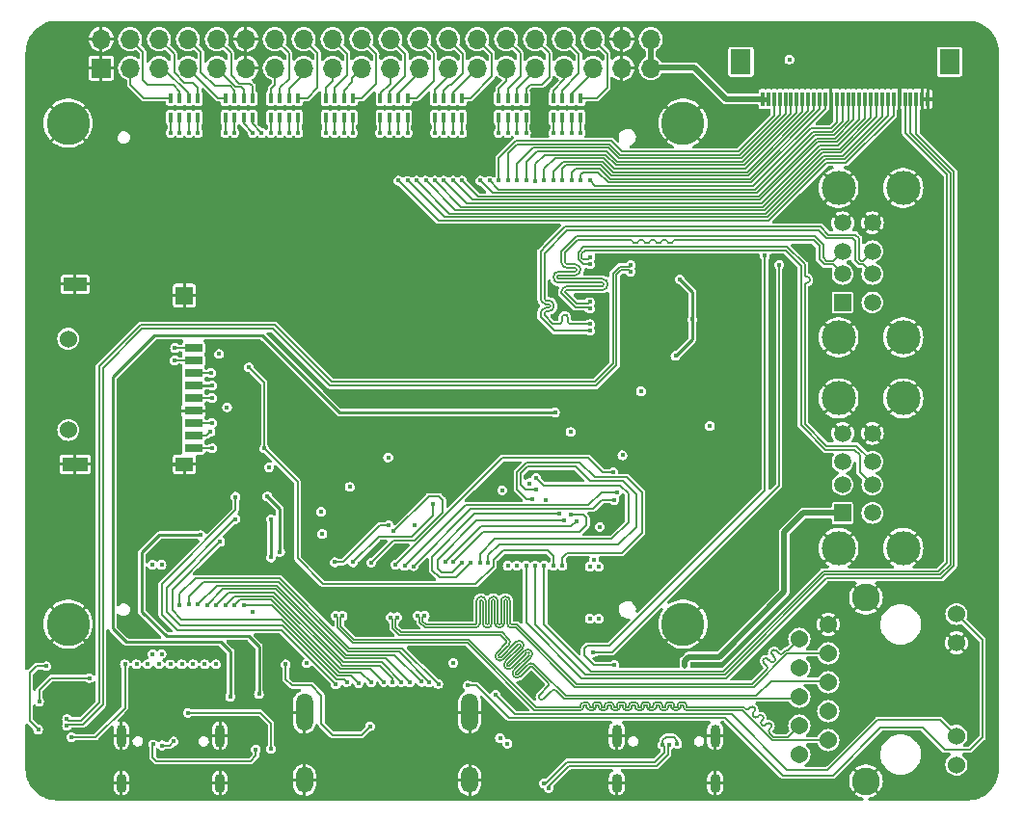
<source format=gbr>
G04 #@! TF.GenerationSoftware,KiCad,Pcbnew,7.0.6*
G04 #@! TF.CreationDate,2023-07-29T11:45:36+08:00*
G04 #@! TF.ProjectId,ZYNQ7000_MINIMB,5a594e51-3730-4303-905f-4d494e494d42,rev?*
G04 #@! TF.SameCoordinates,Original*
G04 #@! TF.FileFunction,Copper,L4,Bot*
G04 #@! TF.FilePolarity,Positive*
%FSLAX46Y46*%
G04 Gerber Fmt 4.6, Leading zero omitted, Abs format (unit mm)*
G04 Created by KiCad (PCBNEW 7.0.6) date 2023-07-29 11:45:36*
%MOMM*%
%LPD*%
G01*
G04 APERTURE LIST*
G04 #@! TA.AperFunction,ComponentPad*
%ADD10C,3.800000*%
G04 #@! TD*
G04 #@! TA.AperFunction,ComponentPad*
%ADD11O,0.900000X2.000000*%
G04 #@! TD*
G04 #@! TA.AperFunction,ComponentPad*
%ADD12O,0.900000X1.700000*%
G04 #@! TD*
G04 #@! TA.AperFunction,ComponentPad*
%ADD13R,1.700000X1.700000*%
G04 #@! TD*
G04 #@! TA.AperFunction,ComponentPad*
%ADD14O,1.700000X1.700000*%
G04 #@! TD*
G04 #@! TA.AperFunction,ComponentPad*
%ADD15C,1.540000*%
G04 #@! TD*
G04 #@! TA.AperFunction,ComponentPad*
%ADD16C,1.530000*%
G04 #@! TD*
G04 #@! TA.AperFunction,ComponentPad*
%ADD17C,2.445000*%
G04 #@! TD*
G04 #@! TA.AperFunction,ComponentPad*
%ADD18O,1.500000X3.300000*%
G04 #@! TD*
G04 #@! TA.AperFunction,ComponentPad*
%ADD19O,1.500000X2.300000*%
G04 #@! TD*
G04 #@! TA.AperFunction,ComponentPad*
%ADD20R,1.500000X1.500000*%
G04 #@! TD*
G04 #@! TA.AperFunction,ComponentPad*
%ADD21C,1.500000*%
G04 #@! TD*
G04 #@! TA.AperFunction,ComponentPad*
%ADD22C,3.000000*%
G04 #@! TD*
G04 #@! TA.AperFunction,WasherPad*
%ADD23C,1.524000*%
G04 #@! TD*
G04 #@! TA.AperFunction,SMDPad,CuDef*
%ADD24R,1.600000X0.700000*%
G04 #@! TD*
G04 #@! TA.AperFunction,SMDPad,CuDef*
%ADD25R,2.200000X1.200000*%
G04 #@! TD*
G04 #@! TA.AperFunction,SMDPad,CuDef*
%ADD26R,1.500000X1.200000*%
G04 #@! TD*
G04 #@! TA.AperFunction,SMDPad,CuDef*
%ADD27R,1.500000X1.600000*%
G04 #@! TD*
G04 #@! TA.AperFunction,SMDPad,CuDef*
%ADD28R,2.000000X1.200000*%
G04 #@! TD*
G04 #@! TA.AperFunction,SMDPad,CuDef*
%ADD29R,0.400000X0.900000*%
G04 #@! TD*
G04 #@! TA.AperFunction,SMDPad,CuDef*
%ADD30R,0.300000X1.300000*%
G04 #@! TD*
G04 #@! TA.AperFunction,SMDPad,CuDef*
%ADD31R,1.800000X2.200000*%
G04 #@! TD*
G04 #@! TA.AperFunction,ViaPad*
%ADD32C,0.450000*%
G04 #@! TD*
G04 #@! TA.AperFunction,Conductor*
%ADD33C,0.195834*%
G04 #@! TD*
G04 #@! TA.AperFunction,Conductor*
%ADD34C,0.152400*%
G04 #@! TD*
G04 #@! TA.AperFunction,Conductor*
%ADD35C,0.254000*%
G04 #@! TD*
G04 #@! TA.AperFunction,Conductor*
%ADD36C,0.139192*%
G04 #@! TD*
G04 #@! TA.AperFunction,Conductor*
%ADD37C,0.500000*%
G04 #@! TD*
G04 #@! TA.AperFunction,Conductor*
%ADD38C,0.400000*%
G04 #@! TD*
G04 APERTURE END LIST*
D10*
G04 #@! TO.P,H3,1,1*
G04 #@! TO.N,GND*
X128000000Y-104250000D03*
G04 #@! TD*
D11*
G04 #@! TO.P,J5,S1,SHIELD*
G04 #@! TO.N,GND*
X122180000Y-114070000D03*
D12*
X122180000Y-118240000D03*
D11*
X130820000Y-114070000D03*
D12*
X130820000Y-118240000D03*
G04 #@! TD*
D13*
G04 #@! TO.P,J10,1,Pin_1*
G04 #@! TO.N,GND*
X76900000Y-55400000D03*
D14*
G04 #@! TO.P,J10,2,Pin_2*
X76900000Y-52860000D03*
G04 #@! TO.P,J10,3,Pin_3*
G04 #@! TO.N,/P3*
X79440000Y-55400000D03*
G04 #@! TO.P,J10,4,Pin_4*
G04 #@! TO.N,/P4*
X79440000Y-52860000D03*
G04 #@! TO.P,J10,5,Pin_5*
G04 #@! TO.N,/P5*
X81980000Y-55400000D03*
G04 #@! TO.P,J10,6,Pin_6*
G04 #@! TO.N,/P6*
X81980000Y-52860000D03*
G04 #@! TO.P,J10,7,Pin_7*
G04 #@! TO.N,/P7*
X84520000Y-55400000D03*
G04 #@! TO.P,J10,8,Pin_8*
G04 #@! TO.N,/P8*
X84520000Y-52860000D03*
G04 #@! TO.P,J10,9,Pin_9*
G04 #@! TO.N,/P9*
X87060000Y-55400000D03*
G04 #@! TO.P,J10,10,Pin_10*
G04 #@! TO.N,/P10*
X87060000Y-52860000D03*
G04 #@! TO.P,J10,11,Pin_11*
G04 #@! TO.N,GND*
X89600000Y-55400000D03*
G04 #@! TO.P,J10,12,Pin_12*
X89600000Y-52860000D03*
G04 #@! TO.P,J10,13,Pin_13*
G04 #@! TO.N,/P13*
X92140000Y-55400000D03*
G04 #@! TO.P,J10,14,Pin_14*
G04 #@! TO.N,/P14*
X92140000Y-52860000D03*
G04 #@! TO.P,J10,15,Pin_15*
G04 #@! TO.N,/P15*
X94680000Y-55400000D03*
G04 #@! TO.P,J10,16,Pin_16*
G04 #@! TO.N,/P16*
X94680000Y-52860000D03*
G04 #@! TO.P,J10,17,Pin_17*
G04 #@! TO.N,/P17*
X97220000Y-55400000D03*
G04 #@! TO.P,J10,18,Pin_18*
G04 #@! TO.N,/P18*
X97220000Y-52860000D03*
G04 #@! TO.P,J10,19,Pin_19*
G04 #@! TO.N,/P19*
X99760000Y-55400000D03*
G04 #@! TO.P,J10,20,Pin_20*
G04 #@! TO.N,/P20*
X99760000Y-52860000D03*
G04 #@! TO.P,J10,21,Pin_21*
G04 #@! TO.N,/P21*
X102300000Y-55400000D03*
G04 #@! TO.P,J10,22,Pin_22*
G04 #@! TO.N,/P22*
X102300000Y-52860000D03*
G04 #@! TO.P,J10,23,Pin_23*
G04 #@! TO.N,/P23*
X104840000Y-55400000D03*
G04 #@! TO.P,J10,24,Pin_24*
G04 #@! TO.N,/P24*
X104840000Y-52860000D03*
G04 #@! TO.P,J10,25,Pin_25*
G04 #@! TO.N,/P25*
X107380000Y-55400000D03*
G04 #@! TO.P,J10,26,Pin_26*
G04 #@! TO.N,/P26*
X107380000Y-52860000D03*
G04 #@! TO.P,J10,27,Pin_27*
G04 #@! TO.N,/P27*
X109920000Y-55400000D03*
G04 #@! TO.P,J10,28,Pin_28*
G04 #@! TO.N,/P28*
X109920000Y-52860000D03*
G04 #@! TO.P,J10,29,Pin_29*
G04 #@! TO.N,/P29*
X112460000Y-55400000D03*
G04 #@! TO.P,J10,30,Pin_30*
G04 #@! TO.N,/P30*
X112460000Y-52860000D03*
G04 #@! TO.P,J10,31,Pin_31*
G04 #@! TO.N,/P31*
X115000000Y-55400000D03*
G04 #@! TO.P,J10,32,Pin_32*
G04 #@! TO.N,/P32*
X115000000Y-52860000D03*
G04 #@! TO.P,J10,33,Pin_33*
G04 #@! TO.N,/P33*
X117540000Y-55400000D03*
G04 #@! TO.P,J10,34,Pin_34*
G04 #@! TO.N,/P34*
X117540000Y-52860000D03*
G04 #@! TO.P,J10,35,Pin_35*
G04 #@! TO.N,/P35*
X120080000Y-55400000D03*
G04 #@! TO.P,J10,36,Pin_36*
G04 #@! TO.N,/P36*
X120080000Y-52860000D03*
G04 #@! TO.P,J10,37,Pin_37*
G04 #@! TO.N,GND*
X122620000Y-55400000D03*
G04 #@! TO.P,J10,38,Pin_38*
X122620000Y-52860000D03*
G04 #@! TO.P,J10,39,Pin_39*
G04 #@! TO.N,/VDD5VD*
X125160000Y-55400000D03*
G04 #@! TO.P,J10,40,Pin_40*
X125160000Y-52860000D03*
G04 #@! TD*
D10*
G04 #@! TO.P,H2,1,1*
G04 #@! TO.N,GND*
X74000000Y-60250000D03*
G04 #@! TD*
G04 #@! TO.P,H4,1,1*
G04 #@! TO.N,GND*
X74000000Y-104250000D03*
G04 #@! TD*
D15*
G04 #@! TO.P,U1,1,CT*
G04 #@! TO.N,Net-(U1-CT)*
X138206000Y-115715000D03*
G04 #@! TO.P,U1,2,TX0+*
G04 #@! TO.N,/PHY0_P*
X140746000Y-114445000D03*
G04 #@! TO.P,U1,3,TX0-*
G04 #@! TO.N,/PHY0_N*
X138206000Y-113175000D03*
G04 #@! TO.P,U1,4,TX1+*
G04 #@! TO.N,/PHY1_P*
X140746000Y-111905000D03*
G04 #@! TO.P,U1,5,TX2+*
G04 #@! TO.N,/PHY2_P*
X138206000Y-110635000D03*
G04 #@! TO.P,U1,6,TX2-*
G04 #@! TO.N,/PHY2_N*
X140746000Y-109365000D03*
G04 #@! TO.P,U1,7,TX1-*
G04 #@! TO.N,/PHY1_N*
X138206000Y-108095000D03*
G04 #@! TO.P,U1,8,TX3+*
G04 #@! TO.N,/PHY3_P*
X140746000Y-106825000D03*
G04 #@! TO.P,U1,9,TX3-*
G04 #@! TO.N,/PHY3_N*
X138206000Y-105555000D03*
G04 #@! TO.P,U1,10,CASE*
G04 #@! TO.N,GND*
X140746000Y-104285000D03*
D16*
G04 #@! TO.P,U1,11,LEDG_A*
G04 #@! TO.N,Net-(U1-LEDG_A)*
X151996000Y-103375000D03*
G04 #@! TO.P,U1,12,LEDG_K*
G04 #@! TO.N,GND*
X151996000Y-105915000D03*
G04 #@! TO.P,U1,13,LEDY_K*
G04 #@! TO.N,Net-(U1-LEDY_K)*
X151996000Y-114085000D03*
G04 #@! TO.P,U1,14,LEDY_A*
G04 #@! TO.N,/VDD3V3D*
X151996000Y-116625000D03*
D17*
G04 #@! TO.P,U1,15,M1*
G04 #@! TO.N,GND*
X144046000Y-101950000D03*
G04 #@! TO.P,U1,16,M2*
X144046000Y-118050000D03*
G04 #@! TD*
D18*
G04 #@! TO.P,J6,SH,SH*
G04 #@! TO.N,GND*
X94750000Y-112000000D03*
D19*
X94750000Y-117960000D03*
D18*
X109250000Y-112000000D03*
D19*
X109250000Y-117960000D03*
G04 #@! TD*
D20*
G04 #@! TO.P,J8,1,VBUS1*
G04 #@! TO.N,/USB_5V*
X142000000Y-94500000D03*
D21*
G04 #@! TO.P,J8,2,D1-*
G04 #@! TO.N,/usb/1H_DN*
X142000000Y-92000000D03*
G04 #@! TO.P,J8,3,D1+*
G04 #@! TO.N,/usb/1H_DP*
X142000000Y-90000000D03*
G04 #@! TO.P,J8,4,GND1*
G04 #@! TO.N,GND*
X142000000Y-87500000D03*
G04 #@! TO.P,J8,5,VBUS2*
G04 #@! TO.N,/USB_5V*
X144620000Y-94500000D03*
G04 #@! TO.P,J8,6,D2-*
G04 #@! TO.N,/usb/2H_DN*
X144620000Y-92000000D03*
G04 #@! TO.P,J8,7,D2+*
G04 #@! TO.N,/usb/2H_DP*
X144620000Y-90000000D03*
G04 #@! TO.P,J8,8,GND2*
G04 #@! TO.N,GND*
X144620000Y-87500000D03*
D22*
G04 #@! TO.P,J8,9,Shield*
X141650000Y-97570000D03*
X147330000Y-97570000D03*
X141650000Y-84430000D03*
X147330000Y-84430000D03*
G04 #@! TD*
D11*
G04 #@! TO.P,J9,S1,SHIELD*
G04 #@! TO.N,GND*
X78680000Y-114070000D03*
D12*
X78680000Y-118240000D03*
D11*
X87320000Y-114070000D03*
D12*
X87320000Y-118240000D03*
G04 #@! TD*
D20*
G04 #@! TO.P,J11,1,VBUS1*
G04 #@! TO.N,/USB_5V*
X142000000Y-76000000D03*
D21*
G04 #@! TO.P,J11,2,D1-*
G04 #@! TO.N,/usb/3H_DN*
X142000000Y-73500000D03*
G04 #@! TO.P,J11,3,D1+*
G04 #@! TO.N,/usb/3H_DP*
X142000000Y-71500000D03*
G04 #@! TO.P,J11,4,GND1*
G04 #@! TO.N,GND*
X142000000Y-69000000D03*
G04 #@! TO.P,J11,5,VBUS2*
G04 #@! TO.N,/USB_5V*
X144620000Y-76000000D03*
G04 #@! TO.P,J11,6,D2-*
G04 #@! TO.N,/usb/4H_DN*
X144620000Y-73500000D03*
G04 #@! TO.P,J11,7,D2+*
G04 #@! TO.N,/usb/4H_DP*
X144620000Y-71500000D03*
G04 #@! TO.P,J11,8,GND2*
G04 #@! TO.N,GND*
X144620000Y-69000000D03*
D22*
G04 #@! TO.P,J11,9,Shield*
X141650000Y-79070000D03*
X147330000Y-79070000D03*
X141650000Y-65930000D03*
X147330000Y-65930000D03*
G04 #@! TD*
D10*
G04 #@! TO.P,H1,1,1*
G04 #@! TO.N,GND*
X128000000Y-60250000D03*
G04 #@! TD*
D23*
G04 #@! TO.P,U5,*
G04 #@! TO.N,*
X74010000Y-87200000D03*
X74010000Y-79200000D03*
D24*
G04 #@! TO.P,U5,1,DATA2*
G04 #@! TO.N,Net-(U4-DAT2B0)*
X85010000Y-80000000D03*
G04 #@! TO.P,U5,2,DATA3/CS/CD*
G04 #@! TO.N,Net-(U4-DAT3B0)*
X85010000Y-81100000D03*
G04 #@! TO.P,U5,3,CMD/DIN*
G04 #@! TO.N,/sd/CMD*
X85010000Y-82200000D03*
G04 #@! TO.P,U5,4,VDD*
G04 #@! TO.N,/VDD3V3D*
X85010000Y-83300000D03*
G04 #@! TO.P,U5,5,SCLK*
G04 #@! TO.N,/sd/CLK*
X85010000Y-84400000D03*
G04 #@! TO.P,U5,6,VSS*
G04 #@! TO.N,GND*
X85010000Y-85500000D03*
G04 #@! TO.P,U5,7,DATA0/DOUT*
G04 #@! TO.N,Net-(U4-DAT0B0)*
X85010000Y-86600000D03*
G04 #@! TO.P,U5,8,DATA1*
G04 #@! TO.N,Net-(U4-DAT1B0)*
X85010000Y-87700000D03*
G04 #@! TO.P,U5,9,SD_DET*
G04 #@! TO.N,Net-(U5-SD_DET)*
X85010000Y-88800000D03*
D25*
G04 #@! TO.P,U5,10,GND*
G04 #@! TO.N,GND*
X74610000Y-90200000D03*
D26*
X84210000Y-90200000D03*
D27*
G04 #@! TO.P,U5,11,GND*
X84210000Y-75400000D03*
D28*
X74610000Y-74400000D03*
G04 #@! TD*
D29*
G04 #@! TO.P,RN6,1,R1.1*
G04 #@! TO.N,/P13*
X91800000Y-58050000D03*
G04 #@! TO.P,RN6,2,R2.1*
G04 #@! TO.N,/P14*
X92600000Y-58050000D03*
G04 #@! TO.P,RN6,3,R3.1*
G04 #@! TO.N,/P15*
X93400000Y-58050000D03*
G04 #@! TO.P,RN6,4,R4.1*
G04 #@! TO.N,/P16*
X94200000Y-58050000D03*
G04 #@! TO.P,RN6,5,R4.2*
G04 #@! TO.N,/B34_L24N*
X94200000Y-59750000D03*
G04 #@! TO.P,RN6,6,R3.2*
G04 #@! TO.N,/B34_L24P*
X93400000Y-59750000D03*
G04 #@! TO.P,RN6,7,R2.2*
G04 #@! TO.N,/B34_L15N*
X92600000Y-59750000D03*
G04 #@! TO.P,RN6,8,R1.2*
G04 #@! TO.N,/B34_L15P*
X91800000Y-59750000D03*
G04 #@! TD*
D30*
G04 #@! TO.P,J12,1,Pin_1*
G04 #@! TO.N,/VDD5VD*
X134980000Y-58110000D03*
G04 #@! TO.P,J12,2,Pin_2*
X135480000Y-58110000D03*
G04 #@! TO.P,J12,3,Pin_3*
G04 #@! TO.N,/B13_L20P*
X135980000Y-58110000D03*
G04 #@! TO.P,J12,4,Pin_4*
G04 #@! TO.N,/B13_L20N*
X136480000Y-58110000D03*
G04 #@! TO.P,J12,5,Pin_5*
G04 #@! TO.N,/B13_L21P*
X136980000Y-58110000D03*
G04 #@! TO.P,J12,6,Pin_6*
G04 #@! TO.N,/B13_L21N*
X137480000Y-58110000D03*
G04 #@! TO.P,J12,7,Pin_7*
G04 #@! TO.N,/B13_L17P*
X137980000Y-58110000D03*
G04 #@! TO.P,J12,8,Pin_8*
G04 #@! TO.N,/B13_L17N*
X138480000Y-58110000D03*
G04 #@! TO.P,J12,9,Pin_9*
G04 #@! TO.N,/B13_L15P*
X138980000Y-58110000D03*
G04 #@! TO.P,J12,10,Pin_10*
G04 #@! TO.N,/B13_L15N*
X139480000Y-58110000D03*
G04 #@! TO.P,J12,11,Pin_11*
G04 #@! TO.N,/B13_L22P*
X139980000Y-58110000D03*
G04 #@! TO.P,J12,12,Pin_12*
G04 #@! TO.N,/B13_L22N*
X140480000Y-58110000D03*
G04 #@! TO.P,J12,13,Pin_13*
G04 #@! TO.N,GND*
X140980000Y-58110000D03*
G04 #@! TO.P,J12,14,Pin_14*
G04 #@! TO.N,/B13_L06N*
X141480000Y-58110000D03*
G04 #@! TO.P,J12,15,Pin_15*
G04 #@! TO.N,/B13_L12N*
X141980000Y-58110000D03*
G04 #@! TO.P,J12,16,Pin_16*
G04 #@! TO.N,/B13_L12P*
X142480000Y-58110000D03*
G04 #@! TO.P,J12,17,Pin_17*
G04 #@! TO.N,/B34_L4N*
X142980000Y-58110000D03*
G04 #@! TO.P,J12,18,Pin_18*
G04 #@! TO.N,/B34_L4P*
X143480000Y-58110000D03*
G04 #@! TO.P,J12,19,Pin_19*
G04 #@! TO.N,/B34_L3N*
X143980000Y-58110000D03*
G04 #@! TO.P,J12,20,Pin_20*
G04 #@! TO.N,/B34_L3P*
X144480000Y-58110000D03*
G04 #@! TO.P,J12,21,Pin_21*
G04 #@! TO.N,/B34_L5N*
X144980000Y-58110000D03*
G04 #@! TO.P,J12,22,Pin_22*
G04 #@! TO.N,/B34_L5P*
X145480000Y-58110000D03*
G04 #@! TO.P,J12,23,Pin_23*
G04 #@! TO.N,/B34_L11N*
X145980000Y-58110000D03*
G04 #@! TO.P,J12,24,Pin_24*
G04 #@! TO.N,/B34_L11P*
X146480000Y-58110000D03*
G04 #@! TO.P,J12,25,Pin_25*
G04 #@! TO.N,GND*
X146980000Y-58110000D03*
G04 #@! TO.P,J12,26,Pin_26*
G04 #@! TO.N,/B0MIO11*
X147480000Y-58110000D03*
G04 #@! TO.P,J12,27,Pin_27*
G04 #@! TO.N,/B0MIO12*
X147980000Y-58110000D03*
G04 #@! TO.P,J12,28,Pin_28*
G04 #@! TO.N,/B0MIO13*
X148480000Y-58110000D03*
G04 #@! TO.P,J12,29,Pin_29*
G04 #@! TO.N,GND*
X148980000Y-58110000D03*
G04 #@! TO.P,J12,30,Pin_30*
X149480000Y-58110000D03*
D31*
G04 #@! TO.P,J12,MP*
G04 #@! TO.N,N/C*
X133080000Y-54860000D03*
X151380000Y-54860000D03*
G04 #@! TD*
D29*
G04 #@! TO.P,RN8,1,R1.1*
G04 #@! TO.N,/P7*
X87800000Y-58050000D03*
G04 #@! TO.P,RN8,2,R2.1*
G04 #@! TO.N,/P8*
X88600000Y-58050000D03*
G04 #@! TO.P,RN8,3,R3.1*
G04 #@! TO.N,/P9*
X89400000Y-58050000D03*
G04 #@! TO.P,RN8,4,R4.1*
G04 #@! TO.N,/P10*
X90200000Y-58050000D03*
G04 #@! TO.P,RN8,5,R4.2*
G04 #@! TO.N,/B34_IO25*
X90200000Y-59750000D03*
G04 #@! TO.P,RN8,6,R3.2*
G04 #@! TO.N,/B34_L12N*
X89400000Y-59750000D03*
G04 #@! TO.P,RN8,7,R2.2*
G04 #@! TO.N,/B35_L7N*
X88600000Y-59750000D03*
G04 #@! TO.P,RN8,8,R1.2*
G04 #@! TO.N,/B35_L7P*
X87800000Y-59750000D03*
G04 #@! TD*
G04 #@! TO.P,RN7,1,R1.1*
G04 #@! TO.N,/P3*
X83000000Y-58050000D03*
G04 #@! TO.P,RN7,2,R2.1*
G04 #@! TO.N,/P4*
X83800000Y-58050000D03*
G04 #@! TO.P,RN7,3,R3.1*
G04 #@! TO.N,/P5*
X84600000Y-58050000D03*
G04 #@! TO.P,RN7,4,R4.1*
G04 #@! TO.N,/P6*
X85400000Y-58050000D03*
G04 #@! TO.P,RN7,5,R4.2*
G04 #@! TO.N,/B35_L21N*
X85400000Y-59750000D03*
G04 #@! TO.P,RN7,6,R3.2*
G04 #@! TO.N,/B35_L21P*
X84600000Y-59750000D03*
G04 #@! TO.P,RN7,7,R2.2*
G04 #@! TO.N,/B35_L11N*
X83800000Y-59750000D03*
G04 #@! TO.P,RN7,8,R1.2*
G04 #@! TO.N,/B35_L11P*
X83000000Y-59750000D03*
G04 #@! TD*
G04 #@! TO.P,RN1,1,R1.1*
G04 #@! TO.N,/P33*
X116600000Y-58050000D03*
G04 #@! TO.P,RN1,2,R2.1*
G04 #@! TO.N,/P34*
X117400000Y-58050000D03*
G04 #@! TO.P,RN1,3,R3.1*
G04 #@! TO.N,/P35*
X118200000Y-58050000D03*
G04 #@! TO.P,RN1,4,R4.1*
G04 #@! TO.N,/P36*
X119000000Y-58050000D03*
G04 #@! TO.P,RN1,5,R4.2*
G04 #@! TO.N,/B13_L13N*
X119000000Y-59750000D03*
G04 #@! TO.P,RN1,6,R3.2*
G04 #@! TO.N,/B13_L13P*
X118200000Y-59750000D03*
G04 #@! TO.P,RN1,7,R2.2*
G04 #@! TO.N,/B13_L14N*
X117400000Y-59750000D03*
G04 #@! TO.P,RN1,8,R1.2*
G04 #@! TO.N,/B13_L14P*
X116600000Y-59750000D03*
G04 #@! TD*
G04 #@! TO.P,RN2,1,R1.1*
G04 #@! TO.N,/P29*
X111800000Y-58050000D03*
G04 #@! TO.P,RN2,2,R2.1*
G04 #@! TO.N,/P30*
X112600000Y-58050000D03*
G04 #@! TO.P,RN2,3,R3.1*
G04 #@! TO.N,/P31*
X113400000Y-58050000D03*
G04 #@! TO.P,RN2,4,R4.1*
G04 #@! TO.N,/P32*
X114200000Y-58050000D03*
G04 #@! TO.P,RN2,5,R4.2*
G04 #@! TO.N,/B13_L18N*
X114200000Y-59750000D03*
G04 #@! TO.P,RN2,6,R3.2*
G04 #@! TO.N,/B13_L18P*
X113400000Y-59750000D03*
G04 #@! TO.P,RN2,7,R2.2*
G04 #@! TO.N,/B13_L19N*
X112600000Y-59750000D03*
G04 #@! TO.P,RN2,8,R1.2*
G04 #@! TO.N,/B13_L19P*
X111800000Y-59750000D03*
G04 #@! TD*
G04 #@! TO.P,RN5,1,R1.1*
G04 #@! TO.N,/P17*
X96600000Y-58050000D03*
G04 #@! TO.P,RN5,2,R2.1*
G04 #@! TO.N,/P18*
X97400000Y-58050000D03*
G04 #@! TO.P,RN5,3,R3.1*
G04 #@! TO.N,/P19*
X98200000Y-58050000D03*
G04 #@! TO.P,RN5,4,R4.1*
G04 #@! TO.N,/P20*
X99000000Y-58050000D03*
G04 #@! TO.P,RN5,5,R4.2*
G04 #@! TO.N,/B34_L17N*
X99000000Y-59750000D03*
G04 #@! TO.P,RN5,6,R3.2*
G04 #@! TO.N,/B34_L17P*
X98200000Y-59750000D03*
G04 #@! TO.P,RN5,7,R2.2*
G04 #@! TO.N,/B34_L16N*
X97400000Y-59750000D03*
G04 #@! TO.P,RN5,8,R1.2*
G04 #@! TO.N,/B34_L16P*
X96600000Y-59750000D03*
G04 #@! TD*
G04 #@! TO.P,RN4,1,R1.1*
G04 #@! TO.N,/P25*
X106200000Y-58050000D03*
G04 #@! TO.P,RN4,2,R2.1*
G04 #@! TO.N,/P26*
X107000000Y-58050000D03*
G04 #@! TO.P,RN4,3,R3.1*
G04 #@! TO.N,/P27*
X107800000Y-58050000D03*
G04 #@! TO.P,RN4,4,R4.1*
G04 #@! TO.N,/P28*
X108600000Y-58050000D03*
G04 #@! TO.P,RN4,5,R4.2*
G04 #@! TO.N,/B34_L1N*
X108600000Y-59750000D03*
G04 #@! TO.P,RN4,6,R3.2*
G04 #@! TO.N,/B34_L1P*
X107800000Y-59750000D03*
G04 #@! TO.P,RN4,7,R2.2*
G04 #@! TO.N,/B34_L2N*
X107000000Y-59750000D03*
G04 #@! TO.P,RN4,8,R1.2*
G04 #@! TO.N,/B34_L2P*
X106200000Y-59750000D03*
G04 #@! TD*
G04 #@! TO.P,RN3,1,R1.1*
G04 #@! TO.N,/P21*
X101400000Y-58050000D03*
G04 #@! TO.P,RN3,2,R2.1*
G04 #@! TO.N,/P22*
X102200000Y-58050000D03*
G04 #@! TO.P,RN3,3,R3.1*
G04 #@! TO.N,/P23*
X103000000Y-58050000D03*
G04 #@! TO.P,RN3,4,R4.1*
G04 #@! TO.N,/P24*
X103800000Y-58050000D03*
G04 #@! TO.P,RN3,5,R4.2*
G04 #@! TO.N,/B34_L8N*
X103800000Y-59750000D03*
G04 #@! TO.P,RN3,6,R3.2*
G04 #@! TO.N,/B34_L8P*
X103000000Y-59750000D03*
G04 #@! TO.P,RN3,7,R2.2*
G04 #@! TO.N,/B34_L10N*
X102200000Y-59750000D03*
G04 #@! TO.P,RN3,8,R1.2*
G04 #@! TO.N,/B34_L10P*
X101400000Y-59750000D03*
G04 #@! TD*
D32*
G04 #@! TO.N,/usb/H_DN*
X73892137Y-113184750D03*
G04 #@! TO.N,/usb/H_DP*
X73892137Y-112607750D03*
G04 #@! TO.N,/usb/USB_ID*
X75860000Y-109010000D03*
X71450000Y-111050000D03*
G04 #@! TO.N,/VDD1V8D*
X115930000Y-93350000D03*
X81410000Y-99050000D03*
X122670000Y-89430000D03*
X82200000Y-99050000D03*
X114480000Y-91890000D03*
X120680000Y-95710000D03*
X112110000Y-92490000D03*
X104460000Y-95600000D03*
G04 #@! TO.N,/VDD3V3D*
X86610000Y-83300000D03*
X82200000Y-106880000D03*
X124290000Y-83810000D03*
X87950000Y-85210000D03*
X107820000Y-107680000D03*
X94950000Y-107700000D03*
X118112500Y-87377500D03*
X102100000Y-89610000D03*
X81400000Y-106890000D03*
X87250000Y-80530000D03*
X137330000Y-54660000D03*
X96310000Y-96340000D03*
X98730000Y-92210000D03*
X91650000Y-90480000D03*
X96210000Y-94390000D03*
G04 #@! TO.N,GND*
X72465000Y-53465000D03*
X143585000Y-109345000D03*
X148665000Y-101725000D03*
X148665000Y-81405000D03*
X130885000Y-89025000D03*
X143585000Y-106805000D03*
X130885000Y-76325000D03*
X141045000Y-53465000D03*
X75005000Y-89025000D03*
X133425000Y-76325000D03*
X108025000Y-73785000D03*
X123265000Y-86485000D03*
X148665000Y-68705000D03*
X105485000Y-116965000D03*
X130885000Y-61085000D03*
X75005000Y-66165000D03*
X100405000Y-61085000D03*
X146125000Y-68705000D03*
X82625000Y-94105000D03*
X118200000Y-103810000D03*
X125805000Y-91565000D03*
X119420000Y-118970000D03*
X148665000Y-111885000D03*
X102945000Y-83945000D03*
X143585000Y-53465000D03*
X92785000Y-68705000D03*
X111475000Y-87425000D03*
X108025000Y-89025000D03*
X97865000Y-89025000D03*
X120725000Y-78865000D03*
X105485000Y-76325000D03*
X92785000Y-83945000D03*
X77545000Y-61085000D03*
X80085000Y-116965000D03*
X90245000Y-91565000D03*
X85165000Y-66165000D03*
X135965000Y-53465000D03*
X143585000Y-63625000D03*
X125450000Y-80620000D03*
X108610000Y-103430000D03*
X143585000Y-81405000D03*
X108025000Y-76325000D03*
X87705000Y-66165000D03*
X102945000Y-76325000D03*
X77545000Y-66165000D03*
X105485000Y-86485000D03*
X72465000Y-66165000D03*
X110565000Y-78865000D03*
X82625000Y-66165000D03*
X77545000Y-76325000D03*
X105910000Y-91720000D03*
X82625000Y-91565000D03*
X103600000Y-97400000D03*
X128345000Y-83945000D03*
X119000000Y-103810000D03*
X134015000Y-59490000D03*
X80085000Y-71245000D03*
X95325000Y-68705000D03*
X102945000Y-86485000D03*
X85165000Y-91565000D03*
X72465000Y-68705000D03*
X110565000Y-76325000D03*
X87705000Y-71245000D03*
X108025000Y-78865000D03*
X109400000Y-65300000D03*
X80590000Y-59300000D03*
X80085000Y-91565000D03*
X102945000Y-116965000D03*
X115645000Y-83945000D03*
X90245000Y-96645000D03*
X110565000Y-73785000D03*
X84720000Y-94830000D03*
X153745000Y-61085000D03*
X95325000Y-76325000D03*
X101500000Y-113260000D03*
X97865000Y-68705000D03*
X90245000Y-66165000D03*
X85165000Y-68705000D03*
X88680000Y-90470000D03*
X138540000Y-103520000D03*
X108650000Y-90720000D03*
X118375000Y-91100000D03*
X108025000Y-81405000D03*
X96450000Y-109570000D03*
X125805000Y-94105000D03*
X77545000Y-71245000D03*
X102945000Y-68705000D03*
X109400000Y-61090000D03*
X123265000Y-58545000D03*
X96290000Y-93390000D03*
X72465000Y-99185000D03*
X90245000Y-94105000D03*
X72465000Y-94105000D03*
X80085000Y-96645000D03*
X102945000Y-78865000D03*
X92300000Y-112400000D03*
X128345000Y-53465000D03*
X113105000Y-73785000D03*
X90245000Y-76325000D03*
X115300000Y-117770000D03*
X100405000Y-66165000D03*
X75005000Y-83945000D03*
X106200000Y-103400000D03*
X90480000Y-112775000D03*
X144560000Y-96390000D03*
X113105000Y-71245000D03*
X110565000Y-61085000D03*
X133425000Y-73785000D03*
X95325000Y-61085000D03*
X90245000Y-68705000D03*
X115645000Y-61085000D03*
X146360000Y-56720000D03*
X129415000Y-76525000D03*
X128870000Y-80710000D03*
X124420000Y-91880000D03*
X97865000Y-94105000D03*
X115130000Y-109560000D03*
X100405000Y-73785000D03*
X102945000Y-81405000D03*
X105485000Y-89025000D03*
X100405000Y-116965000D03*
X130885000Y-104265000D03*
X153745000Y-116965000D03*
X130885000Y-56005000D03*
X72465000Y-56005000D03*
X141045000Y-81405000D03*
X151205000Y-111885000D03*
X72465000Y-71245000D03*
X75005000Y-101725000D03*
X140730000Y-59620000D03*
X148665000Y-71245000D03*
X80085000Y-89025000D03*
X92785000Y-73785000D03*
X100405000Y-71245000D03*
X145120000Y-61970000D03*
X100405000Y-78865000D03*
X146125000Y-106805000D03*
X108025000Y-109345000D03*
X105485000Y-73785000D03*
X153745000Y-58545000D03*
X120725000Y-86485000D03*
X105485000Y-78865000D03*
X89400000Y-61100000D03*
X82625000Y-71245000D03*
X72465000Y-91565000D03*
X124420000Y-90170000D03*
X95325000Y-73785000D03*
X105485000Y-83945000D03*
X105485000Y-114425000D03*
X113105000Y-81405000D03*
X99900000Y-96230000D03*
X72465000Y-83945000D03*
X125805000Y-58545000D03*
X97865000Y-76325000D03*
X123265000Y-83945000D03*
X80085000Y-76325000D03*
X98755000Y-91245000D03*
X153745000Y-111885000D03*
X82625000Y-73785000D03*
X111290000Y-77620000D03*
X85165000Y-73785000D03*
X98880000Y-113210000D03*
X118200000Y-99200000D03*
X112940000Y-86340000D03*
X146125000Y-73785000D03*
X75005000Y-76325000D03*
X95325000Y-66165000D03*
X148665000Y-89025000D03*
X113105000Y-83945000D03*
X130885000Y-73785000D03*
X135965000Y-96645000D03*
X77545000Y-78865000D03*
X135965000Y-56005000D03*
X113105000Y-116965000D03*
X108025000Y-83945000D03*
X106000000Y-113250000D03*
X133425000Y-101725000D03*
X92785000Y-76325000D03*
X77545000Y-73785000D03*
X80085000Y-61085000D03*
X148665000Y-86485000D03*
X148665000Y-91565000D03*
X146125000Y-101725000D03*
X147050000Y-87420000D03*
X80085000Y-86485000D03*
X113105000Y-78865000D03*
X96210000Y-95360000D03*
X150315000Y-58110000D03*
X97865000Y-116965000D03*
X72465000Y-89025000D03*
X100405000Y-81405000D03*
X95325000Y-89025000D03*
X80085000Y-66165000D03*
X141045000Y-56005000D03*
X75005000Y-68705000D03*
X119000000Y-99200000D03*
X92785000Y-66165000D03*
X75005000Y-56005000D03*
X103000000Y-113250000D03*
X151205000Y-58545000D03*
X146125000Y-63625000D03*
X89400000Y-65290000D03*
X100405000Y-76325000D03*
X114530000Y-72630000D03*
X133425000Y-61085000D03*
X108025000Y-114425000D03*
X72465000Y-96645000D03*
X148665000Y-73785000D03*
X148665000Y-56005000D03*
X122280000Y-94970000D03*
X105485000Y-71245000D03*
X105485000Y-106805000D03*
X85165000Y-71245000D03*
X90245000Y-83945000D03*
X126460000Y-83400000D03*
X108025000Y-71245000D03*
X73200000Y-116500000D03*
X104500000Y-113250000D03*
X112125000Y-93300000D03*
X82625000Y-68705000D03*
X114530000Y-73580000D03*
X133425000Y-83945000D03*
X80085000Y-68705000D03*
X102945000Y-114425000D03*
X146125000Y-53465000D03*
X128360000Y-56440000D03*
X75005000Y-63625000D03*
X72465000Y-114425000D03*
X114380000Y-81530000D03*
X75005000Y-94105000D03*
X92785000Y-71245000D03*
X87705000Y-76325000D03*
X133425000Y-96645000D03*
X87705000Y-73785000D03*
X90245000Y-73785000D03*
X99000000Y-103350000D03*
X97865000Y-73785000D03*
X146125000Y-81405000D03*
X72465000Y-73785000D03*
X80085000Y-83945000D03*
X100405000Y-83945000D03*
X130885000Y-53465000D03*
X72465000Y-63625000D03*
X130885000Y-58545000D03*
X100405000Y-114425000D03*
X149115000Y-53190000D03*
X77545000Y-116965000D03*
X75005000Y-99185000D03*
X133425000Y-78865000D03*
X138505000Y-71245000D03*
X114380000Y-79330000D03*
X129987500Y-85312500D03*
X72465000Y-101725000D03*
X110565000Y-81405000D03*
X77545000Y-68705000D03*
X95325000Y-71245000D03*
X102945000Y-73785000D03*
X75005000Y-81405000D03*
X92900000Y-110200000D03*
X87705000Y-68705000D03*
X77545000Y-58545000D03*
X90245000Y-71245000D03*
X130885000Y-94105000D03*
X108025000Y-86485000D03*
X125490000Y-89950000D03*
X130885000Y-78865000D03*
X97865000Y-71245000D03*
X72465000Y-78865000D03*
X119650000Y-117820000D03*
X100405000Y-68705000D03*
X82625000Y-76325000D03*
X121650000Y-59300000D03*
X80085000Y-73785000D03*
X111800000Y-99150000D03*
X147050000Y-89280000D03*
X72465000Y-81405000D03*
X82330000Y-90200000D03*
X83000000Y-98400000D03*
X138505000Y-96645000D03*
X75005000Y-91565000D03*
X72465000Y-86485000D03*
X102945000Y-71245000D03*
X130885000Y-81405000D03*
X75005000Y-53465000D03*
X117960000Y-84010000D03*
X123265000Y-76325000D03*
X80085000Y-94105000D03*
X75005000Y-96645000D03*
X110565000Y-71245000D03*
X120725000Y-76325000D03*
X146125000Y-71245000D03*
X97865000Y-66165000D03*
X105485000Y-81405000D03*
X120725000Y-61085000D03*
X143585000Y-104265000D03*
X96600000Y-99100000D03*
X110565000Y-83945000D03*
X80085000Y-63625000D03*
X130885000Y-91565000D03*
X75005000Y-71245000D03*
X147210000Y-92840000D03*
X77545000Y-63625000D03*
X153745000Y-53465000D03*
X97865000Y-78865000D03*
X72465000Y-76325000D03*
X153745000Y-56005000D03*
X128345000Y-116965000D03*
X133425000Y-81405000D03*
X110565000Y-114425000D03*
X77545000Y-114425000D03*
G04 #@! TO.N,/B35_L10P*
X83800000Y-102575000D03*
X106500000Y-109525000D03*
G04 #@! TO.N,/B35_L10N*
X105704609Y-109370391D03*
X84600000Y-102550000D03*
G04 #@! TO.N,/B35_L14P*
X85400000Y-102550000D03*
X105000000Y-109325000D03*
G04 #@! TO.N,/B35_L14N*
X104000000Y-109375000D03*
X86200000Y-102575000D03*
G04 #@! TO.N,/B35_L16P*
X87000000Y-102575000D03*
X103262500Y-109337500D03*
G04 #@! TO.N,/B35_L16N*
X87800000Y-102575000D03*
X102500000Y-109400000D03*
G04 #@! TO.N,/B35_L5P*
X88600000Y-102575000D03*
X101698591Y-109329098D03*
G04 #@! TO.N,/B35_L5N*
X100600000Y-109400000D03*
X89400000Y-102575000D03*
G04 #@! TO.N,/B35_L3P*
X100500000Y-113250000D03*
X90200000Y-103190000D03*
X93100000Y-107800000D03*
G04 #@! TO.N,/B35_L20P*
X91800000Y-98400000D03*
X91800000Y-95050000D03*
G04 #@! TO.N,/B35_L20N*
X92600000Y-97900000D03*
X91500000Y-93050000D03*
G04 #@! TO.N,/B1MIO45*
X102150000Y-95575000D03*
X97400000Y-98825000D03*
G04 #@! TO.N,/PHY0_P*
X97498800Y-103531758D03*
G04 #@! TO.N,/PHY0_N*
X98101200Y-103531758D03*
G04 #@! TO.N,/B1MIO43*
X99000000Y-98825000D03*
X106000000Y-93725000D03*
G04 #@! TO.N,/B1MIO41*
X100600000Y-98850000D03*
X102600000Y-96075000D03*
G04 #@! TO.N,/B1MIO39*
X102748426Y-99028100D03*
X121870187Y-90903900D03*
G04 #@! TO.N,/PHY2_P*
X102298800Y-103657695D03*
G04 #@! TO.N,/B1MIO38*
X122200000Y-92660000D03*
X103540000Y-99130000D03*
G04 #@! TO.N,/PHY2_N*
X102901200Y-103657695D03*
G04 #@! TO.N,/B1MIO37*
X121960000Y-93360000D03*
X104310000Y-99170000D03*
G04 #@! TO.N,/PHY3_P*
X104698800Y-103524241D03*
G04 #@! TO.N,/PHY3_N*
X105301200Y-103524241D03*
G04 #@! TO.N,/B1MIO34*
X107140000Y-98800000D03*
X118620000Y-95200000D03*
G04 #@! TO.N,/B1MIO33*
X107810000Y-98820000D03*
X118120000Y-94640000D03*
G04 #@! TO.N,/B1MIO32*
X117560000Y-95150000D03*
X108580000Y-98830000D03*
G04 #@! TO.N,/B1MIO31*
X109370000Y-98860000D03*
X117110000Y-94580000D03*
G04 #@! TO.N,/B1MIO30*
X115100000Y-91396100D03*
X110160000Y-98880000D03*
G04 #@! TO.N,/B1MIO29*
X115100000Y-92413900D03*
X110893799Y-98882396D03*
G04 #@! TO.N,/B0MIO15*
X111920000Y-114260000D03*
X112600000Y-99130000D03*
G04 #@! TO.N,/B0MIO14*
X112570000Y-114760000D03*
X113400000Y-99130000D03*
G04 #@! TO.N,/B0MIO13*
X114200000Y-99130000D03*
G04 #@! TO.N,/B0MIO12*
X115000000Y-99130000D03*
G04 #@! TO.N,/B0MIO11*
X115800000Y-99130000D03*
G04 #@! TO.N,/B0MIO10*
X116600000Y-99130000D03*
X89860000Y-81700000D03*
X91210000Y-88830000D03*
G04 #@! TO.N,/B0MIO09*
X114730000Y-93260000D03*
X117400000Y-99130000D03*
G04 #@! TO.N,/VDD5VD*
X119810000Y-99220000D03*
X120590000Y-103790000D03*
X84970000Y-107790000D03*
X74300000Y-114200000D03*
X130350000Y-86860000D03*
X83973512Y-107790000D03*
X86000000Y-107790000D03*
X80970000Y-107790000D03*
X78980000Y-107790000D03*
X120200000Y-98600000D03*
X120600000Y-99220000D03*
X86970000Y-107790000D03*
X119800000Y-103790000D03*
X80000000Y-107790000D03*
X82970000Y-107790000D03*
X82000000Y-107790000D03*
G04 #@! TO.N,/B35_L11P*
X83000000Y-61100000D03*
G04 #@! TO.N,/B35_L11N*
X83800000Y-61100000D03*
G04 #@! TO.N,/B35_L21P*
X84600000Y-61100000D03*
G04 #@! TO.N,/B35_L21N*
X85400000Y-61100000D03*
G04 #@! TO.N,/B35_L7P*
X87800000Y-61100000D03*
G04 #@! TO.N,/B35_L7N*
X88600000Y-61100000D03*
G04 #@! TO.N,/B34_L12N*
X90200000Y-61100000D03*
G04 #@! TO.N,/B34_IO25*
X91000000Y-61100000D03*
G04 #@! TO.N,/B34_L15P*
X91800000Y-61100000D03*
G04 #@! TO.N,/B34_L15N*
X92600000Y-61100000D03*
G04 #@! TO.N,/B34_L24P*
X93400000Y-61100000D03*
G04 #@! TO.N,/B34_L24N*
X94200000Y-61100000D03*
G04 #@! TO.N,/B34_L16P*
X96600000Y-61100000D03*
G04 #@! TO.N,/B34_L16N*
X97400000Y-61100000D03*
G04 #@! TO.N,/B34_L17P*
X98200000Y-61100000D03*
G04 #@! TO.N,/B34_L17N*
X99000000Y-61100000D03*
G04 #@! TO.N,/B34_L10P*
X101400000Y-61100000D03*
G04 #@! TO.N,/B34_L10N*
X102200000Y-61100000D03*
G04 #@! TO.N,/B34_L8P*
X103000000Y-61100000D03*
G04 #@! TO.N,/B34_L11P*
X103000000Y-65300000D03*
G04 #@! TO.N,/B34_L8N*
X103800000Y-61100000D03*
G04 #@! TO.N,/B34_L11N*
X103800000Y-65300000D03*
G04 #@! TO.N,/B34_L5P*
X104600000Y-65300000D03*
G04 #@! TO.N,/B34_L5N*
X105400000Y-65300000D03*
G04 #@! TO.N,/B34_L2P*
X106200000Y-61100000D03*
G04 #@! TO.N,/B34_L3P*
X106200000Y-65300000D03*
G04 #@! TO.N,/B34_L2N*
X107000000Y-61100000D03*
G04 #@! TO.N,/B34_L3N*
X107000000Y-65300000D03*
G04 #@! TO.N,/B34_L1P*
X107800000Y-61100000D03*
G04 #@! TO.N,/B34_L4P*
X107800000Y-65300000D03*
G04 #@! TO.N,/B34_L1N*
X108600000Y-61100000D03*
G04 #@! TO.N,/B34_L4N*
X108600000Y-65300000D03*
G04 #@! TO.N,/B13_L12P*
X110200000Y-65300000D03*
G04 #@! TO.N,/B13_L12N*
X111000000Y-65300000D03*
G04 #@! TO.N,/B13_L19P*
X111800000Y-61100000D03*
G04 #@! TO.N,/B13_L20P*
X111800000Y-65300000D03*
G04 #@! TO.N,/B13_L19N*
X112600000Y-61100000D03*
G04 #@! TO.N,/B13_L20N*
X112600000Y-65300000D03*
G04 #@! TO.N,/B13_L18P*
X113400000Y-61100000D03*
G04 #@! TO.N,/B13_L21P*
X113400000Y-65300000D03*
G04 #@! TO.N,/B13_L18N*
X114200000Y-61100000D03*
G04 #@! TO.N,/B13_L21N*
X114200000Y-65300000D03*
G04 #@! TO.N,/B13_L17P*
X115000000Y-65332702D03*
G04 #@! TO.N,/B13_L17N*
X115800000Y-65300000D03*
G04 #@! TO.N,/B13_L14P*
X116600000Y-61100000D03*
G04 #@! TO.N,/B13_L15P*
X116600000Y-65300000D03*
G04 #@! TO.N,/B13_L14N*
X117400000Y-61100000D03*
G04 #@! TO.N,/B13_L15N*
X117400000Y-65300000D03*
G04 #@! TO.N,/B13_L13P*
X118200000Y-61100000D03*
G04 #@! TO.N,/B13_L22P*
X118200000Y-65300000D03*
G04 #@! TO.N,/B13_L13N*
X119000000Y-61100000D03*
G04 #@! TO.N,/B13_L22N*
X119000000Y-65300000D03*
G04 #@! TO.N,/B13_L06N*
X119800000Y-65300000D03*
G04 #@! TO.N,Net-(R10-Pad1)*
X135180000Y-71897162D03*
X121960000Y-107840000D03*
G04 #@! TO.N,Net-(R11-Pad1)*
X136440000Y-72710000D03*
X120120000Y-106730000D03*
G04 #@! TO.N,/usb_to_uart/UART_D-*
X126788544Y-114880000D03*
X116184020Y-118664025D03*
G04 #@! TO.N,/usb_to_uart/UART_D+*
X115775969Y-118255974D03*
X127470063Y-114786891D03*
X126211456Y-114880000D03*
G04 #@! TO.N,Net-(J9-CC1)*
X81450000Y-114830000D03*
X90480000Y-115270000D03*
G04 #@! TO.N,Net-(J9-CC2)*
X84510000Y-112050000D03*
X91800000Y-115230000D03*
G04 #@! TO.N,Net-(U1-LEDG_A)*
X109090000Y-109650000D03*
G04 #@! TO.N,Net-(U1-LEDY_K)*
X111530000Y-110470000D03*
G04 #@! TO.N,Net-(U5-SD_DET)*
X86630000Y-88810000D03*
G04 #@! TO.N,/sd/CMD*
X86540000Y-82200000D03*
G04 #@! TO.N,/sd/CLK*
X86610000Y-84400000D03*
G04 #@! TO.N,/hdmi/HDMI5VD*
X85650000Y-96446900D03*
X90750000Y-110400000D03*
G04 #@! TO.N,/hdmi/HDMI_SCL_E*
X99500000Y-109450000D03*
X87350000Y-97000000D03*
G04 #@! TO.N,/hdmi/HDMI_SDA_E*
X98453100Y-109350000D03*
X88700000Y-95025000D03*
G04 #@! TO.N,/hdmi/HDMI_HPD_E*
X88700000Y-93075000D03*
X97495694Y-109557461D03*
G04 #@! TO.N,/usb/HUB3V3*
X128810000Y-77490000D03*
X127710000Y-73960000D03*
X127330000Y-80700000D03*
G04 #@! TO.N,/usb/USB5VIN*
X88230000Y-110640000D03*
X116740000Y-85650000D03*
G04 #@! TO.N,/usb/H_DP*
X123400000Y-72698800D03*
G04 #@! TO.N,Net-(U4-DAT1B0)*
X86490000Y-87360000D03*
G04 #@! TO.N,/usb/2H_DP*
X119810000Y-72651200D03*
G04 #@! TO.N,/usb/3H_DP*
X119803102Y-76551200D03*
G04 #@! TO.N,/usb/4H_DP*
X119820000Y-78501200D03*
G04 #@! TO.N,Net-(U4-DAT0B0)*
X86610000Y-86600000D03*
G04 #@! TO.N,Net-(U4-DAT3B0)*
X83370000Y-81100000D03*
G04 #@! TO.N,Net-(U4-DAT2B0)*
X83380000Y-80000000D03*
G04 #@! TO.N,/USB_5V*
X128150000Y-107950000D03*
G04 #@! TO.N,/usb/2H_DN*
X119810000Y-72048800D03*
G04 #@! TO.N,/usb/3H_DN*
X119803102Y-75948800D03*
G04 #@! TO.N,/usb/4H_DN*
X119820000Y-77898800D03*
G04 #@! TO.N,/usb/S_DN*
X82250000Y-114920000D03*
X83260000Y-114570000D03*
G04 #@! TO.N,/usb/USB_DN*
X72090001Y-107960008D03*
X71360005Y-113510009D03*
G04 #@! TO.N,/usb/H_DN*
X123400000Y-73301200D03*
G04 #@! TD*
D33*
G04 #@! TO.N,/usb/H_DN*
X74019219Y-113057668D02*
X75290612Y-113057668D01*
X73892137Y-113184750D02*
X74019219Y-113057668D01*
G04 #@! TO.N,/usb/H_DP*
X75156888Y-112734832D02*
X76738583Y-111153137D01*
X74019219Y-112734832D02*
X75156888Y-112734832D01*
X73892137Y-112607750D02*
X74019219Y-112734832D01*
G04 #@! TO.N,/usb/H_DN*
X75290612Y-113057668D02*
X77061417Y-111286863D01*
X80486863Y-78311417D02*
X77061417Y-81736863D01*
X77061417Y-81736863D02*
X77061417Y-111286863D01*
X91993137Y-78311417D02*
X80486863Y-78311417D01*
X96983137Y-83301417D02*
X91993137Y-78311417D01*
X120356863Y-83301417D02*
X96983137Y-83301417D01*
X122151417Y-81506863D02*
X120356863Y-83301417D01*
X122151417Y-73566863D02*
X122151417Y-81506863D01*
X122556862Y-73161418D02*
X122151417Y-73566863D01*
X123260218Y-73161418D02*
X122556862Y-73161418D01*
X123400000Y-73301200D02*
X123260218Y-73161418D01*
G04 #@! TO.N,/usb/H_DP*
X92126863Y-77988583D02*
X80353137Y-77988583D01*
X121828583Y-81373137D02*
X120223137Y-82978583D01*
X76738583Y-81603137D02*
X76738583Y-111153137D01*
X97116863Y-82978583D02*
X92126863Y-77988583D01*
X80353137Y-77988583D02*
X76738583Y-81603137D01*
X120223137Y-82978583D02*
X97116863Y-82978583D01*
X121828583Y-73433137D02*
X121828583Y-81373137D01*
X122423138Y-72838582D02*
X121828583Y-73433137D01*
X123260218Y-72838582D02*
X122423138Y-72838582D01*
X123400000Y-72698800D02*
X123260218Y-72838582D01*
D34*
G04 #@! TO.N,/usb/USB_ID*
X71450000Y-110070000D02*
X71450000Y-111050000D01*
X72510000Y-109010000D02*
X71450000Y-110070000D01*
X75860000Y-109010000D02*
X72510000Y-109010000D01*
D33*
G04 #@! TO.N,/usb/USB_DN*
X71210000Y-107960000D02*
X72090000Y-107960000D01*
X70620000Y-108550000D02*
X71210000Y-107960000D01*
X70620000Y-112770000D02*
X70620000Y-108550000D01*
X71360000Y-113510000D02*
X70620000Y-112770000D01*
D35*
G04 #@! TO.N,/usb/USB5VIN*
X88230000Y-106640000D02*
X88230000Y-110640000D01*
X79130000Y-105850000D02*
X87440000Y-105850000D01*
X87440000Y-105850000D02*
X88230000Y-106640000D01*
X77900000Y-82560000D02*
X77900000Y-104620000D01*
X81530000Y-78930000D02*
X77900000Y-82560000D01*
X91070000Y-78930000D02*
X81530000Y-78930000D01*
X77900000Y-104620000D02*
X79130000Y-105850000D01*
X97790000Y-85650000D02*
X91070000Y-78930000D01*
X116740000Y-85650000D02*
X97790000Y-85650000D01*
G04 #@! TO.N,/VDD3V3D*
X85010000Y-83300000D02*
X86610000Y-83300000D01*
G04 #@! TO.N,GND*
X146350000Y-56725000D02*
X146750000Y-56725000D01*
X146355000Y-56725000D02*
X146360000Y-56720000D01*
X82325000Y-90200000D02*
X84210000Y-90200000D01*
X140980000Y-58110000D02*
X140980000Y-59370000D01*
X140725000Y-59625000D02*
X140980000Y-59370000D01*
X146980000Y-56955000D02*
X146750000Y-56725000D01*
X148980000Y-58110000D02*
X150315000Y-58110000D01*
X85010000Y-85500000D02*
X86600000Y-85500000D01*
X146980000Y-58110000D02*
X146980000Y-56955000D01*
D34*
G04 #@! TO.N,/B35_L10P*
X92569046Y-100245680D02*
X98693366Y-106370000D01*
X83800000Y-101620000D02*
X85174320Y-100245680D01*
X103345000Y-106370000D02*
X106500000Y-109525000D01*
X85174320Y-100245680D02*
X92569046Y-100245680D01*
X83800000Y-102575000D02*
X83800000Y-101620000D01*
X98693366Y-106370000D02*
X103345000Y-106370000D01*
G04 #@! TO.N,/B35_L10N*
X85850000Y-100550000D02*
X92442992Y-100550000D01*
X84600000Y-102550000D02*
X84600000Y-101800000D01*
X92442992Y-100550000D02*
X98308432Y-106415440D01*
X105704609Y-109354609D02*
X105704609Y-109370391D01*
X103024311Y-106674311D02*
X105704609Y-109354609D01*
X98567317Y-106674310D02*
X103024311Y-106674311D01*
X98308446Y-106415440D02*
X98567317Y-106674311D01*
X98308432Y-106415440D02*
X98308446Y-106415440D01*
X84600000Y-101800000D02*
X85850000Y-100550000D01*
G04 #@! TO.N,/B35_L14P*
X98441267Y-106978621D02*
X98182406Y-106719760D01*
X87067280Y-100882720D02*
X85400000Y-102550000D01*
X105000000Y-109325000D02*
X102653622Y-106978622D01*
X98182406Y-106719760D02*
X98182378Y-106719760D01*
X102653622Y-106978622D02*
X98441267Y-106978621D01*
X98182378Y-106719760D02*
X92345336Y-100882720D01*
X92345336Y-100882720D02*
X87067280Y-100882720D01*
G04 #@! TO.N,/B35_L14N*
X92219283Y-101187040D02*
X87587960Y-101187040D01*
X101907933Y-107282933D02*
X98315217Y-107282931D01*
X98315217Y-107282931D02*
X98056366Y-107024080D01*
X98056366Y-107024080D02*
X98056324Y-107024080D01*
X104000000Y-109375000D02*
X101907933Y-107282933D01*
X98056324Y-107024080D02*
X92219283Y-101187040D01*
X87587960Y-101187040D02*
X86200000Y-102575000D01*
G04 #@! TO.N,/B35_L16P*
X101512244Y-107587244D02*
X98189167Y-107587241D01*
X97930270Y-107328400D02*
X92093229Y-101491360D01*
X98189167Y-107587241D02*
X97930326Y-107328400D01*
X97930326Y-107328400D02*
X97930270Y-107328400D01*
X92093229Y-101491360D02*
X88083640Y-101491360D01*
X88083640Y-101491360D02*
X87000000Y-102575000D01*
X103262500Y-109337500D02*
X101512244Y-107587244D01*
G04 #@! TO.N,/B35_L16N*
X102500000Y-109050000D02*
X101341555Y-107891555D01*
X102500000Y-109400000D02*
X102500000Y-109050000D01*
X101341555Y-107891555D02*
X98063117Y-107891551D01*
X97804286Y-107632720D02*
X97804216Y-107632720D01*
X91967175Y-101795680D02*
X88579320Y-101795680D01*
X88579320Y-101795680D02*
X87800000Y-102575000D01*
X98063117Y-107891551D02*
X97804286Y-107632720D01*
X97804216Y-107632720D02*
X91967175Y-101795680D01*
G04 #@! TO.N,/B35_L5P*
X89075000Y-102100000D02*
X88600000Y-102575000D01*
X97678162Y-107937040D02*
X91841122Y-102100000D01*
X101698591Y-109329098D02*
X100565358Y-108195865D01*
X97937067Y-108195861D02*
X97678246Y-107937040D01*
X97678246Y-107937040D02*
X97678162Y-107937040D01*
X91841122Y-102100000D02*
X89075000Y-102100000D01*
X100565358Y-108195865D02*
X97937067Y-108195861D01*
G04 #@! TO.N,/B35_L5N*
X97811018Y-108500172D02*
X99700175Y-108500175D01*
X91885748Y-102575000D02*
X97552108Y-108241360D01*
X97552108Y-108241360D02*
X97552206Y-108241360D01*
X97552206Y-108241360D02*
X97811018Y-108500172D01*
X89400000Y-102575000D02*
X91885748Y-102575000D01*
X99700175Y-108500175D02*
X100600000Y-109400000D01*
G04 #@! TO.N,/B35_L3P*
X95350000Y-109650000D02*
X96250000Y-110550000D01*
X99750000Y-114000000D02*
X100500000Y-113250000D01*
X96250000Y-113050000D02*
X97200000Y-114000000D01*
X96250000Y-110550000D02*
X96250000Y-113050000D01*
X93100000Y-107800000D02*
X93100000Y-109100000D01*
X93100000Y-109100000D02*
X93650000Y-109650000D01*
X97200000Y-114000000D02*
X99750000Y-114000000D01*
X93650000Y-109650000D02*
X95350000Y-109650000D01*
D35*
G04 #@! TO.N,/B35_L20P*
X91800000Y-95050000D02*
X91800000Y-98400000D01*
G04 #@! TO.N,/B35_L20N*
X91500000Y-93050000D02*
X92600000Y-94150000D01*
X92600000Y-94150000D02*
X92600000Y-97900000D01*
D34*
G04 #@! TO.N,/B1MIO45*
X102150000Y-95575000D02*
X101400000Y-95575000D01*
X98150000Y-98825000D02*
X97400000Y-98825000D01*
X101400000Y-95575000D02*
X98150000Y-98825000D01*
D36*
G04 #@! TO.N,/PHY0_P*
X133197475Y-111805703D02*
X135836772Y-114445000D01*
X124575553Y-111529089D02*
X124575553Y-111396238D01*
X120331312Y-111385327D02*
X120575682Y-111385327D01*
X120586593Y-111396238D02*
X120586593Y-111529089D01*
X126182146Y-111805702D02*
X126426516Y-111805702D01*
X125905533Y-111396238D02*
X125905533Y-111529089D01*
X109045564Y-105913096D02*
X114938171Y-111805703D01*
X97666903Y-103699861D02*
X97666903Y-104565131D01*
X127245934Y-111805702D02*
X127490304Y-111805702D01*
X128033109Y-111396238D02*
X128033109Y-111529089D01*
X120863206Y-111805702D02*
X121107576Y-111805702D01*
X124841745Y-111396238D02*
X124841745Y-111529089D01*
X122447977Y-111529089D02*
X122447977Y-111396238D01*
X123522676Y-111385327D02*
X123767046Y-111385327D01*
X119522805Y-111396238D02*
X119522805Y-111529089D01*
X121650381Y-111396238D02*
X121650381Y-111529089D01*
X125118358Y-111805702D02*
X125362728Y-111805702D01*
X135836772Y-114445000D02*
X140746000Y-114445000D01*
X124586464Y-111385327D02*
X124830834Y-111385327D01*
X120320401Y-111529089D02*
X120320401Y-111396238D01*
X125650252Y-111385327D02*
X125894622Y-111385327D01*
X123777957Y-111396238D02*
X123777957Y-111529089D01*
X97498800Y-103531758D02*
X97666903Y-103699861D01*
X119256613Y-111529089D02*
X119256613Y-111396238D01*
X114938171Y-111805703D02*
X118980000Y-111805702D01*
X124054570Y-111805702D02*
X124298940Y-111805702D01*
X123511765Y-111529089D02*
X123511765Y-111396238D01*
X127766917Y-111529089D02*
X127766917Y-111396238D01*
X121395100Y-111385327D02*
X121639470Y-111385327D01*
X119267524Y-111385327D02*
X119511894Y-111385327D01*
X99014868Y-105913096D02*
X109045564Y-105913096D01*
X127777828Y-111385327D02*
X128022198Y-111385327D01*
X126714040Y-111385327D02*
X126958410Y-111385327D01*
X121926994Y-111805702D02*
X122171364Y-111805702D01*
X97666903Y-104565131D02*
X99014868Y-105913096D01*
X121384189Y-111529089D02*
X121384189Y-111396238D01*
X126703129Y-111529089D02*
X126703129Y-111396238D01*
X122458888Y-111385327D02*
X122703258Y-111385327D01*
X126969321Y-111396238D02*
X126969321Y-111529089D01*
X119799418Y-111805702D02*
X120043788Y-111805702D01*
X122714169Y-111396238D02*
X122714169Y-111529089D01*
X125639341Y-111529089D02*
X125639341Y-111396238D01*
X122990782Y-111805702D02*
X123235152Y-111805702D01*
X128309722Y-111805702D02*
X133197475Y-111805703D01*
X122714198Y-111529089D02*
G75*
G03*
X122990782Y-111805702I276602J-11D01*
G01*
X124841798Y-111529089D02*
G75*
G03*
X125118358Y-111805702I276602J-11D01*
G01*
X124586464Y-111385253D02*
G75*
G03*
X124575553Y-111396238I36J-10947D01*
G01*
X126969298Y-111529089D02*
G75*
G03*
X127245934Y-111805702I276602J-11D01*
G01*
X123522676Y-111385265D02*
G75*
G03*
X123511765Y-111396238I24J-10935D01*
G01*
X125905473Y-111396238D02*
G75*
G03*
X125894622Y-111385327I-10873J38D01*
G01*
X122714173Y-111396238D02*
G75*
G03*
X122703258Y-111385327I-10873J38D01*
G01*
X119267524Y-111385313D02*
G75*
G03*
X119256613Y-111396238I-24J-10887D01*
G01*
X118980000Y-111805713D02*
G75*
G03*
X119256613Y-111529089I0J276613D01*
G01*
X126969273Y-111396238D02*
G75*
G03*
X126958410Y-111385327I-10873J38D01*
G01*
X119522773Y-111396238D02*
G75*
G03*
X119511894Y-111385327I-10873J38D01*
G01*
X124298940Y-111805753D02*
G75*
G03*
X124575553Y-111529089I-40J276653D01*
G01*
X125650252Y-111385241D02*
G75*
G03*
X125639341Y-111396238I48J-10959D01*
G01*
X121650398Y-111529089D02*
G75*
G03*
X121926994Y-111805702I276602J-11D01*
G01*
X120586573Y-111396238D02*
G75*
G03*
X120575682Y-111385327I-10873J38D01*
G01*
X123777998Y-111529089D02*
G75*
G03*
X124054570Y-111805702I276602J-11D01*
G01*
X123235152Y-111805665D02*
G75*
G03*
X123511765Y-111529089I48J276565D01*
G01*
X128033098Y-111529089D02*
G75*
G03*
X128309722Y-111805702I276602J-11D01*
G01*
X126426516Y-111805729D02*
G75*
G03*
X126703129Y-111529089I-16J276629D01*
G01*
X127777828Y-111385317D02*
G75*
G03*
X127766917Y-111396238I-28J-10883D01*
G01*
X125362728Y-111805741D02*
G75*
G03*
X125639341Y-111529089I-28J276641D01*
G01*
X126714040Y-111385329D02*
G75*
G03*
X126703129Y-111396238I-40J-10871D01*
G01*
X121395100Y-111385289D02*
G75*
G03*
X121384189Y-111396238I0J-10911D01*
G01*
X122171364Y-111805677D02*
G75*
G03*
X122447977Y-111529089I36J276577D01*
G01*
X123777873Y-111396238D02*
G75*
G03*
X123767046Y-111385327I-10873J38D01*
G01*
X121107576Y-111805689D02*
G75*
G03*
X121384189Y-111529089I24J276589D01*
G01*
X121650373Y-111396238D02*
G75*
G03*
X121639470Y-111385327I-10873J38D01*
G01*
X120331312Y-111385301D02*
G75*
G03*
X120320401Y-111396238I-12J-10899D01*
G01*
X119522798Y-111529089D02*
G75*
G03*
X119799418Y-111805702I276602J-11D01*
G01*
X125905498Y-111529089D02*
G75*
G03*
X126182146Y-111805702I276602J-11D01*
G01*
X122458888Y-111385277D02*
G75*
G03*
X122447977Y-111396238I12J-10923D01*
G01*
X120586598Y-111529089D02*
G75*
G03*
X120863206Y-111805702I276602J-11D01*
G01*
X124841673Y-111396238D02*
G75*
G03*
X124830834Y-111385327I-10873J38D01*
G01*
X128033073Y-111396238D02*
G75*
G03*
X128022198Y-111385327I-10873J38D01*
G01*
X127490304Y-111805717D02*
G75*
G03*
X127766917Y-111529089I-4J276617D01*
G01*
X120043788Y-111805701D02*
G75*
G03*
X120320401Y-111529089I12J276601D01*
G01*
G04 #@! TO.N,/PHY0_N*
X122979871Y-111396238D02*
X122979871Y-111529089D01*
X123246063Y-111529089D02*
X123246063Y-111396238D01*
X134885953Y-112758515D02*
X134979293Y-112665178D01*
X124586464Y-111119625D02*
X124830834Y-111119625D01*
X115048228Y-111540000D02*
X118980000Y-111540000D01*
X134979294Y-112305969D02*
X134979293Y-112305968D01*
X126437427Y-111529089D02*
X126437427Y-111396238D01*
X122182275Y-111529089D02*
X122182275Y-111396238D01*
X127245934Y-111540000D02*
X127490304Y-111540000D01*
X128298811Y-111396238D02*
X128298811Y-111529089D01*
X119799418Y-111540000D02*
X120043788Y-111540000D01*
X125118358Y-111540000D02*
X125362728Y-111540000D01*
X125650252Y-111119625D02*
X125894622Y-111119625D01*
X98101200Y-103531758D02*
X97933097Y-103699861D01*
X126171235Y-111396238D02*
X126171235Y-111529089D01*
X120863206Y-111540000D02*
X121107576Y-111540000D01*
X126714040Y-111119625D02*
X126958410Y-111119625D01*
X118990911Y-111529089D02*
X118990911Y-111396238D01*
X121926994Y-111540000D02*
X122171364Y-111540000D01*
X121916083Y-111396238D02*
X121916083Y-111529089D01*
X123522676Y-111119625D02*
X123767046Y-111119625D01*
X128309722Y-111540000D02*
X133308228Y-111540000D01*
X134167533Y-112040095D02*
X134260873Y-111946758D01*
X127777828Y-111119625D02*
X128022198Y-111119625D01*
X134260874Y-111587549D02*
X134260873Y-111587548D01*
X125107447Y-111396238D02*
X125107447Y-111529089D01*
X137202192Y-114178808D02*
X138206000Y-113175000D01*
X97933097Y-104454869D02*
X99125132Y-105646904D01*
X127235023Y-111396238D02*
X127235023Y-111529089D01*
X135947036Y-114178808D02*
X137202192Y-114178808D01*
X126182146Y-111540000D02*
X126426516Y-111540000D01*
X122458888Y-111119625D02*
X122703258Y-111119625D01*
X124054570Y-111540000D02*
X124298940Y-111540000D01*
X135245164Y-113117726D02*
X135338503Y-113024388D01*
X120852295Y-111396238D02*
X120852295Y-111529089D01*
X133808324Y-111680886D02*
X133901663Y-111587548D01*
X120331312Y-111119625D02*
X120575682Y-111119625D01*
X122990782Y-111540000D02*
X123235152Y-111540000D01*
X109155132Y-105646904D02*
X115048228Y-111540000D01*
X135604373Y-113476935D02*
X135697713Y-113383598D01*
X120054699Y-111529089D02*
X120054699Y-111396238D01*
X99125132Y-105646904D02*
X109155132Y-105646904D01*
X121395100Y-111119625D02*
X121639470Y-111119625D01*
X135604373Y-113836145D02*
X135947036Y-114178808D01*
X119267524Y-111119625D02*
X119511894Y-111119625D01*
X134526744Y-112399306D02*
X134620083Y-112305968D01*
X125373639Y-111529089D02*
X125373639Y-111396238D01*
X133308228Y-111540000D02*
X133449114Y-111680886D01*
X97933097Y-103699861D02*
X97933097Y-104454869D01*
X121118487Y-111529089D02*
X121118487Y-111396238D01*
X124309851Y-111529089D02*
X124309851Y-111396238D01*
X127501215Y-111529089D02*
X127501215Y-111396238D01*
X124043659Y-111396238D02*
X124043659Y-111529089D01*
X119788507Y-111396238D02*
X119788507Y-111529089D01*
X135697714Y-113024389D02*
X135697713Y-113024388D01*
X124043575Y-111396238D02*
G75*
G03*
X123767046Y-111119625I-276575J38D01*
G01*
X127235000Y-111529089D02*
G75*
G03*
X127245934Y-111540000I10900J-11D01*
G01*
X133449096Y-111680904D02*
G75*
G03*
X133808324Y-111680884I179604J179604D01*
G01*
X120852300Y-111529089D02*
G75*
G03*
X120863206Y-111540000I10900J-11D01*
G01*
X127777828Y-111119615D02*
G75*
G03*
X127501215Y-111396238I-28J-276585D01*
G01*
X121107576Y-111539987D02*
G75*
G03*
X121118487Y-111529089I24J10887D01*
G01*
X121916100Y-111529089D02*
G75*
G03*
X121926994Y-111540000I10900J-11D01*
G01*
X122458888Y-111119575D02*
G75*
G03*
X122182275Y-111396238I12J-276625D01*
G01*
X121916075Y-111396238D02*
G75*
G03*
X121639470Y-111119625I-276575J38D01*
G01*
X126171200Y-111529089D02*
G75*
G03*
X126182146Y-111540000I10900J-11D01*
G01*
X134260919Y-111946806D02*
G75*
G03*
X134260873Y-111587548I-179619J179606D01*
G01*
X124586464Y-111119551D02*
G75*
G03*
X124309851Y-111396238I36J-276649D01*
G01*
X121395100Y-111119587D02*
G75*
G03*
X121118487Y-111396238I0J-276613D01*
G01*
X124298940Y-111540051D02*
G75*
G03*
X124309851Y-111529089I-40J10951D01*
G01*
X134167534Y-112040096D02*
G75*
G03*
X134167535Y-112399305I179566J-179604D01*
G01*
X119267524Y-111119611D02*
G75*
G03*
X118990911Y-111396238I-24J-276589D01*
G01*
X135697706Y-113024397D02*
G75*
G03*
X135338503Y-113024388I-179606J-179603D01*
G01*
X134167495Y-112399345D02*
G75*
G03*
X134526745Y-112399305I179605J179645D01*
G01*
X123522676Y-111119563D02*
G75*
G03*
X123246063Y-111396238I24J-276637D01*
G01*
X122979875Y-111396238D02*
G75*
G03*
X122703258Y-111119625I-276575J38D01*
G01*
X125107500Y-111529089D02*
G75*
G03*
X125118358Y-111540000I10900J-11D01*
G01*
X134979306Y-112305957D02*
G75*
G03*
X134620083Y-112305968I-179606J-179643D01*
G01*
X118980000Y-111540011D02*
G75*
G03*
X118990911Y-111529089I0J10911D01*
G01*
X134885995Y-113117685D02*
G75*
G03*
X135245165Y-113117725I179605J179585D01*
G01*
X122171364Y-111539975D02*
G75*
G03*
X122182275Y-111529089I36J10875D01*
G01*
X126171175Y-111396238D02*
G75*
G03*
X125894622Y-111119625I-276575J38D01*
G01*
X125107375Y-111396238D02*
G75*
G03*
X124830834Y-111119625I-276575J38D01*
G01*
X125362728Y-111540039D02*
G75*
G03*
X125373639Y-111529089I-28J10939D01*
G01*
X128298800Y-111529089D02*
G75*
G03*
X128309722Y-111540000I10900J-11D01*
G01*
X120043788Y-111539999D02*
G75*
G03*
X120054699Y-111529089I12J10899D01*
G01*
X122979900Y-111529089D02*
G75*
G03*
X122990782Y-111540000I10900J-11D01*
G01*
X124043700Y-111529089D02*
G75*
G03*
X124054570Y-111540000I10900J-11D01*
G01*
X119788475Y-111396238D02*
G75*
G03*
X119511894Y-111119625I-276575J38D01*
G01*
X120331312Y-111119599D02*
G75*
G03*
X120054699Y-111396238I-12J-276601D01*
G01*
X128298775Y-111396238D02*
G75*
G03*
X128022198Y-111119625I-276575J38D01*
G01*
X126426516Y-111540027D02*
G75*
G03*
X126437427Y-111529089I-16J10927D01*
G01*
X134885933Y-112758495D02*
G75*
G03*
X134885954Y-113117726I179667J-179605D01*
G01*
X127234975Y-111396238D02*
G75*
G03*
X126958410Y-111119625I-276575J38D01*
G01*
X120852275Y-111396238D02*
G75*
G03*
X120575682Y-111119625I-276575J38D01*
G01*
X135697719Y-113383606D02*
G75*
G03*
X135697713Y-113024388I-179619J179606D01*
G01*
X127490304Y-111540015D02*
G75*
G03*
X127501215Y-111529089I-4J10915D01*
G01*
X135604333Y-113476895D02*
G75*
G03*
X135604374Y-113836146I179667J-179605D01*
G01*
X119788500Y-111529089D02*
G75*
G03*
X119799418Y-111540000I10900J-11D01*
G01*
X126714040Y-111119627D02*
G75*
G03*
X126437427Y-111396238I-40J-276573D01*
G01*
X134979319Y-112665206D02*
G75*
G03*
X134979293Y-112305968I-179619J179606D01*
G01*
X134260905Y-111587518D02*
G75*
G03*
X133901664Y-111587549I-179605J-179582D01*
G01*
X125650252Y-111119539D02*
G75*
G03*
X125373639Y-111396238I48J-276661D01*
G01*
X123235152Y-111539963D02*
G75*
G03*
X123246063Y-111529089I48J10863D01*
G01*
D34*
G04 #@! TO.N,/B1MIO43*
X101259311Y-96565689D02*
X104164311Y-96565689D01*
X106000000Y-94730000D02*
X106000000Y-93725000D01*
X99000000Y-98825000D02*
X101259311Y-96565689D01*
X104164311Y-96565689D02*
X106000000Y-94730000D01*
G04 #@! TO.N,/B1MIO41*
X104410000Y-96920000D02*
X102530000Y-96920000D01*
X102530000Y-96920000D02*
X100600000Y-98850000D01*
X106900000Y-93350000D02*
X106900000Y-94430000D01*
X106575000Y-93025000D02*
X106900000Y-93350000D01*
X106900000Y-94430000D02*
X104410000Y-96920000D01*
X102600000Y-96075000D02*
X105650000Y-93025000D01*
X105650000Y-93025000D02*
X106575000Y-93025000D01*
G04 #@! TO.N,/B1MIO39*
X120893900Y-90903900D02*
X121870187Y-90903900D01*
X102748426Y-99028100D02*
X112116526Y-89660000D01*
X112116526Y-89660000D02*
X119650000Y-89660000D01*
X119650000Y-89660000D02*
X120893900Y-90903900D01*
D36*
G04 #@! TO.N,/PHY2_P*
X117568171Y-110825703D02*
X138015297Y-110825703D01*
X112376148Y-108110484D02*
X112376147Y-108110484D01*
X111994868Y-105253096D02*
X112485886Y-105744114D01*
X114446075Y-106783131D02*
X114446075Y-106783132D01*
X115396151Y-110473058D02*
X116125886Y-109743324D01*
X114446075Y-106783132D02*
X114455710Y-106792767D01*
X114742692Y-108000571D02*
X114742692Y-108000572D01*
X117377468Y-110635000D02*
X117568171Y-110825703D01*
X102298800Y-103657695D02*
X102466903Y-103825798D01*
X112376147Y-107546499D02*
X113703498Y-106219146D01*
X102466903Y-103825798D02*
X102466903Y-104615131D01*
X102466903Y-104615131D02*
X103104868Y-105253096D01*
X112187922Y-107358274D02*
X113238097Y-106308098D01*
X116844305Y-110102533D02*
X116844306Y-110102534D01*
X113238096Y-106308096D02*
X113332037Y-106214158D01*
X114742692Y-108000572D02*
X115511657Y-108769885D01*
X117376772Y-110635000D02*
X117377468Y-110635000D01*
X103104868Y-105253096D02*
X111994868Y-105253096D01*
X138015297Y-110825703D02*
X138206000Y-110635000D01*
X113990307Y-107060307D02*
X114084248Y-106966369D01*
X113693864Y-106030920D02*
X113693864Y-106030921D01*
X112940132Y-108110484D02*
X113990307Y-107060307D01*
X115755361Y-110832268D02*
X116485095Y-110102533D01*
X112486060Y-105932165D02*
X112486060Y-105932166D01*
X113332037Y-106214158D02*
X113515272Y-106030920D01*
X114084248Y-106966369D02*
X114267483Y-106783131D01*
X112486060Y-105932166D02*
X111623937Y-106794288D01*
X113128358Y-108298710D02*
X114455709Y-106971357D01*
X113692343Y-108862695D02*
X114554465Y-108000572D01*
X112485886Y-105744114D02*
X112486060Y-105743939D01*
X116844306Y-110102534D02*
X117376772Y-110635000D01*
X115511657Y-108769885D02*
X116125886Y-109384114D01*
X111623936Y-107358273D02*
X111623937Y-107358274D01*
X113693864Y-106030921D02*
X113703499Y-106040556D01*
X113238097Y-106308098D02*
X113238096Y-106308096D01*
X113128359Y-108862695D02*
X113128358Y-108862695D01*
X112376157Y-107546509D02*
G75*
G03*
X112376149Y-108110483I281943J-281991D01*
G01*
X113703547Y-106219196D02*
G75*
G03*
X113703499Y-106040556I-89347J89296D01*
G01*
X111623956Y-106794307D02*
G75*
G03*
X111623936Y-107358273I281944J-281993D01*
G01*
X115396195Y-110832224D02*
G75*
G03*
X115755362Y-110832267I179605J179524D01*
G01*
X113693863Y-106030921D02*
G75*
G03*
X113515273Y-106030921I-89295J-89294D01*
G01*
X113128408Y-108862645D02*
G75*
G03*
X113692343Y-108862694I281992J281945D01*
G01*
X114742713Y-108000550D02*
G75*
G03*
X114554465Y-108000572I-94113J-94150D01*
G01*
X115396189Y-110473096D02*
G75*
G03*
X115396152Y-110832267I179611J-179604D01*
G01*
X111623908Y-107358303D02*
G75*
G03*
X112187922Y-107358273I281992J282003D01*
G01*
X116125865Y-109743305D02*
G75*
G03*
X116125885Y-109384115I-179565J179605D01*
G01*
X112486108Y-105932213D02*
G75*
G03*
X112486060Y-105743939I-94208J94113D01*
G01*
X112376109Y-108110522D02*
G75*
G03*
X112940131Y-108110482I281991J282022D01*
G01*
X114446074Y-106783132D02*
G75*
G03*
X114267484Y-106783132I-89295J-89294D01*
G01*
X114455747Y-106971396D02*
G75*
G03*
X114455710Y-106792767I-89347J89296D01*
G01*
X113128357Y-108298709D02*
G75*
G03*
X113128360Y-108862694I281943J-281991D01*
G01*
X116844305Y-110102533D02*
G75*
G03*
X116485095Y-110102533I-179605J-179604D01*
G01*
D34*
G04 #@! TO.N,/B1MIO38*
X120840000Y-92660000D02*
X119696899Y-93803101D01*
X119696899Y-93803101D02*
X108866899Y-93803101D01*
X122200000Y-92660000D02*
X120840000Y-92660000D01*
X108866899Y-93803101D02*
X103540000Y-99130000D01*
D36*
G04 #@! TO.N,/PHY2_N*
X113316238Y-108674816D02*
X113316237Y-108674815D01*
X113316237Y-108486589D02*
X114643589Y-107159237D01*
X112673939Y-106120045D02*
X111811816Y-106982167D01*
X102733097Y-103825798D02*
X102733097Y-104504869D01*
X114930570Y-107812691D02*
X114930571Y-107812692D01*
X112673939Y-106120044D02*
X112673939Y-106120045D01*
X102733097Y-104504869D02*
X103215132Y-104986904D01*
X112000042Y-107170394D02*
X113327393Y-105843041D01*
X112105132Y-104986904D02*
X112674114Y-105555886D01*
X102901200Y-103657695D02*
X102733097Y-103825798D01*
X111811815Y-107170394D02*
X111811816Y-107170394D01*
X112564027Y-107922605D02*
X112564026Y-107922604D01*
X134401772Y-110560000D02*
X135704868Y-109256904D01*
X135704868Y-109256904D02*
X140637904Y-109256904D01*
X113504463Y-108674815D02*
X114366585Y-107812692D01*
X114633954Y-106595252D02*
X114643589Y-106604887D01*
X112752252Y-107922604D02*
X114079604Y-106595252D01*
X114930571Y-107812692D02*
X115699885Y-108581657D01*
X112564026Y-107734378D02*
X113891378Y-106407026D01*
X103215132Y-104986904D02*
X112105132Y-104986904D01*
X112674114Y-105555886D02*
X112673939Y-105556060D01*
X117678228Y-110560000D02*
X134401772Y-110560000D01*
X140637904Y-109256904D02*
X140746000Y-109365000D01*
X115699885Y-108581657D02*
X117678228Y-110560000D01*
X113881743Y-105843041D02*
X113891378Y-105852676D01*
X112673987Y-106120092D02*
G75*
G03*
X112673939Y-105556060I-282087J281992D01*
G01*
X114930592Y-107812669D02*
G75*
G03*
X114366585Y-107812692I-281992J-282031D01*
G01*
X114633954Y-106595252D02*
G75*
G03*
X114079604Y-106595252I-277175J-277170D01*
G01*
X111811835Y-106982186D02*
G75*
G03*
X111811815Y-107170394I94065J-94114D01*
G01*
X112564036Y-107734388D02*
G75*
G03*
X112564028Y-107922604I94064J-94112D01*
G01*
X113316288Y-108674764D02*
G75*
G03*
X113504463Y-108674813I94112J94064D01*
G01*
X111811788Y-107170422D02*
G75*
G03*
X112000042Y-107170392I94112J94122D01*
G01*
X112563987Y-107922643D02*
G75*
G03*
X112752253Y-107922603I94113J94143D01*
G01*
X113316236Y-108486588D02*
G75*
G03*
X113316239Y-108674815I94064J-94112D01*
G01*
X114643626Y-107159276D02*
G75*
G03*
X114643589Y-106604887I-277226J277176D01*
G01*
X113891426Y-106407076D02*
G75*
G03*
X113891378Y-105852676I-277226J277176D01*
G01*
X113881743Y-105843041D02*
G75*
G03*
X113327393Y-105843041I-277175J-277170D01*
G01*
D34*
G04 #@! TO.N,/B1MIO37*
X120102589Y-94107411D02*
X109372589Y-94107411D01*
X109372589Y-94107411D02*
X104310000Y-99170000D01*
X121960000Y-93360000D02*
X120850000Y-93360000D01*
X120850000Y-93360000D02*
X120102589Y-94107411D01*
D36*
G04 #@! TO.N,/PHY3_P*
X104866903Y-103692344D02*
X104866903Y-104115131D01*
X113314869Y-104583096D02*
X118504868Y-109773096D01*
X112931208Y-104583096D02*
X113314869Y-104583096D01*
X110402384Y-102239543D02*
X110402384Y-104183808D01*
X111467152Y-102239543D02*
X111467152Y-104183808D01*
X111200960Y-104183808D02*
X111200960Y-102239543D01*
X104698800Y-103524241D02*
X104866903Y-103692344D01*
X137133228Y-106825000D02*
X140746000Y-106825000D01*
X134185132Y-109773096D02*
X137133228Y-106825000D01*
X112531920Y-102239543D02*
X112531920Y-104183808D01*
X118504868Y-109773096D02*
X134185132Y-109773096D01*
X104866903Y-104115131D02*
X105334868Y-104583096D01*
X110136192Y-104183808D02*
X110136192Y-102239543D01*
X105334868Y-104583096D02*
X109736904Y-104583096D01*
X112265728Y-104183808D02*
X112265728Y-102239543D01*
X112531904Y-104183808D02*
G75*
G03*
X112931208Y-104583096I399296J8D01*
G01*
X112398824Y-102106428D02*
G75*
G03*
X112265728Y-102239543I-24J-133072D01*
G01*
X109736904Y-104583092D02*
G75*
G03*
X110136192Y-104183808I-4J399292D01*
G01*
X110402404Y-104183808D02*
G75*
G03*
X110801672Y-104583096I399296J8D01*
G01*
X112531853Y-102239543D02*
G75*
G03*
X112398824Y-102106447I-133053J43D01*
G01*
X111866440Y-104583128D02*
G75*
G03*
X112265728Y-104183808I-40J399328D01*
G01*
X111334056Y-102106360D02*
G75*
G03*
X111200960Y-102239543I44J-133140D01*
G01*
X110801672Y-104583060D02*
G75*
G03*
X111200960Y-104183808I28J399260D01*
G01*
X111467153Y-102239543D02*
G75*
G03*
X111334056Y-102106447I-133053J43D01*
G01*
X110402353Y-102239543D02*
G75*
G03*
X110269288Y-102106447I-133053J43D01*
G01*
X111467104Y-104183808D02*
G75*
G03*
X111866440Y-104583096I399296J8D01*
G01*
X110269288Y-102106392D02*
G75*
G03*
X110136192Y-102239543I12J-133108D01*
G01*
G04 #@! TO.N,/PHY3_N*
X112798112Y-102239543D02*
X112798112Y-104183808D01*
X137202192Y-106558808D02*
X138206000Y-105555000D01*
X135315886Y-107906676D02*
X135081127Y-107671917D01*
X135440339Y-107312707D02*
X135440339Y-107312706D01*
X112931208Y-104316904D02*
X113425132Y-104316904D01*
X136158761Y-106594285D02*
X136158761Y-106594284D01*
X118615132Y-109506904D02*
X134074868Y-109506904D01*
X136752730Y-106829043D02*
X137022964Y-106558808D01*
X110668576Y-102239543D02*
X110668576Y-104183808D01*
X136034309Y-107547466D02*
X136034308Y-107547465D01*
X113425132Y-104316904D02*
X118615132Y-109506904D01*
X136158761Y-106594284D02*
X136393521Y-106829044D01*
X135440339Y-107312706D02*
X135675099Y-107547466D01*
X137022964Y-106558808D02*
X137202192Y-106558808D01*
X136034308Y-107547465D02*
X136034308Y-107547464D01*
X109870000Y-104183808D02*
X109870000Y-102239543D01*
X105445132Y-104316904D02*
X109736904Y-104316904D01*
X105133097Y-103692344D02*
X105133097Y-104004869D01*
X105301200Y-103524241D02*
X105133097Y-103692344D01*
X111733344Y-102239543D02*
X111733344Y-104183808D01*
X111999536Y-104183808D02*
X111999536Y-102239543D01*
X136034308Y-107188254D02*
X135799549Y-106953495D01*
X110934768Y-104183808D02*
X110934768Y-102239543D01*
X136752731Y-106829044D02*
X136752730Y-106829043D01*
X134074868Y-109506904D02*
X135315886Y-108265886D01*
X105133097Y-104004869D02*
X105445132Y-104316904D01*
X135440339Y-107312707D02*
G75*
G03*
X135081127Y-107312707I-179606J-179603D01*
G01*
X136034348Y-107547504D02*
G75*
G03*
X136034307Y-107188255I-179648J179604D01*
G01*
X112798096Y-104183808D02*
G75*
G03*
X112931208Y-104316904I133104J8D01*
G01*
X110269288Y-101840200D02*
G75*
G03*
X109870000Y-102239543I12J-399300D01*
G01*
X110668545Y-102239543D02*
G75*
G03*
X110269288Y-101840255I-399245J43D01*
G01*
X136393521Y-106829044D02*
G75*
G03*
X136752731Y-106829044I179605J179604D01*
G01*
X110668596Y-104183808D02*
G75*
G03*
X110801672Y-104316904I133104J8D01*
G01*
X135675099Y-107547466D02*
G75*
G03*
X136034309Y-107547466I179605J179604D01*
G01*
X112798045Y-102239543D02*
G75*
G03*
X112398824Y-101840255I-399245J43D01*
G01*
X109736904Y-104316900D02*
G75*
G03*
X109870000Y-104183808I-4J133100D01*
G01*
X135799559Y-106594295D02*
G75*
G03*
X135799549Y-106953495I179641J-179605D01*
G01*
X136158761Y-106594285D02*
G75*
G03*
X135799549Y-106594285I-179606J-179603D01*
G01*
X135315904Y-108265904D02*
G75*
G03*
X135315885Y-107906677I-179604J179604D01*
G01*
X111733296Y-104183808D02*
G75*
G03*
X111866440Y-104316904I133104J8D01*
G01*
X135081115Y-107312695D02*
G75*
G03*
X135081127Y-107671917I179585J-179605D01*
G01*
X111334056Y-101840168D02*
G75*
G03*
X110934768Y-102239543I44J-399332D01*
G01*
X111733345Y-102239543D02*
G75*
G03*
X111334056Y-101840255I-399245J43D01*
G01*
X111866440Y-104316936D02*
G75*
G03*
X111999536Y-104183808I-40J133136D01*
G01*
X112398824Y-101840236D02*
G75*
G03*
X111999536Y-102239543I-24J-399264D01*
G01*
X110801672Y-104316868D02*
G75*
G03*
X110934768Y-104183808I28J133068D01*
G01*
D34*
G04 #@! TO.N,/B1MIO34*
X118170000Y-95650000D02*
X110290000Y-95650000D01*
X110290000Y-95650000D02*
X107140000Y-98800000D01*
X118620000Y-95200000D02*
X118170000Y-95650000D01*
G04 #@! TO.N,/B1MIO33*
X118120000Y-94640000D02*
X119260000Y-94640000D01*
X118900000Y-96200000D02*
X110430000Y-96200000D01*
X119510000Y-94890000D02*
X119510000Y-95590000D01*
X119510000Y-95590000D02*
X118900000Y-96200000D01*
X110430000Y-96200000D02*
X107810000Y-98820000D01*
X119260000Y-94640000D02*
X119510000Y-94890000D01*
G04 #@! TO.N,/B1MIO32*
X117560000Y-95150000D02*
X109880000Y-95150000D01*
X106420000Y-98610000D02*
X106420000Y-99350000D01*
X107690000Y-99720000D02*
X108580000Y-98830000D01*
X109880000Y-95150000D02*
X106420000Y-98610000D01*
X106420000Y-99350000D02*
X106790000Y-99720000D01*
X106790000Y-99720000D02*
X107690000Y-99720000D01*
G04 #@! TO.N,/B1MIO31*
X108070000Y-100160000D02*
X109370000Y-98860000D01*
X106590000Y-100160000D02*
X108070000Y-100160000D01*
X105935680Y-99505680D02*
X106590000Y-100160000D01*
X117110000Y-94580000D02*
X109710000Y-94580000D01*
X109710000Y-94580000D02*
X105935680Y-98354320D01*
X105935680Y-98354320D02*
X105935680Y-99505680D01*
G04 #@! TO.N,/B1MIO30*
X115770789Y-92066889D02*
X115100000Y-91396100D01*
X111490000Y-96790000D02*
X121700000Y-96790000D01*
X123190000Y-92790000D02*
X122466889Y-92066889D01*
X110160000Y-98120000D02*
X111490000Y-96790000D01*
X110160000Y-98880000D02*
X110160000Y-98120000D01*
X122466889Y-92066889D02*
X115770789Y-92066889D01*
X123190000Y-95300000D02*
X123190000Y-92790000D01*
X121700000Y-96790000D02*
X123190000Y-95300000D01*
G04 #@! TO.N,/B1MIO29*
X113750000Y-91010000D02*
X114330000Y-90430000D01*
X118580000Y-90430000D02*
X119860000Y-91710000D01*
X119860000Y-91710000D02*
X122700000Y-91710000D01*
X113750000Y-92000000D02*
X113750000Y-91010000D01*
X115100000Y-92413900D02*
X114163900Y-92413900D01*
X122320000Y-97270000D02*
X111840000Y-97270000D01*
X122700000Y-91710000D02*
X123890000Y-92900000D01*
X110893799Y-98216201D02*
X110893799Y-98882396D01*
X111840000Y-97270000D02*
X110893799Y-98216201D01*
X123890000Y-95700000D02*
X122320000Y-97270000D01*
X123890000Y-92900000D02*
X123890000Y-95700000D01*
X114163900Y-92413900D02*
X113750000Y-92000000D01*
X114330000Y-90430000D02*
X118580000Y-90430000D01*
G04 #@! TO.N,/B0MIO13*
X114200000Y-104160000D02*
X119051721Y-109011721D01*
X151780000Y-99130000D02*
X151779998Y-64509998D01*
X148480000Y-61210000D02*
X148480000Y-58110000D01*
X131768999Y-109011721D02*
X140550720Y-100230000D01*
X119051721Y-109011721D02*
X131768999Y-109011721D01*
X150680000Y-100230000D02*
X151780000Y-99130000D01*
X151779998Y-64509998D02*
X148480000Y-61210000D01*
X114200000Y-99130000D02*
X114200000Y-104160000D01*
X140550720Y-100230000D02*
X150680000Y-100230000D01*
G04 #@! TO.N,/B0MIO12*
X119377411Y-108707411D02*
X131642949Y-108707411D01*
X151475688Y-64636048D02*
X147980000Y-61140360D01*
X115000000Y-99130000D02*
X115000000Y-104330000D01*
X147980000Y-61140360D02*
X147980000Y-58110000D01*
X151475689Y-99003951D02*
X151475688Y-64636048D01*
X150553952Y-99925688D02*
X151475689Y-99003951D01*
X115000000Y-104330000D02*
X119377411Y-108707411D01*
X140424671Y-99925689D02*
X150553952Y-99925688D01*
X131642949Y-108707411D02*
X140424671Y-99925689D01*
G04 #@! TO.N,/B0MIO11*
X140298622Y-99621378D02*
X150427902Y-99621378D01*
X115800000Y-99130000D02*
X115800000Y-104330000D01*
X150427902Y-99621378D02*
X151171378Y-98877902D01*
X119873101Y-108403101D02*
X131516899Y-108403101D01*
X131516899Y-108403101D02*
X140298622Y-99621378D01*
X151171378Y-64762098D02*
X147480000Y-61070720D01*
X147480000Y-61070720D02*
X147480000Y-58110000D01*
X151171378Y-98877902D02*
X151171378Y-64762098D01*
X115800000Y-104330000D02*
X119873101Y-108403101D01*
G04 #@! TO.N,/B0MIO10*
X94140000Y-91760000D02*
X91210000Y-88830000D01*
X109789217Y-100740000D02*
X96400000Y-100740000D01*
X89860000Y-81700000D02*
X91210000Y-83050000D01*
X112180000Y-97810000D02*
X111346899Y-98643101D01*
X96400000Y-100740000D02*
X94140000Y-98480000D01*
X111346899Y-98643101D02*
X111346899Y-99182318D01*
X116600000Y-98290000D02*
X116120000Y-97810000D01*
X94140000Y-98480000D02*
X94140000Y-91760000D01*
X111346899Y-99182318D02*
X109789217Y-100740000D01*
X91210000Y-83050000D02*
X91210000Y-88830000D01*
X116120000Y-97810000D02*
X112180000Y-97810000D01*
X116600000Y-99130000D02*
X116600000Y-98290000D01*
G04 #@! TO.N,/B0MIO09*
X124370000Y-92680000D02*
X123047001Y-91357001D01*
X122600000Y-98000000D02*
X124370000Y-96230000D01*
X114279626Y-90050000D02*
X113390000Y-90939626D01*
X114230000Y-93260000D02*
X114730000Y-93260000D01*
X113390000Y-90939626D02*
X113390000Y-92420000D01*
X117400000Y-98425000D02*
X117825000Y-98000000D01*
X124370000Y-96230000D02*
X124370000Y-92680000D01*
X118920000Y-90050000D02*
X114279626Y-90050000D01*
X117400000Y-99020000D02*
X117400000Y-98425000D01*
X120227001Y-91357001D02*
X118920000Y-90050000D01*
X113390000Y-92420000D02*
X114230000Y-93260000D01*
X117825000Y-98000000D02*
X122600000Y-98000000D01*
X123047001Y-91357001D02*
X120227001Y-91357001D01*
D37*
G04 #@! TO.N,/VDD5VD*
X128998089Y-55378089D02*
X125181911Y-55378089D01*
X125160000Y-52860000D02*
X125160000Y-55400000D01*
D34*
X78980000Y-107790000D02*
X78980000Y-111620000D01*
X76400000Y-114200000D02*
X74300000Y-114200000D01*
D37*
X134980000Y-58110000D02*
X131730000Y-58110000D01*
D34*
X78980000Y-111620000D02*
X76400000Y-114200000D01*
D38*
X134980000Y-58110000D02*
X135428089Y-58110000D01*
D37*
X131730000Y-58110000D02*
X128998089Y-55378089D01*
X125181911Y-55378089D02*
X125160000Y-55400000D01*
D34*
G04 #@! TO.N,/B35_L11P*
X83000000Y-61100000D02*
X83000000Y-59750000D01*
G04 #@! TO.N,/B35_L11N*
X83800000Y-59750000D02*
X83800000Y-61100000D01*
G04 #@! TO.N,/B35_L21P*
X84600000Y-59750000D02*
X84600000Y-61100000D01*
G04 #@! TO.N,/B35_L21N*
X85400000Y-59750000D02*
X85400000Y-61100000D01*
G04 #@! TO.N,/B35_L7P*
X87800000Y-59750000D02*
X87800000Y-61100000D01*
G04 #@! TO.N,/B35_L7N*
X88600000Y-59750000D02*
X88600000Y-61100000D01*
G04 #@! TO.N,/B34_L12N*
X90200000Y-61100000D02*
X89400000Y-60300000D01*
X89400000Y-60300000D02*
X89400000Y-59750000D01*
G04 #@! TO.N,/B34_IO25*
X90200000Y-60300000D02*
X90200000Y-59750000D01*
X91000000Y-61100000D02*
X90200000Y-60300000D01*
G04 #@! TO.N,/B34_L15P*
X91800000Y-59750000D02*
X91800000Y-61100000D01*
G04 #@! TO.N,/B34_L15N*
X92600000Y-59750000D02*
X92600000Y-61100000D01*
G04 #@! TO.N,/B34_L24P*
X93400000Y-59750000D02*
X93400000Y-61100000D01*
G04 #@! TO.N,/B34_L24N*
X94200000Y-59750000D02*
X94200000Y-61100000D01*
G04 #@! TO.N,/B34_L16P*
X96600000Y-59750000D02*
X96600000Y-61100000D01*
G04 #@! TO.N,/B34_L16N*
X97400000Y-59750000D02*
X97400000Y-61100000D01*
G04 #@! TO.N,/B34_L17P*
X98200000Y-59750000D02*
X98200000Y-61100000D01*
G04 #@! TO.N,/B34_L17N*
X99000000Y-59750000D02*
X99000000Y-61100000D01*
G04 #@! TO.N,/B34_L10P*
X101400000Y-59750000D02*
X101400000Y-61100000D01*
G04 #@! TO.N,/B34_L10N*
X102200000Y-59750000D02*
X102200000Y-61100000D01*
G04 #@! TO.N,/B34_L8P*
X103000000Y-59750000D02*
X103000000Y-61100000D01*
G04 #@! TO.N,/B34_L11P*
X140580000Y-63730000D02*
X135480000Y-68830000D01*
X106530000Y-68830000D02*
X103000000Y-65300000D01*
X146480000Y-59554770D02*
X142304770Y-63730000D01*
X142304770Y-63730000D02*
X140580000Y-63730000D01*
X135480000Y-68830000D02*
X106530000Y-68830000D01*
X146480000Y-58110000D02*
X146480000Y-59554770D01*
G04 #@! TO.N,/B34_L8N*
X103800000Y-59750000D02*
X103800000Y-61100000D01*
G04 #@! TO.N,/B34_L11N*
X135369640Y-68510000D02*
X107010000Y-68510000D01*
X107010000Y-68510000D02*
X103800000Y-65300000D01*
X140453950Y-63425690D02*
X135369640Y-68510000D01*
X142148334Y-63425690D02*
X140453950Y-63425690D01*
X145980000Y-59594024D02*
X142148334Y-63425690D01*
X145980000Y-58110000D02*
X145980000Y-59594024D01*
G04 #@! TO.N,/B34_L5P*
X145480000Y-59646009D02*
X145480000Y-58110000D01*
X135243591Y-68205689D02*
X140327901Y-63121379D01*
X140327901Y-63121379D02*
X142004630Y-63121379D01*
X104600000Y-65300000D02*
X107505689Y-68205689D01*
X142004630Y-63121379D02*
X145480000Y-59646009D01*
X107505689Y-68205689D02*
X135243591Y-68205689D01*
G04 #@! TO.N,/B34_L5N*
X144980000Y-58110000D02*
X144980000Y-59701274D01*
X140201851Y-62817069D02*
X135117542Y-67901378D01*
X144980000Y-59701274D02*
X141864205Y-62817069D01*
X108001378Y-67901378D02*
X105400000Y-65300000D01*
X135117542Y-67901378D02*
X108001378Y-67901378D01*
X141864205Y-62817069D02*
X140201851Y-62817069D01*
G04 #@! TO.N,/B34_L2P*
X106200000Y-59750000D02*
X106200000Y-61100000D01*
G04 #@! TO.N,/B34_L3P*
X144480000Y-59756541D02*
X144480000Y-58110000D01*
X106200000Y-65300000D02*
X108497067Y-67597067D01*
X108497067Y-67597067D02*
X134991493Y-67597067D01*
X140075802Y-62512758D02*
X141723783Y-62512758D01*
X141723783Y-62512758D02*
X144480000Y-59756541D01*
X134991493Y-67597067D02*
X140075802Y-62512758D01*
G04 #@! TO.N,/B34_L2N*
X107000000Y-59750000D02*
X107000000Y-61100000D01*
G04 #@! TO.N,/B34_L3N*
X143980000Y-59821853D02*
X141593405Y-62208448D01*
X143980000Y-58110000D02*
X143980000Y-59821853D01*
X108992756Y-67292756D02*
X107000000Y-65300000D01*
X141593405Y-62208448D02*
X139949752Y-62208448D01*
X134865444Y-67292756D02*
X108992756Y-67292756D01*
X139949752Y-62208448D02*
X134865444Y-67292756D01*
G04 #@! TO.N,/B34_L1P*
X107800000Y-59750000D02*
X107800000Y-61100000D01*
G04 #@! TO.N,/B34_L4P*
X141467339Y-61904136D02*
X143480000Y-59891475D01*
X139823704Y-61904136D02*
X141467339Y-61904136D01*
X134739395Y-66988445D02*
X139823704Y-61904136D01*
X109488445Y-66988445D02*
X134739395Y-66988445D01*
X143480000Y-59891475D02*
X143480000Y-58110000D01*
X107800000Y-65300000D02*
X109488445Y-66988445D01*
G04 #@! TO.N,/B34_L1N*
X108600000Y-59750000D02*
X108600000Y-61100000D01*
G04 #@! TO.N,/B34_L4N*
X134613344Y-66684134D02*
X109984134Y-66684134D01*
X141341272Y-61599825D02*
X139697655Y-61599825D01*
X109984134Y-66684134D02*
X108600000Y-65300000D01*
X142980000Y-58110000D02*
X142980000Y-59961097D01*
X142980000Y-59961097D02*
X141341272Y-61599825D01*
X139697655Y-61599825D02*
X134613344Y-66684134D01*
G04 #@! TO.N,/B13_L12P*
X142480000Y-60030720D02*
X142480000Y-58110000D01*
X139571608Y-61295510D02*
X141215210Y-61295510D01*
X110200000Y-65300000D02*
X111279823Y-66379823D01*
X111279823Y-66379823D02*
X134487295Y-66379823D01*
X134487295Y-66379823D02*
X139571608Y-61295510D01*
X141215210Y-61295510D02*
X142480000Y-60030720D01*
G04 #@! TO.N,/B13_L12N*
X139392337Y-60991200D02*
X134308025Y-66075512D01*
X111775512Y-66075512D02*
X111000000Y-65300000D01*
X141980000Y-60100360D02*
X141089160Y-60991200D01*
X134308025Y-66075512D02*
X111775512Y-66075512D01*
X141980000Y-58110000D02*
X141980000Y-60100360D01*
X141089160Y-60991200D02*
X139392337Y-60991200D01*
G04 #@! TO.N,/B13_L19P*
X111800000Y-59750000D02*
X111800000Y-61100000D01*
G04 #@! TO.N,/B13_L20P*
X135980000Y-59586760D02*
X132838669Y-62728091D01*
X113269639Y-61800001D02*
X111800000Y-63269640D01*
X132838669Y-62728091D02*
X122608091Y-62728091D01*
X135980000Y-58110000D02*
X135980000Y-59586760D01*
X111800000Y-63269640D02*
X111800000Y-65300000D01*
X121680000Y-61800000D02*
X113269639Y-61800001D01*
X122608091Y-62728091D02*
X121680000Y-61800000D01*
G04 #@! TO.N,/B13_L19N*
X112600000Y-59750000D02*
X112600000Y-61100000D01*
G04 #@! TO.N,/B13_L20N*
X121553952Y-62104312D02*
X122482042Y-63032402D01*
X132964718Y-63032402D02*
X136480000Y-59517120D01*
X112600000Y-65300000D02*
X112600000Y-62900000D01*
X136480000Y-59517120D02*
X136480000Y-58110000D01*
X122482042Y-63032402D02*
X132964718Y-63032402D01*
X112600000Y-62900000D02*
X113395689Y-62104311D01*
X113395689Y-62104311D02*
X121553952Y-62104312D01*
G04 #@! TO.N,/B13_L18P*
X113400000Y-59750000D02*
X113400000Y-61100000D01*
G04 #@! TO.N,/B13_L21P*
X113400000Y-63810720D02*
X113400000Y-65300000D01*
X122355993Y-63336713D02*
X121427902Y-62408622D01*
X136980000Y-58110000D02*
X136980000Y-59447480D01*
X121427902Y-62408622D02*
X114802098Y-62408622D01*
X136980000Y-59447480D02*
X133090767Y-63336713D01*
X133090767Y-63336713D02*
X122355993Y-63336713D01*
X114802098Y-62408622D02*
X113400000Y-63810720D01*
G04 #@! TO.N,/B13_L18N*
X114200000Y-59750000D02*
X114200000Y-61100000D01*
G04 #@! TO.N,/B13_L21N*
X121301854Y-62712934D02*
X122229944Y-63641024D01*
X114200000Y-65300000D02*
X114200000Y-63659640D01*
X133216816Y-63641024D02*
X137480000Y-59377840D01*
X137480000Y-59377840D02*
X137480000Y-58110000D01*
X122229944Y-63641024D02*
X133216816Y-63641024D01*
X115146707Y-62712933D02*
X121301854Y-62712934D01*
X114200000Y-63659640D02*
X115146707Y-62712933D01*
G04 #@! TO.N,/B13_L17P*
X137980000Y-58110000D02*
X137980000Y-59308200D01*
X133342865Y-63945335D02*
X122103895Y-63945335D01*
X137980000Y-59308200D02*
X133342865Y-63945335D01*
X115000000Y-63850000D02*
X115000000Y-65332702D01*
X122103895Y-63945335D02*
X121175804Y-63017244D01*
X121175804Y-63017244D02*
X115832756Y-63017244D01*
X115832756Y-63017244D02*
X115000000Y-63850000D01*
G04 #@! TO.N,/B13_L17N*
X121977846Y-64249646D02*
X133468914Y-64249646D01*
X121049755Y-63321555D02*
X121977846Y-64249646D01*
X115800000Y-65300000D02*
X115800000Y-64270000D01*
X138480000Y-59238560D02*
X138480000Y-58110000D01*
X133468914Y-64249646D02*
X138480000Y-59238560D01*
X116748445Y-63321555D02*
X121049755Y-63321555D01*
X115800000Y-64270000D02*
X116748445Y-63321555D01*
G04 #@! TO.N,/B13_L14P*
X116600000Y-59750000D02*
X116600000Y-61100000D01*
G04 #@! TO.N,/B13_L15P*
X138980000Y-59168920D02*
X138980000Y-58110000D01*
X121851797Y-64553957D02*
X133594963Y-64553957D01*
X116600000Y-64490000D02*
X117464134Y-63625866D01*
X120923708Y-63625868D02*
X121851797Y-64553957D01*
X133594963Y-64553957D02*
X138980000Y-59168920D01*
X116600000Y-65300000D02*
X116600000Y-64490000D01*
X117464134Y-63625866D02*
X120923708Y-63625868D01*
G04 #@! TO.N,/B13_L14N*
X117400000Y-59750000D02*
X117400000Y-61100000D01*
G04 #@! TO.N,/B13_L15N*
X117400000Y-65300000D02*
X117400000Y-64270000D01*
X120797658Y-63930178D02*
X121725748Y-64858268D01*
X139480000Y-59099280D02*
X139480000Y-58110000D01*
X133721012Y-64858268D02*
X139480000Y-59099280D01*
X117739823Y-63930177D02*
X120797658Y-63930178D01*
X117400000Y-64270000D02*
X117739823Y-63930177D01*
X121725748Y-64858268D02*
X133721012Y-64858268D01*
G04 #@! TO.N,/B13_L13P*
X118200000Y-59750000D02*
X118200000Y-61100000D01*
G04 #@! TO.N,/B13_L22P*
X139980000Y-59029640D02*
X139980000Y-58110000D01*
X120671608Y-64234488D02*
X121599699Y-65162579D01*
X133847061Y-65162579D02*
X139980000Y-59029640D01*
X121599699Y-65162579D02*
X133847061Y-65162579D01*
X118200000Y-65300000D02*
X118200000Y-64600000D01*
X118565512Y-64234488D02*
X120671608Y-64234488D01*
X118200000Y-64600000D02*
X118565512Y-64234488D01*
G04 #@! TO.N,/B13_L13N*
X119000000Y-59750000D02*
X119000000Y-61100000D01*
G04 #@! TO.N,/B13_L22N*
X121473633Y-65466890D02*
X133973110Y-65466890D01*
X120545542Y-64538799D02*
X121473633Y-65466890D01*
X140480000Y-58960000D02*
X140480000Y-58110000D01*
X133973110Y-65466890D02*
X140480000Y-58960000D01*
X119000000Y-64760000D02*
X119221201Y-64538799D01*
X119221201Y-64538799D02*
X120545542Y-64538799D01*
X119000000Y-65300000D02*
X119000000Y-64760000D01*
G04 #@! TO.N,/B13_L06N*
X140963111Y-60686889D02*
X139239686Y-60686889D01*
X134155374Y-65771201D02*
X120271201Y-65771201D01*
X139239686Y-60686889D02*
X134155374Y-65771201D01*
X141480000Y-58110000D02*
X141480000Y-60170000D01*
X120271201Y-65771201D02*
X119800000Y-65300000D01*
X141480000Y-60170000D02*
X140963111Y-60686889D01*
G04 #@! TO.N,Net-(R10-Pad1)*
X119300000Y-106420000D02*
X119540000Y-106180000D01*
X119540000Y-106180000D02*
X121490000Y-106180000D01*
X119300000Y-107010000D02*
X119300000Y-106420000D01*
X120130000Y-107840000D02*
X119300000Y-107010000D01*
X135180000Y-92490000D02*
X135180000Y-71897162D01*
X121490000Y-106180000D02*
X135180000Y-92490000D01*
X121960000Y-107840000D02*
X120130000Y-107840000D01*
G04 #@! TO.N,Net-(R11-Pad1)*
X121780000Y-106730000D02*
X120120000Y-106730000D01*
X136440000Y-92070000D02*
X121780000Y-106730000D01*
X136440000Y-72710000D02*
X136440000Y-92070000D01*
D33*
G04 #@! TO.N,/usb_to_uart/UART_D-*
X116184032Y-118484247D02*
X117966863Y-116701417D01*
X117966863Y-116701417D02*
X125646863Y-116701417D01*
X126661418Y-115686862D02*
X126661418Y-115007126D01*
X116184032Y-118664032D02*
X116184032Y-118484247D01*
X125646863Y-116701417D02*
X126661418Y-115686862D01*
X126661418Y-115007126D02*
X126788544Y-114880000D01*
G04 #@! TO.N,/usb_to_uart/UART_D+*
X117833137Y-116378583D02*
X125513137Y-116378583D01*
X127470063Y-114786891D02*
X127470063Y-114500063D01*
X115775968Y-118255968D02*
X115955753Y-118255968D01*
X127470063Y-114500063D02*
X127170000Y-114200000D01*
X126338582Y-115007126D02*
X126211456Y-114880000D01*
X126480000Y-114200000D02*
X126211456Y-114468544D01*
X126211456Y-114468544D02*
X126211456Y-114880000D01*
X125513137Y-116378583D02*
X126338582Y-115553138D01*
X115955753Y-118255968D02*
X117833137Y-116378583D01*
X126338582Y-115553138D02*
X126338582Y-115007126D01*
X127170000Y-114200000D02*
X126480000Y-114200000D01*
D34*
G04 #@! TO.N,Net-(J9-CC1)*
X81740000Y-116300000D02*
X90000000Y-116300000D01*
X90480000Y-115820000D02*
X90480000Y-115270000D01*
X81410000Y-115970000D02*
X81740000Y-116300000D01*
X81410000Y-114870000D02*
X81410000Y-115970000D01*
X81450000Y-114830000D02*
X81410000Y-114870000D01*
X90000000Y-116300000D02*
X90480000Y-115820000D01*
G04 #@! TO.N,Net-(J9-CC2)*
X91800000Y-112970000D02*
X91800000Y-115230000D01*
X90880000Y-112050000D02*
X91800000Y-112970000D01*
X84510000Y-112050000D02*
X90880000Y-112050000D01*
G04 #@! TO.N,Net-(U1-LEDG_A)*
X136780000Y-117570000D02*
X131704311Y-112494311D01*
X149020000Y-113360000D02*
X145340000Y-113360000D01*
X154300000Y-114190000D02*
X153180000Y-115310000D01*
X131704311Y-112494311D02*
X112724311Y-112494311D01*
X112724311Y-112494311D02*
X109880000Y-109650000D01*
X141130000Y-117570000D02*
X136780000Y-117570000D01*
X145340000Y-113360000D02*
X141130000Y-117570000D01*
X151996000Y-103375000D02*
X154300000Y-105679000D01*
X109880000Y-109650000D02*
X109090000Y-109650000D01*
X150970000Y-115310000D02*
X149020000Y-113360000D01*
X153180000Y-115310000D02*
X150970000Y-115310000D01*
X154300000Y-105679000D02*
X154300000Y-114190000D01*
G04 #@! TO.N,Net-(U1-LEDY_K)*
X140700000Y-117060000D02*
X137110000Y-117060000D01*
X137110000Y-117060000D02*
X132240000Y-112190000D01*
X150571000Y-112660000D02*
X145100000Y-112660000D01*
X151996000Y-114085000D02*
X150571000Y-112660000D01*
X113250000Y-112190000D02*
X111530000Y-110470000D01*
X132240000Y-112190000D02*
X113250000Y-112190000D01*
X145100000Y-112660000D02*
X140700000Y-117060000D01*
G04 #@! TO.N,Net-(U5-SD_DET)*
X86620000Y-88800000D02*
X85010000Y-88800000D01*
X86630000Y-88810000D02*
X86620000Y-88800000D01*
G04 #@! TO.N,/sd/CMD*
X85010000Y-82200000D02*
X86540000Y-82200000D01*
G04 #@! TO.N,/sd/CLK*
X85010000Y-84400000D02*
X86610000Y-84400000D01*
D35*
G04 #@! TO.N,/hdmi/HDMI5VD*
X82640000Y-105330000D02*
X80460000Y-103150000D01*
X90750000Y-110400000D02*
X90750000Y-106220000D01*
X81993100Y-96446900D02*
X85650000Y-96446900D01*
X80460000Y-103150000D02*
X80460000Y-97980000D01*
X90750000Y-106220000D02*
X89860000Y-105330000D01*
X80460000Y-97980000D02*
X81993100Y-96446900D01*
X89860000Y-105330000D02*
X82640000Y-105330000D01*
D34*
G04 #@! TO.N,/hdmi/HDMI_SCL_E*
X87350000Y-97000000D02*
X83130000Y-101220000D01*
X83960000Y-103880000D02*
X92760374Y-103880000D01*
X97426054Y-108545680D02*
X97426166Y-108545680D01*
X83130000Y-103050000D02*
X83960000Y-103880000D01*
X98854485Y-108804485D02*
X99500000Y-109450000D01*
X97426166Y-108545680D02*
X97684968Y-108804482D01*
X97684968Y-108804482D02*
X98854485Y-108804485D01*
X83130000Y-101220000D02*
X83130000Y-103050000D01*
X92760374Y-103880000D02*
X97426054Y-108545680D01*
G04 #@! TO.N,/hdmi/HDMI_SDA_E*
X83810360Y-104360000D02*
X82620000Y-103169640D01*
X97458794Y-109008794D02*
X92810000Y-104360000D01*
X98211893Y-109108793D02*
X97558919Y-109108793D01*
X97558919Y-109108793D02*
X97458920Y-109008794D01*
X92810000Y-104360000D02*
X83810360Y-104360000D01*
X82620000Y-101030000D02*
X88625000Y-95025000D01*
X97458920Y-109008794D02*
X97458794Y-109008794D01*
X82620000Y-103169640D02*
X82620000Y-101030000D01*
X98453100Y-109350000D02*
X98211893Y-109108793D01*
X88625000Y-95025000D02*
X88700000Y-95025000D01*
G04 #@! TO.N,/hdmi/HDMI_HPD_E*
X88700000Y-93075000D02*
X88700000Y-94250000D01*
X83560000Y-104800000D02*
X92738233Y-104800000D01*
X92738233Y-104800000D02*
X97495694Y-109557461D01*
X82210000Y-100740000D02*
X82210000Y-103450000D01*
X82210000Y-103450000D02*
X83560000Y-104800000D01*
X88700000Y-94250000D02*
X82210000Y-100740000D01*
D35*
G04 #@! TO.N,/usb/HUB3V3*
X127330000Y-80700000D02*
X128810000Y-79220000D01*
X128810000Y-75060000D02*
X128810000Y-77490000D01*
X127710000Y-73960000D02*
X128810000Y-75060000D01*
X128810000Y-79220000D02*
X128810000Y-77490000D01*
D34*
G04 #@! TO.N,Net-(U4-DAT1B0)*
X86150000Y-87700000D02*
X86490000Y-87360000D01*
X85010000Y-87700000D02*
X86150000Y-87700000D01*
D33*
G04 #@! TO.N,/usb/2H_DP*
X139120000Y-73970000D02*
X139120000Y-74038000D01*
X138680000Y-74546000D02*
X138680000Y-86671720D01*
X118780000Y-71580000D02*
X119260000Y-71100000D01*
X140608280Y-88600000D02*
X143220000Y-88600000D01*
X138680000Y-72661720D02*
X138680000Y-73530000D01*
X138680000Y-86671720D02*
X140608280Y-88600000D01*
X119211200Y-72651200D02*
X118780000Y-72220000D01*
X137118280Y-71100000D02*
X138680000Y-72661720D01*
X143220000Y-88600000D02*
X144620000Y-90000000D01*
X118780000Y-72220000D02*
X118780000Y-71580000D01*
X119810000Y-72651200D02*
X119211200Y-72651200D01*
X138680000Y-74478000D02*
X138680000Y-74546000D01*
X119260000Y-71100000D02*
X137118280Y-71100000D01*
X138900000Y-74258000D02*
G75*
G03*
X138680000Y-74478000I0J-220000D01*
G01*
X139120000Y-73970000D02*
G75*
G03*
X138900000Y-73750000I-220000J0D01*
G01*
X138900000Y-74258000D02*
G75*
G03*
X139120000Y-74038000I0J220000D01*
G01*
X138680000Y-73530000D02*
G75*
G03*
X138900000Y-73750000I220000J0D01*
G01*
G04 #@! TO.N,/usb/3H_DP*
X140291417Y-72073137D02*
X140556863Y-72338583D01*
X141161418Y-72338582D02*
X142000000Y-71500000D01*
X116617164Y-73824632D02*
X116617164Y-73718962D01*
X117048582Y-74256050D02*
X120908583Y-74256050D01*
X119803102Y-76551200D02*
X119663320Y-76411418D01*
X117318582Y-72480457D02*
X117318583Y-71495553D01*
X118508583Y-72964710D02*
X117802835Y-72964710D01*
X140556863Y-72338583D02*
X141161418Y-72338582D01*
X117318583Y-75196863D02*
X117318582Y-75063137D01*
X117048582Y-73287544D02*
X118508583Y-73287544D01*
X117802835Y-74578884D02*
X120908583Y-74578884D01*
X118616480Y-70197656D02*
X139565936Y-70197656D01*
X140291417Y-70923137D02*
X140291417Y-72073137D01*
X119663320Y-76411418D02*
X118533138Y-76411418D01*
X117318583Y-71495553D02*
X118616480Y-70197656D01*
X118533138Y-76411418D02*
X117318583Y-75196863D01*
X139565936Y-70197656D02*
X140291417Y-70923137D01*
X117802835Y-74578882D02*
G75*
G03*
X117318582Y-75063137I-35J-484218D01*
G01*
X117048582Y-73287564D02*
G75*
G03*
X116617164Y-73718962I18J-431436D01*
G01*
X117318590Y-72480457D02*
G75*
G03*
X117802835Y-72964710I484210J-43D01*
G01*
X118669990Y-73126127D02*
G75*
G03*
X118508583Y-72964710I-161390J27D01*
G01*
X120908583Y-74578900D02*
G75*
G03*
X121070000Y-74417467I17J161400D01*
G01*
X118508583Y-73287500D02*
G75*
G03*
X118670000Y-73126127I17J161400D01*
G01*
X121070050Y-74417467D02*
G75*
G03*
X120908583Y-74256050I-161450J-33D01*
G01*
X116617150Y-73824632D02*
G75*
G03*
X117048582Y-74256050I431450J32D01*
G01*
G04 #@! TO.N,/usb/4H_DP*
X140036863Y-69348583D02*
X140736863Y-70048583D01*
X116170540Y-76143404D02*
X116170539Y-76143404D01*
X143586863Y-72338583D02*
X143781418Y-72338582D01*
X115487655Y-77283519D02*
X115487655Y-76949999D01*
X117663137Y-69348583D02*
X140036863Y-69348583D01*
X115968583Y-71043137D02*
X117663137Y-69348583D01*
X116705336Y-78501200D02*
X115487655Y-77283519D01*
X143422345Y-72174065D02*
X143586863Y-72338583D01*
X115487656Y-71524760D02*
X115968583Y-71043833D01*
X115487655Y-75659643D02*
X115487656Y-71524760D01*
X140736863Y-70048583D02*
X143108583Y-70048583D01*
X119820000Y-78501200D02*
X116705336Y-78501200D01*
X115971416Y-76466239D02*
X116170539Y-76466240D01*
X115968583Y-71043833D02*
X115968583Y-71043137D01*
X143422345Y-70362345D02*
X143422345Y-72174065D01*
X116170539Y-76143404D02*
X115971416Y-76143403D01*
X143781418Y-72338582D02*
X144620000Y-71500000D01*
X143108583Y-70048583D02*
X143422345Y-70362345D01*
X115487597Y-75659642D02*
G75*
G03*
X115971416Y-76143403I483803J42D01*
G01*
X116331896Y-76304822D02*
G75*
G03*
X116170540Y-76143404I-161396J22D01*
G01*
X116170539Y-76466256D02*
G75*
G03*
X116331956Y-76304822I-39J161456D01*
G01*
X115971416Y-76466255D02*
G75*
G03*
X115487655Y-76949999I-16J-483745D01*
G01*
D34*
G04 #@! TO.N,Net-(U4-DAT0B0)*
X85010000Y-86600000D02*
X86610000Y-86600000D01*
G04 #@! TO.N,Net-(U4-DAT3B0)*
X85010000Y-81100000D02*
X83370000Y-81100000D01*
G04 #@! TO.N,Net-(U4-DAT2B0)*
X83380000Y-80000000D02*
X85010000Y-80000000D01*
D37*
G04 #@! TO.N,/USB_5V*
X128150000Y-107480000D02*
X128150000Y-107924981D01*
X142000000Y-94500000D02*
X138560000Y-94500000D01*
X128490000Y-107140000D02*
X128150000Y-107480000D01*
X136880000Y-96180000D02*
X136880000Y-101450000D01*
X131190000Y-107140000D02*
X128490000Y-107140000D01*
X136880000Y-101450000D02*
X131190000Y-107140000D01*
X138560000Y-94500000D02*
X136880000Y-96180000D01*
D34*
G04 #@! TO.N,/P3*
X80650000Y-58050000D02*
X79440000Y-56840000D01*
X83000000Y-58050000D02*
X80650000Y-58050000D01*
X79440000Y-56840000D02*
X79440000Y-55400000D01*
G04 #@! TO.N,/P4*
X81000000Y-56900000D02*
X80566911Y-56466911D01*
X80566911Y-53986911D02*
X79440000Y-52860000D01*
X83800000Y-58050000D02*
X83800000Y-57450000D01*
X80566911Y-56466911D02*
X80566911Y-53986911D01*
X83800000Y-57450000D02*
X83250000Y-56900000D01*
X83250000Y-56900000D02*
X81000000Y-56900000D01*
G04 #@! TO.N,/P5*
X84600000Y-57646178D02*
X82353822Y-55400000D01*
X84600000Y-58050000D02*
X84600000Y-57646178D01*
X81980000Y-55400000D02*
X82353822Y-55400000D01*
G04 #@! TO.N,/P6*
X83300000Y-54180000D02*
X81980000Y-52860000D01*
X84226306Y-56700000D02*
X83300000Y-55773694D01*
X85400000Y-57150000D02*
X84950000Y-56700000D01*
X83300000Y-55773694D02*
X83300000Y-54180000D01*
X84950000Y-56700000D02*
X84226306Y-56700000D01*
X85400000Y-58050000D02*
X85400000Y-57150000D01*
G04 #@! TO.N,/P7*
X87800000Y-58050000D02*
X87170000Y-58050000D01*
X87170000Y-58050000D02*
X84520000Y-55400000D01*
G04 #@! TO.N,/P8*
X85646911Y-55746911D02*
X85646911Y-53986911D01*
X88600000Y-57358640D02*
X88588266Y-57358640D01*
X88600000Y-58050000D02*
X88600000Y-57358640D01*
X85646911Y-53986911D02*
X84520000Y-52860000D01*
X86900000Y-57000000D02*
X85646911Y-55746911D01*
X88588266Y-57358640D02*
X88229626Y-57000000D01*
X88229626Y-57000000D02*
X86900000Y-57000000D01*
G04 #@! TO.N,/P9*
X89400000Y-57300000D02*
X89154320Y-57054320D01*
X89154320Y-57054320D02*
X88714320Y-57054320D01*
X89400000Y-58050000D02*
X89400000Y-57300000D01*
X88714320Y-57054320D02*
X87060000Y-55400000D01*
G04 #@! TO.N,/P10*
X90200000Y-57000000D02*
X89950000Y-56750000D01*
X90200000Y-58050000D02*
X90200000Y-57000000D01*
X89950000Y-56750000D02*
X89000000Y-56750000D01*
X88300000Y-56050000D02*
X88300000Y-54100000D01*
X89000000Y-56750000D02*
X88300000Y-56050000D01*
X88300000Y-54100000D02*
X87060000Y-52860000D01*
G04 #@! TO.N,/P13*
X92140000Y-56860000D02*
X92140000Y-55400000D01*
X91800000Y-57200000D02*
X92140000Y-56860000D01*
X91800000Y-58050000D02*
X91800000Y-57200000D01*
G04 #@! TO.N,/P14*
X93400000Y-56350000D02*
X93400000Y-54120000D01*
X92600000Y-57150000D02*
X93400000Y-56350000D01*
X92600000Y-58050000D02*
X92600000Y-57150000D01*
X93400000Y-54120000D02*
X92140000Y-52860000D01*
G04 #@! TO.N,/P15*
X94680000Y-55970000D02*
X94680000Y-55400000D01*
X93400000Y-57250000D02*
X94680000Y-55970000D01*
X93400000Y-58050000D02*
X93400000Y-57250000D01*
G04 #@! TO.N,/P16*
X95900000Y-57150000D02*
X95900000Y-54080000D01*
X94200000Y-58050000D02*
X95000000Y-58050000D01*
X95000000Y-58050000D02*
X95900000Y-57150000D01*
X95900000Y-54080000D02*
X94680000Y-52860000D01*
G04 #@! TO.N,/P17*
X96600000Y-57150000D02*
X97220000Y-56530000D01*
X96600000Y-58050000D02*
X96600000Y-57150000D01*
X97220000Y-56530000D02*
X97220000Y-55400000D01*
G04 #@! TO.N,/P18*
X98500000Y-56050000D02*
X98500000Y-54140000D01*
X97400000Y-58050000D02*
X97400000Y-57150000D01*
X98500000Y-54140000D02*
X97220000Y-52860000D01*
X97400000Y-57150000D02*
X98500000Y-56050000D01*
G04 #@! TO.N,/P19*
X98200000Y-58050000D02*
X98200000Y-57350000D01*
X98900000Y-56650000D02*
X98900000Y-56260000D01*
X98200000Y-57350000D02*
X98900000Y-56650000D01*
X98900000Y-56260000D02*
X99760000Y-55400000D01*
G04 #@! TO.N,/P20*
X101050000Y-56800000D02*
X101050000Y-54150000D01*
X99800000Y-58050000D02*
X101050000Y-56800000D01*
X99000000Y-58050000D02*
X99800000Y-58050000D01*
X101050000Y-54150000D02*
X99760000Y-52860000D01*
G04 #@! TO.N,/P21*
X101400000Y-57650000D02*
X102300000Y-56750000D01*
X102300000Y-56750000D02*
X102300000Y-55400000D01*
X101400000Y-58050000D02*
X101400000Y-57650000D01*
G04 #@! TO.N,/P22*
X102200000Y-58050000D02*
X102200000Y-57500000D01*
X103600000Y-54160000D02*
X102300000Y-52860000D01*
X102200000Y-57500000D02*
X103600000Y-56100000D01*
X103600000Y-56100000D02*
X103600000Y-54160000D01*
G04 #@! TO.N,/P23*
X104840000Y-55806178D02*
X104840000Y-55400000D01*
X103000000Y-57646178D02*
X104840000Y-55806178D01*
X103000000Y-58050000D02*
X103000000Y-57646178D01*
G04 #@! TO.N,/P24*
X103800000Y-58050000D02*
X104600000Y-58050000D01*
X104600000Y-58050000D02*
X106100000Y-56550000D01*
X106100000Y-56550000D02*
X106100000Y-54120000D01*
X106100000Y-54120000D02*
X104840000Y-52860000D01*
G04 #@! TO.N,/P25*
X106200000Y-58050000D02*
X106200000Y-57300000D01*
X107380000Y-56120000D02*
X107380000Y-55400000D01*
X106200000Y-57300000D02*
X107380000Y-56120000D01*
G04 #@! TO.N,/P26*
X107500000Y-56850000D02*
X107650000Y-56850000D01*
X108650000Y-54130000D02*
X107380000Y-52860000D01*
X108650000Y-55850000D02*
X108650000Y-54130000D01*
X107650000Y-56850000D02*
X108650000Y-55850000D01*
X107000000Y-57350000D02*
X107500000Y-56850000D01*
X107000000Y-58050000D02*
X107000000Y-57350000D01*
G04 #@! TO.N,/P27*
X107800000Y-58050000D02*
X107800000Y-57520000D01*
X107800000Y-57520000D02*
X109920000Y-55400000D01*
G04 #@! TO.N,/P28*
X108600000Y-58050000D02*
X109300000Y-58050000D01*
X111200000Y-54140000D02*
X109920000Y-52860000D01*
X111200000Y-56150000D02*
X111200000Y-54140000D01*
X109300000Y-58050000D02*
X111200000Y-56150000D01*
G04 #@! TO.N,/P29*
X111800000Y-57200000D02*
X112460000Y-56540000D01*
X111800000Y-58050000D02*
X111800000Y-57200000D01*
X112460000Y-56540000D02*
X112460000Y-55400000D01*
G04 #@! TO.N,/P30*
X112600000Y-58050000D02*
X112600000Y-57250000D01*
X112600000Y-57250000D02*
X113700000Y-56150000D01*
X113700000Y-54100000D02*
X112460000Y-52860000D01*
X113700000Y-56150000D02*
X113700000Y-54100000D01*
G04 #@! TO.N,/P31*
X113400000Y-57200000D02*
X115000000Y-55600000D01*
X115000000Y-55600000D02*
X115000000Y-55400000D01*
X113400000Y-58050000D02*
X113400000Y-57200000D01*
G04 #@! TO.N,/P32*
X115600000Y-56850000D02*
X116250000Y-56200000D01*
X114550000Y-56850000D02*
X115600000Y-56850000D01*
X116250000Y-54110000D02*
X115000000Y-52860000D01*
X116250000Y-56200000D02*
X116250000Y-54110000D01*
X114200000Y-57200000D02*
X114550000Y-56850000D01*
X114200000Y-58050000D02*
X114200000Y-57200000D01*
G04 #@! TO.N,/P33*
X116600000Y-58050000D02*
X116600000Y-57350000D01*
X117540000Y-56410000D02*
X117540000Y-55400000D01*
X116600000Y-57350000D02*
X117540000Y-56410000D01*
G04 #@! TO.N,/P34*
X118850000Y-54170000D02*
X117540000Y-52860000D01*
X118850000Y-55900000D02*
X118850000Y-54170000D01*
X117400000Y-57350000D02*
X118850000Y-55900000D01*
X117400000Y-58050000D02*
X117400000Y-57350000D01*
G04 #@! TO.N,/P35*
X118200000Y-57646178D02*
X120080000Y-55766178D01*
X118200000Y-58050000D02*
X118200000Y-57646178D01*
X120080000Y-55766178D02*
X120080000Y-55400000D01*
G04 #@! TO.N,/P36*
X121350000Y-54130000D02*
X120080000Y-52860000D01*
X119000000Y-58050000D02*
X120400000Y-58050000D01*
X121350000Y-57100000D02*
X121350000Y-54130000D01*
X120400000Y-58050000D02*
X121350000Y-57100000D01*
D33*
G04 #@! TO.N,/usb/2H_DN*
X143052345Y-88922345D02*
X143500000Y-89370000D01*
X119204446Y-72188582D02*
X119102345Y-72086481D01*
X119810000Y-72048800D02*
X119670218Y-72188582D01*
X140474761Y-88922345D02*
X143052345Y-88922345D01*
X119102345Y-71713519D02*
X119393519Y-71422345D01*
X138357656Y-86805240D02*
X140474761Y-88922345D01*
X119393519Y-71422345D02*
X136984065Y-71422345D01*
X119670218Y-72188582D02*
X119204446Y-72188582D01*
X138357655Y-72795935D02*
X138357656Y-86805240D01*
X143500000Y-89370000D02*
X143500000Y-90880000D01*
X119102345Y-72086481D02*
X119102345Y-71713519D01*
X136984065Y-71422345D02*
X138357655Y-72795935D01*
X143500000Y-90880000D02*
X144620000Y-92000000D01*
G04 #@! TO.N,/usb/3H_DN*
X118666862Y-76088582D02*
X117641418Y-75063137D01*
X126217000Y-70520000D02*
X126498000Y-70520000D01*
X139968583Y-71056863D02*
X139968583Y-72206863D01*
X118508583Y-72641874D02*
X117802835Y-72641874D01*
X127233000Y-70520000D02*
X139431720Y-70520000D01*
X117048582Y-73933214D02*
X120908583Y-73933214D01*
X119803102Y-75948800D02*
X119663320Y-76088582D01*
X124185000Y-70520000D02*
X124466000Y-70520000D01*
X139431720Y-70520000D02*
X139968583Y-71056863D01*
X141161418Y-72661418D02*
X142000000Y-73500000D01*
X125201000Y-70520000D02*
X125482000Y-70520000D01*
X125709000Y-70747000D02*
X125990000Y-70747000D01*
X118750000Y-70520000D02*
X123450000Y-70520000D01*
X117802835Y-74901720D02*
X120908583Y-74901720D01*
X119663320Y-76088582D02*
X118666862Y-76088582D01*
X140423137Y-72661417D02*
X141161418Y-72661418D01*
X117641417Y-71628583D02*
X118750000Y-70520000D01*
X116940000Y-73824632D02*
X116940000Y-73718962D01*
X117048582Y-73610380D02*
X118508583Y-73610380D01*
X124693000Y-70747000D02*
X124974000Y-70747000D01*
X117641417Y-71628583D02*
X117641418Y-72480457D01*
X139968583Y-72206863D02*
X140423137Y-72661417D01*
X123677000Y-70747000D02*
X123958000Y-70747000D01*
X126725000Y-70747000D02*
X127006000Y-70747000D01*
X123563500Y-70633500D02*
G75*
G03*
X123677000Y-70747000I113500J0D01*
G01*
X124579500Y-70633500D02*
G75*
G03*
X124693000Y-70747000I113500J0D01*
G01*
X124579500Y-70633500D02*
G75*
G03*
X124466000Y-70520000I-113500J0D01*
G01*
X125595500Y-70633500D02*
G75*
G03*
X125709000Y-70747000I113500J0D01*
G01*
X116939986Y-73824632D02*
G75*
G03*
X117048582Y-73933214I108614J32D01*
G01*
X125201000Y-70520000D02*
G75*
G03*
X125087500Y-70633500I0J-113500D01*
G01*
X120908583Y-74901736D02*
G75*
G03*
X121392836Y-74417467I17J484236D01*
G01*
X118508583Y-73610336D02*
G75*
G03*
X118992836Y-73126127I17J484236D01*
G01*
X118992826Y-73126127D02*
G75*
G03*
X118508583Y-72641874I-484226J27D01*
G01*
X124185000Y-70520000D02*
G75*
G03*
X124071500Y-70633500I0J-113500D01*
G01*
X117048582Y-73610400D02*
G75*
G03*
X116940000Y-73718962I18J-108600D01*
G01*
X124974000Y-70747000D02*
G75*
G03*
X125087500Y-70633500I0J113500D01*
G01*
X117641426Y-72480457D02*
G75*
G03*
X117802835Y-72641874I161374J-43D01*
G01*
X126611500Y-70633500D02*
G75*
G03*
X126725000Y-70747000I113500J0D01*
G01*
X123563500Y-70633500D02*
G75*
G03*
X123450000Y-70520000I-113500J0D01*
G01*
X125990000Y-70747000D02*
G75*
G03*
X126103500Y-70633500I0J113500D01*
G01*
X121392886Y-74417467D02*
G75*
G03*
X120908583Y-73933214I-484286J-33D01*
G01*
X125595500Y-70633500D02*
G75*
G03*
X125482000Y-70520000I-113500J0D01*
G01*
X117802835Y-74901718D02*
G75*
G03*
X117641418Y-75063137I-35J-161382D01*
G01*
X127006000Y-70747000D02*
G75*
G03*
X127119500Y-70633500I0J113500D01*
G01*
X123958000Y-70747000D02*
G75*
G03*
X124071500Y-70633500I0J113500D01*
G01*
X126611500Y-70633500D02*
G75*
G03*
X126498000Y-70520000I-113500J0D01*
G01*
X127233000Y-70520000D02*
G75*
G03*
X127119500Y-70633500I0J-113500D01*
G01*
X126217000Y-70520000D02*
G75*
G03*
X126103500Y-70633500I0J-113500D01*
G01*
G04 #@! TO.N,/usb/4H_DN*
X143781418Y-72661418D02*
X143453137Y-72661417D01*
X139903137Y-69671417D02*
X117796863Y-69671417D01*
X116170539Y-76788583D02*
X115971416Y-76788583D01*
X115809999Y-76950000D02*
X115810000Y-77150000D01*
X115810000Y-77150000D02*
X116558800Y-77898800D01*
X140603137Y-70371417D02*
X139903137Y-69671417D01*
X115971416Y-75821059D02*
X116170539Y-75821060D01*
X117362800Y-77644800D02*
X117362800Y-77312800D01*
X116558800Y-77898800D02*
X117108800Y-77898800D01*
X143453137Y-72661417D02*
X143100000Y-72308280D01*
X118174800Y-77898800D02*
X119820000Y-77898800D01*
X142870000Y-70371417D02*
X140603137Y-70371417D01*
X143100000Y-72308280D02*
X143100000Y-70601417D01*
X143100000Y-70601417D02*
X142870000Y-70371417D01*
X117796863Y-69671417D02*
X115810000Y-71658280D01*
X144620000Y-73500000D02*
X143781418Y-72661418D01*
X116170539Y-75821060D02*
X116170540Y-75821060D01*
X117870800Y-77312800D02*
X117870800Y-77644800D01*
X115810000Y-71658280D02*
X115809999Y-75659642D01*
X118124800Y-77898800D02*
X118174800Y-77898800D01*
X115809941Y-75659642D02*
G75*
G03*
X115971416Y-75821059I161459J42D01*
G01*
X117616800Y-77058800D02*
G75*
G03*
X117362800Y-77312800I0J-254000D01*
G01*
X116654240Y-76304822D02*
G75*
G03*
X116170540Y-75821060I-483740J22D01*
G01*
X117870800Y-77644800D02*
G75*
G03*
X118124800Y-77898800I254000J0D01*
G01*
X116170539Y-76788600D02*
G75*
G03*
X116654300Y-76304822I-39J483800D01*
G01*
X115971416Y-76788599D02*
G75*
G03*
X115809999Y-76950000I-16J-161401D01*
G01*
X117108800Y-77898800D02*
G75*
G03*
X117362800Y-77644800I0J254000D01*
G01*
X117870800Y-77312800D02*
G75*
G03*
X117616800Y-77058800I-254000J0D01*
G01*
G04 #@! TO.N,/usb/S_DN*
X82910000Y-114920000D02*
X82250000Y-114920000D01*
X83260000Y-114570000D02*
X82910000Y-114920000D01*
G04 #@! TD*
G04 #@! TA.AperFunction,Conductor*
G04 #@! TO.N,GND*
G36*
X153001761Y-51254599D02*
G01*
X153068864Y-51258367D01*
X153303867Y-51271564D01*
X153310887Y-51272356D01*
X153377297Y-51283639D01*
X153607450Y-51322743D01*
X153614332Y-51324315D01*
X153903379Y-51407588D01*
X153910048Y-51409921D01*
X154048592Y-51467308D01*
X154187956Y-51525035D01*
X154194327Y-51528103D01*
X154457591Y-51673604D01*
X154463578Y-51677366D01*
X154708909Y-51851438D01*
X154714436Y-51855846D01*
X154938721Y-52056278D01*
X154943721Y-52061278D01*
X155144153Y-52285563D01*
X155148561Y-52291090D01*
X155322633Y-52536421D01*
X155326395Y-52542408D01*
X155471896Y-52805672D01*
X155474964Y-52812043D01*
X155590076Y-53089946D01*
X155592411Y-53096620D01*
X155675684Y-53385667D01*
X155677258Y-53392560D01*
X155727643Y-53689112D01*
X155728435Y-53696137D01*
X155745401Y-53998237D01*
X155745500Y-54001771D01*
X155745500Y-116998227D01*
X155745401Y-117001761D01*
X155728435Y-117303862D01*
X155727643Y-117310887D01*
X155677258Y-117607439D01*
X155675684Y-117614332D01*
X155592411Y-117903379D01*
X155590076Y-117910053D01*
X155474964Y-118187956D01*
X155471896Y-118194327D01*
X155326395Y-118457591D01*
X155322633Y-118463578D01*
X155148561Y-118708909D01*
X155144153Y-118714436D01*
X154943721Y-118938721D01*
X154938721Y-118943721D01*
X154714436Y-119144153D01*
X154708909Y-119148561D01*
X154463578Y-119322633D01*
X154457591Y-119326395D01*
X154194327Y-119471896D01*
X154187956Y-119474964D01*
X153910053Y-119590076D01*
X153903379Y-119592411D01*
X153614332Y-119675684D01*
X153607439Y-119677258D01*
X153310887Y-119727643D01*
X153303862Y-119728435D01*
X153001762Y-119745401D01*
X152998228Y-119745500D01*
X144376546Y-119745500D01*
X144308425Y-119725498D01*
X144261932Y-119671842D01*
X144251828Y-119601568D01*
X144281322Y-119536988D01*
X144341048Y-119498604D01*
X144355807Y-119495218D01*
X144409698Y-119486225D01*
X144409705Y-119486223D01*
X144641133Y-119406774D01*
X144641135Y-119406773D01*
X144856332Y-119290314D01*
X144997126Y-119180730D01*
X144526814Y-118710418D01*
X144557360Y-118691225D01*
X144687225Y-118561360D01*
X144706418Y-118530814D01*
X145177022Y-119001418D01*
X145177023Y-119001417D01*
X145215155Y-118959997D01*
X145215156Y-118959996D01*
X145348994Y-118755141D01*
X145447283Y-118531065D01*
X145447286Y-118531058D01*
X145507351Y-118293864D01*
X145527559Y-118049999D01*
X145507351Y-117806135D01*
X145447286Y-117568941D01*
X145447283Y-117568934D01*
X145348994Y-117344858D01*
X145215158Y-117140006D01*
X145177022Y-117098580D01*
X144706417Y-117569184D01*
X144687225Y-117538640D01*
X144557360Y-117408775D01*
X144526813Y-117389581D01*
X144997125Y-116919269D01*
X144997125Y-116919268D01*
X144856337Y-116809688D01*
X144856336Y-116809687D01*
X144641135Y-116693226D01*
X144641133Y-116693225D01*
X144409705Y-116613776D01*
X144409698Y-116613774D01*
X144168342Y-116573500D01*
X143923658Y-116573500D01*
X143682301Y-116613774D01*
X143682294Y-116613776D01*
X143450866Y-116693225D01*
X143450864Y-116693226D01*
X143235663Y-116809687D01*
X143235662Y-116809688D01*
X143094873Y-116919268D01*
X143565186Y-117389581D01*
X143534640Y-117408775D01*
X143404775Y-117538640D01*
X143385581Y-117569186D01*
X142914976Y-117098581D01*
X142876838Y-117140010D01*
X142743006Y-117344855D01*
X142644716Y-117568934D01*
X142644713Y-117568941D01*
X142584648Y-117806135D01*
X142564440Y-118049999D01*
X142584648Y-118293864D01*
X142644713Y-118531058D01*
X142644716Y-118531065D01*
X142743005Y-118755141D01*
X142876841Y-118959993D01*
X142914976Y-119001418D01*
X142914977Y-119001418D01*
X143385581Y-118530813D01*
X143404775Y-118561360D01*
X143534640Y-118691225D01*
X143565185Y-118710417D01*
X143094873Y-119180729D01*
X143094873Y-119180730D01*
X143235662Y-119290311D01*
X143235663Y-119290312D01*
X143450864Y-119406773D01*
X143450866Y-119406774D01*
X143682294Y-119486223D01*
X143682301Y-119486225D01*
X143736193Y-119495218D01*
X143800092Y-119526160D01*
X143837120Y-119586736D01*
X143835519Y-119657715D01*
X143795799Y-119716560D01*
X143730569Y-119744590D01*
X143715454Y-119745500D01*
X73001772Y-119745500D01*
X72998238Y-119745401D01*
X72696137Y-119728435D01*
X72689112Y-119727643D01*
X72392560Y-119677258D01*
X72385667Y-119675684D01*
X72096620Y-119592411D01*
X72089946Y-119590076D01*
X71812043Y-119474964D01*
X71805672Y-119471896D01*
X71542408Y-119326395D01*
X71536421Y-119322633D01*
X71291090Y-119148561D01*
X71285563Y-119144153D01*
X71061278Y-118943721D01*
X71056278Y-118938721D01*
X70855846Y-118714436D01*
X70851438Y-118708909D01*
X70832766Y-118682594D01*
X77976000Y-118682594D01*
X77991434Y-118809713D01*
X78052059Y-118969565D01*
X78052062Y-118969571D01*
X78149176Y-119110265D01*
X78277143Y-119223634D01*
X78277148Y-119223638D01*
X78428524Y-119303086D01*
X78552999Y-119333765D01*
X78553000Y-119333765D01*
X78553000Y-118915772D01*
X78651840Y-118943895D01*
X78763521Y-118933546D01*
X78807000Y-118911895D01*
X78807000Y-119333765D01*
X78931475Y-119303086D01*
X79082851Y-119223638D01*
X79082856Y-119223634D01*
X79210823Y-119110265D01*
X79307937Y-118969571D01*
X79307940Y-118969565D01*
X79368565Y-118809713D01*
X79383999Y-118682594D01*
X86616000Y-118682594D01*
X86631434Y-118809713D01*
X86692059Y-118969565D01*
X86692062Y-118969571D01*
X86789176Y-119110265D01*
X86917143Y-119223634D01*
X86917148Y-119223638D01*
X87068524Y-119303086D01*
X87192999Y-119333765D01*
X87193000Y-119333765D01*
X87193000Y-118915772D01*
X87291840Y-118943895D01*
X87403521Y-118933546D01*
X87447000Y-118911895D01*
X87447000Y-119333765D01*
X87571475Y-119303086D01*
X87722851Y-119223638D01*
X87722856Y-119223634D01*
X87850823Y-119110265D01*
X87947937Y-118969571D01*
X87947940Y-118969565D01*
X88008565Y-118809713D01*
X88023999Y-118682594D01*
X88024000Y-118682584D01*
X88024000Y-118410937D01*
X93746000Y-118410937D01*
X93761479Y-118563141D01*
X93822607Y-118757973D01*
X93921702Y-118936508D01*
X94054709Y-119091443D01*
X94216185Y-119216435D01*
X94399504Y-119306357D01*
X94399507Y-119306358D01*
X94597179Y-119357539D01*
X94597186Y-119357540D01*
X94622999Y-119358849D01*
X94622999Y-119358848D01*
X94622999Y-118792585D01*
X94715992Y-118813810D01*
X94851265Y-118803673D01*
X94877000Y-118793572D01*
X94877000Y-119356256D01*
X95002950Y-119336962D01*
X95002958Y-119336959D01*
X95194432Y-119266047D01*
X95194434Y-119266046D01*
X95367721Y-119158034D01*
X95367722Y-119158033D01*
X95515722Y-119017349D01*
X95515724Y-119017347D01*
X95632370Y-118849757D01*
X95712894Y-118662114D01*
X95754000Y-118462094D01*
X95754000Y-118410937D01*
X108246000Y-118410937D01*
X108261479Y-118563141D01*
X108322607Y-118757973D01*
X108421702Y-118936508D01*
X108554709Y-119091443D01*
X108716185Y-119216435D01*
X108899504Y-119306357D01*
X108899507Y-119306358D01*
X109097179Y-119357539D01*
X109097186Y-119357540D01*
X109122999Y-119358849D01*
X109123000Y-119358848D01*
X109123000Y-118792585D01*
X109215992Y-118813810D01*
X109351265Y-118803673D01*
X109377000Y-118793572D01*
X109377000Y-119356257D01*
X109502950Y-119336962D01*
X109502958Y-119336959D01*
X109694432Y-119266047D01*
X109694434Y-119266046D01*
X109867721Y-119158034D01*
X109867722Y-119158033D01*
X110015722Y-119017349D01*
X110015724Y-119017347D01*
X110132370Y-118849757D01*
X110212894Y-118662114D01*
X110254000Y-118462094D01*
X110254000Y-118255977D01*
X115342861Y-118255977D01*
X115360403Y-118377988D01*
X115360405Y-118377995D01*
X115411615Y-118490130D01*
X115492344Y-118583295D01*
X115596049Y-118649943D01*
X115677929Y-118673985D01*
X115737655Y-118712369D01*
X115767147Y-118776945D01*
X115768455Y-118786044D01*
X115768456Y-118786046D01*
X115819666Y-118898181D01*
X115900395Y-118991346D01*
X116004100Y-119057994D01*
X116104803Y-119087563D01*
X116122378Y-119092724D01*
X116122379Y-119092724D01*
X116122382Y-119092725D01*
X116122385Y-119092725D01*
X116245655Y-119092725D01*
X116245658Y-119092725D01*
X116363940Y-119057994D01*
X116467645Y-118991346D01*
X116548374Y-118898181D01*
X116599584Y-118786046D01*
X116603620Y-118757973D01*
X116617128Y-118664028D01*
X116617128Y-118664021D01*
X116602682Y-118563551D01*
X116612785Y-118493277D01*
X116638299Y-118456529D01*
X118054893Y-117039936D01*
X118117203Y-117005913D01*
X118143986Y-117003034D01*
X121748623Y-117003034D01*
X121816744Y-117023036D01*
X121863237Y-117076692D01*
X121873341Y-117146966D01*
X121843847Y-117211546D01*
X121807179Y-117240601D01*
X121777145Y-117256363D01*
X121777143Y-117256365D01*
X121649176Y-117369734D01*
X121552062Y-117510428D01*
X121552059Y-117510434D01*
X121491434Y-117670286D01*
X121476000Y-117797405D01*
X121476000Y-118113000D01*
X121880000Y-118113000D01*
X121880000Y-118367000D01*
X121476000Y-118367000D01*
X121476000Y-118682594D01*
X121491434Y-118809713D01*
X121552059Y-118969565D01*
X121552062Y-118969571D01*
X121649176Y-119110265D01*
X121777143Y-119223634D01*
X121777148Y-119223638D01*
X121928524Y-119303086D01*
X122052999Y-119333765D01*
X122053000Y-119333765D01*
X122053000Y-118915772D01*
X122151840Y-118943895D01*
X122263521Y-118933546D01*
X122306999Y-118911895D01*
X122307000Y-119333765D01*
X122431475Y-119303086D01*
X122582851Y-119223638D01*
X122582856Y-119223634D01*
X122710823Y-119110265D01*
X122807937Y-118969571D01*
X122807940Y-118969565D01*
X122868565Y-118809713D01*
X122883999Y-118682594D01*
X130116000Y-118682594D01*
X130131434Y-118809713D01*
X130192059Y-118969565D01*
X130192062Y-118969571D01*
X130289176Y-119110265D01*
X130417143Y-119223634D01*
X130417148Y-119223638D01*
X130568524Y-119303086D01*
X130692999Y-119333765D01*
X130693000Y-119333765D01*
X130693000Y-118915772D01*
X130791840Y-118943895D01*
X130903521Y-118933546D01*
X130947000Y-118911895D01*
X130947000Y-119333765D01*
X131071475Y-119303086D01*
X131222851Y-119223638D01*
X131222856Y-119223634D01*
X131350823Y-119110265D01*
X131447937Y-118969571D01*
X131447940Y-118969565D01*
X131508565Y-118809713D01*
X131523999Y-118682594D01*
X131524000Y-118682584D01*
X131524000Y-118367000D01*
X131120000Y-118367000D01*
X131120000Y-118113000D01*
X131524000Y-118113000D01*
X131524000Y-117797415D01*
X131523999Y-117797405D01*
X131508565Y-117670286D01*
X131447940Y-117510434D01*
X131447937Y-117510428D01*
X131350823Y-117369734D01*
X131222856Y-117256365D01*
X131222851Y-117256361D01*
X131071480Y-117176916D01*
X131071473Y-117176913D01*
X130947000Y-117146233D01*
X130947000Y-117564227D01*
X130848160Y-117536105D01*
X130736479Y-117546454D01*
X130693000Y-117568104D01*
X130693000Y-117146233D01*
X130568526Y-117176913D01*
X130568519Y-117176916D01*
X130417148Y-117256361D01*
X130417143Y-117256365D01*
X130289176Y-117369734D01*
X130192062Y-117510428D01*
X130192059Y-117510434D01*
X130131434Y-117670286D01*
X130116000Y-117797405D01*
X130116000Y-118113000D01*
X130520000Y-118113000D01*
X130520000Y-118367000D01*
X130116000Y-118367000D01*
X130116000Y-118682594D01*
X122883999Y-118682594D01*
X122884000Y-118682584D01*
X122884000Y-118367000D01*
X122480000Y-118367000D01*
X122480000Y-118113000D01*
X122884000Y-118113000D01*
X122884000Y-117797415D01*
X122883999Y-117797405D01*
X122868565Y-117670286D01*
X122807940Y-117510434D01*
X122807937Y-117510428D01*
X122710823Y-117369734D01*
X122582856Y-117256365D01*
X122582854Y-117256363D01*
X122552821Y-117240601D01*
X122501799Y-117191232D01*
X122485567Y-117122116D01*
X122509279Y-117055196D01*
X122565406Y-117011720D01*
X122611377Y-117003034D01*
X125583729Y-117003034D01*
X125592445Y-117003639D01*
X125604470Y-117005316D01*
X125604471Y-117005317D01*
X125604471Y-117005316D01*
X125604472Y-117005317D01*
X125607115Y-117005194D01*
X125652409Y-117003100D01*
X125655286Y-117003034D01*
X125674808Y-117003034D01*
X125674815Y-117003034D01*
X125677410Y-117002548D01*
X125686076Y-117001543D01*
X125717115Y-117000108D01*
X125723297Y-116997377D01*
X125751052Y-116988783D01*
X125753911Y-116988248D01*
X125757707Y-116987539D01*
X125784132Y-116971176D01*
X125791850Y-116967109D01*
X125820270Y-116954561D01*
X125825054Y-116949776D01*
X125847824Y-116931740D01*
X125853581Y-116928176D01*
X125872312Y-116903370D01*
X125878028Y-116896801D01*
X126830060Y-115944769D01*
X126836639Y-115939046D01*
X126846328Y-115931728D01*
X126846332Y-115931727D01*
X126878653Y-115896270D01*
X126880645Y-115894184D01*
X126894458Y-115880373D01*
X126895953Y-115878189D01*
X126901358Y-115871365D01*
X126922300Y-115848393D01*
X126924743Y-115842084D01*
X126938291Y-115816385D01*
X126942114Y-115810804D01*
X126942113Y-115810804D01*
X126942115Y-115810803D01*
X126949229Y-115780555D01*
X126951814Y-115772208D01*
X126952345Y-115770836D01*
X126963035Y-115743244D01*
X126963034Y-115736479D01*
X126966381Y-115707623D01*
X126967932Y-115701033D01*
X126963638Y-115670250D01*
X126963035Y-115661562D01*
X126963035Y-115346258D01*
X126983037Y-115278138D01*
X127020914Y-115240261D01*
X127072169Y-115207321D01*
X127093365Y-115182859D01*
X127153088Y-115144476D01*
X127224085Y-115144474D01*
X127256709Y-115159373D01*
X127290143Y-115180860D01*
X127389561Y-115210052D01*
X127408421Y-115215590D01*
X127408422Y-115215590D01*
X127408425Y-115215591D01*
X127408428Y-115215591D01*
X127531698Y-115215591D01*
X127531701Y-115215591D01*
X127649983Y-115180860D01*
X127753688Y-115114212D01*
X127834417Y-115021047D01*
X127885627Y-114908912D01*
X127889494Y-114882014D01*
X127903171Y-114786894D01*
X127903171Y-114786887D01*
X127885628Y-114664876D01*
X127885627Y-114664875D01*
X127885627Y-114664870D01*
X127834417Y-114552735D01*
X127811641Y-114526450D01*
X127802389Y-114515772D01*
X128933265Y-114515772D01*
X128939125Y-114593968D01*
X128943467Y-114651918D01*
X128943467Y-114651920D01*
X128969519Y-114718296D01*
X128993347Y-114779008D01*
X128999636Y-114786894D01*
X129078467Y-114885747D01*
X129085506Y-114890546D01*
X129191274Y-114962658D01*
X129321736Y-115002900D01*
X129321737Y-115002900D01*
X129423939Y-115002900D01*
X129423943Y-115002900D01*
X129525003Y-114987668D01*
X129648010Y-114928431D01*
X129748091Y-114835568D01*
X129816355Y-114717332D01*
X129846735Y-114584228D01*
X129836533Y-114448082D01*
X129835323Y-114445000D01*
X129821756Y-114410431D01*
X129786653Y-114320992D01*
X129757506Y-114284443D01*
X129701532Y-114214252D01*
X129630221Y-114165633D01*
X129588726Y-114137342D01*
X129588725Y-114137341D01*
X129588724Y-114137341D01*
X129507645Y-114112332D01*
X129458264Y-114097100D01*
X129356057Y-114097100D01*
X129254997Y-114112332D01*
X129254995Y-114112332D01*
X129254994Y-114112333D01*
X129131990Y-114171568D01*
X129031908Y-114264432D01*
X128963644Y-114382668D01*
X128933265Y-114515769D01*
X128933265Y-114515771D01*
X128933265Y-114515772D01*
X127802389Y-114515772D01*
X127799679Y-114512645D01*
X127770186Y-114448064D01*
X127769038Y-114435967D01*
X127768754Y-114429811D01*
X127766020Y-114423621D01*
X127757428Y-114395873D01*
X127756185Y-114389219D01*
X127755228Y-114387673D01*
X127739828Y-114362802D01*
X127735754Y-114355074D01*
X127727262Y-114335843D01*
X127723206Y-114326656D01*
X127723205Y-114326655D01*
X127723202Y-114326651D01*
X127718422Y-114321871D01*
X127700391Y-114299108D01*
X127696822Y-114293344D01*
X127672019Y-114274614D01*
X127665436Y-114268886D01*
X127427914Y-114031364D01*
X127422186Y-114024782D01*
X127414867Y-114015090D01*
X127414865Y-114015086D01*
X127379396Y-113982752D01*
X127377312Y-113980762D01*
X127363510Y-113966960D01*
X127363509Y-113966959D01*
X127363507Y-113966957D01*
X127361336Y-113965470D01*
X127354494Y-113960050D01*
X127331531Y-113939117D01*
X127325214Y-113936670D01*
X127299527Y-113923129D01*
X127293943Y-113919304D01*
X127293938Y-113919301D01*
X127263690Y-113912186D01*
X127255351Y-113909604D01*
X127226383Y-113898383D01*
X127226382Y-113898383D01*
X127219613Y-113898383D01*
X127190766Y-113895036D01*
X127184170Y-113893484D01*
X127153392Y-113897778D01*
X127144678Y-113898383D01*
X126543136Y-113898383D01*
X126534422Y-113897778D01*
X126522389Y-113896099D01*
X126494154Y-113897405D01*
X126474454Y-113898316D01*
X126471578Y-113898383D01*
X126452048Y-113898383D01*
X126452044Y-113898383D01*
X126452028Y-113898385D01*
X126449424Y-113898871D01*
X126440775Y-113899873D01*
X126409750Y-113901308D01*
X126409749Y-113901308D01*
X126403551Y-113904045D01*
X126375828Y-113912630D01*
X126369157Y-113913877D01*
X126369152Y-113913879D01*
X126342739Y-113930234D01*
X126335014Y-113934306D01*
X126306594Y-113946855D01*
X126306591Y-113946857D01*
X126301798Y-113951650D01*
X126279044Y-113969672D01*
X126273284Y-113973238D01*
X126273283Y-113973239D01*
X126254554Y-113998038D01*
X126248822Y-114004625D01*
X126042828Y-114210620D01*
X126036243Y-114216351D01*
X126026545Y-114223675D01*
X125994219Y-114259135D01*
X125992212Y-114261237D01*
X125978416Y-114275034D01*
X125978401Y-114275051D01*
X125976909Y-114277229D01*
X125971502Y-114284052D01*
X125950575Y-114307010D01*
X125950573Y-114307014D01*
X125948126Y-114313330D01*
X125934593Y-114339004D01*
X125930760Y-114344599D01*
X125930758Y-114344604D01*
X125923643Y-114374856D01*
X125921059Y-114383198D01*
X125909839Y-114412161D01*
X125909839Y-114418931D01*
X125906492Y-114447778D01*
X125904940Y-114454372D01*
X125909234Y-114485152D01*
X125909839Y-114493869D01*
X125909838Y-114526450D01*
X125889834Y-114594571D01*
X125879063Y-114608957D01*
X125847104Y-114645839D01*
X125795892Y-114757978D01*
X125795890Y-114757985D01*
X125778348Y-114879996D01*
X125778348Y-114880003D01*
X125795890Y-115002014D01*
X125795892Y-115002021D01*
X125847102Y-115114156D01*
X125927831Y-115207321D01*
X125979086Y-115240261D01*
X126025579Y-115293917D01*
X126036965Y-115346259D01*
X126036965Y-115376013D01*
X126016963Y-115444134D01*
X126000061Y-115465108D01*
X125425109Y-116040061D01*
X125362796Y-116074086D01*
X125336013Y-116076966D01*
X117896271Y-116076966D01*
X117887555Y-116076361D01*
X117875527Y-116074682D01*
X117847753Y-116075967D01*
X117827590Y-116076899D01*
X117824714Y-116076966D01*
X117805185Y-116076966D01*
X117805182Y-116076966D01*
X117805172Y-116076967D01*
X117802566Y-116077454D01*
X117793914Y-116078456D01*
X117762888Y-116079891D01*
X117762885Y-116079892D01*
X117756686Y-116082628D01*
X117728952Y-116091216D01*
X117722294Y-116092460D01*
X117722293Y-116092460D01*
X117695874Y-116108818D01*
X117688151Y-116112889D01*
X117659728Y-116125439D01*
X117659728Y-116125440D01*
X117654937Y-116130231D01*
X117632179Y-116148257D01*
X117626418Y-116151824D01*
X117626419Y-116151824D01*
X117607688Y-116176625D01*
X117601956Y-116183212D01*
X115983455Y-117801713D01*
X115921143Y-117835738D01*
X115858864Y-117833515D01*
X115837611Y-117827275D01*
X115837609Y-117827274D01*
X115837607Y-117827274D01*
X115714331Y-117827274D01*
X115714327Y-117827274D01*
X115596049Y-117862005D01*
X115596047Y-117862006D01*
X115492344Y-117928652D01*
X115411615Y-118021817D01*
X115360405Y-118133952D01*
X115360403Y-118133959D01*
X115342861Y-118255970D01*
X115342861Y-118255977D01*
X110254000Y-118255977D01*
X110254000Y-118087000D01*
X109700000Y-118087000D01*
X109700000Y-117833000D01*
X110254000Y-117833000D01*
X110254000Y-117509081D01*
X110253999Y-117509062D01*
X110238520Y-117356858D01*
X110177392Y-117162026D01*
X110078297Y-116983491D01*
X109945290Y-116828556D01*
X109783814Y-116703564D01*
X109600495Y-116613642D01*
X109600492Y-116613641D01*
X109402816Y-116562460D01*
X109402817Y-116562460D01*
X109377000Y-116561150D01*
X109377000Y-117127414D01*
X109284008Y-117106190D01*
X109148735Y-117116327D01*
X109123000Y-117126427D01*
X109123000Y-116563742D01*
X108997046Y-116583038D01*
X108997045Y-116583038D01*
X108805567Y-116653952D01*
X108805565Y-116653953D01*
X108632278Y-116761965D01*
X108632277Y-116761966D01*
X108484277Y-116902650D01*
X108484275Y-116902652D01*
X108367629Y-117070242D01*
X108287105Y-117257885D01*
X108246000Y-117457905D01*
X108246000Y-117833000D01*
X108800000Y-117833000D01*
X108800000Y-118087000D01*
X108246000Y-118087000D01*
X108246000Y-118410937D01*
X95754000Y-118410937D01*
X95754000Y-118087000D01*
X95200000Y-118087000D01*
X95200000Y-117833000D01*
X95754000Y-117833000D01*
X95754000Y-117509081D01*
X95753999Y-117509062D01*
X95738520Y-117356858D01*
X95677392Y-117162026D01*
X95578297Y-116983491D01*
X95445290Y-116828556D01*
X95283814Y-116703564D01*
X95100495Y-116613642D01*
X95100492Y-116613641D01*
X94902816Y-116562460D01*
X94902817Y-116562460D01*
X94877000Y-116561150D01*
X94877000Y-117127414D01*
X94784008Y-117106190D01*
X94648735Y-117116327D01*
X94623000Y-117126427D01*
X94623000Y-116563742D01*
X94497046Y-116583038D01*
X94497045Y-116583038D01*
X94305567Y-116653952D01*
X94305565Y-116653953D01*
X94132278Y-116761965D01*
X94132277Y-116761966D01*
X93984277Y-116902650D01*
X93984275Y-116902652D01*
X93867629Y-117070242D01*
X93787105Y-117257885D01*
X93746000Y-117457905D01*
X93746000Y-117833000D01*
X94300000Y-117833000D01*
X94300000Y-118087000D01*
X93746000Y-118087000D01*
X93746000Y-118410937D01*
X88024000Y-118410937D01*
X88024000Y-118367000D01*
X87620000Y-118367000D01*
X87620000Y-118113000D01*
X88024000Y-118113000D01*
X88024000Y-117797415D01*
X88023999Y-117797405D01*
X88008565Y-117670286D01*
X87947940Y-117510434D01*
X87947937Y-117510428D01*
X87850823Y-117369734D01*
X87722856Y-117256365D01*
X87722851Y-117256361D01*
X87571480Y-117176916D01*
X87571473Y-117176913D01*
X87447000Y-117146233D01*
X87447000Y-117564227D01*
X87348160Y-117536105D01*
X87236479Y-117546454D01*
X87193000Y-117568104D01*
X87193000Y-117146233D01*
X87068526Y-117176913D01*
X87068519Y-117176916D01*
X86917148Y-117256361D01*
X86917143Y-117256365D01*
X86789176Y-117369734D01*
X86692062Y-117510428D01*
X86692059Y-117510434D01*
X86631434Y-117670286D01*
X86616000Y-117797405D01*
X86616000Y-118113000D01*
X87020000Y-118113000D01*
X87020000Y-118367000D01*
X86616000Y-118367000D01*
X86616000Y-118682594D01*
X79383999Y-118682594D01*
X79384000Y-118682584D01*
X79384000Y-118367000D01*
X78980000Y-118367000D01*
X78980000Y-118113000D01*
X79384000Y-118113000D01*
X79384000Y-117797415D01*
X79383999Y-117797405D01*
X79368565Y-117670286D01*
X79307940Y-117510434D01*
X79307937Y-117510428D01*
X79210823Y-117369734D01*
X79082856Y-117256365D01*
X79082851Y-117256361D01*
X78931480Y-117176916D01*
X78931473Y-117176913D01*
X78807000Y-117146233D01*
X78807000Y-117564227D01*
X78708160Y-117536105D01*
X78596479Y-117546454D01*
X78553000Y-117568104D01*
X78553000Y-117146233D01*
X78428526Y-117176913D01*
X78428519Y-117176916D01*
X78277148Y-117256361D01*
X78277143Y-117256365D01*
X78149176Y-117369734D01*
X78052062Y-117510428D01*
X78052059Y-117510434D01*
X77991434Y-117670286D01*
X77976000Y-117797405D01*
X77976000Y-118113000D01*
X78380000Y-118113000D01*
X78380000Y-118367000D01*
X77976000Y-118367000D01*
X77976000Y-118682594D01*
X70832766Y-118682594D01*
X70677366Y-118463578D01*
X70673604Y-118457591D01*
X70528103Y-118194327D01*
X70525035Y-118187956D01*
X70456218Y-118021818D01*
X70409921Y-117910048D01*
X70407588Y-117903379D01*
X70324315Y-117614332D01*
X70322743Y-117607450D01*
X70272356Y-117310887D01*
X70271564Y-117303861D01*
X70270791Y-117290100D01*
X70254799Y-117005317D01*
X70254599Y-117001760D01*
X70254500Y-116998227D01*
X70254500Y-114200003D01*
X73866892Y-114200003D01*
X73884434Y-114322014D01*
X73884436Y-114322021D01*
X73935646Y-114434156D01*
X74016375Y-114527321D01*
X74120080Y-114593969D01*
X74203226Y-114618383D01*
X74238358Y-114628699D01*
X74238359Y-114628699D01*
X74238362Y-114628700D01*
X74238365Y-114628700D01*
X74361635Y-114628700D01*
X74361638Y-114628700D01*
X74479920Y-114593969D01*
X74583625Y-114527321D01*
X74587034Y-114523386D01*
X74646761Y-114485003D01*
X74682258Y-114479900D01*
X76341103Y-114479900D01*
X76349819Y-114480505D01*
X76360654Y-114482016D01*
X76360660Y-114482018D01*
X76397903Y-114480296D01*
X76405025Y-114479967D01*
X76407935Y-114479900D01*
X76425925Y-114479900D01*
X76425935Y-114479900D01*
X76428031Y-114479508D01*
X76436676Y-114478503D01*
X76465193Y-114477185D01*
X76468660Y-114475653D01*
X76469972Y-114475075D01*
X76497722Y-114466480D01*
X76502863Y-114465520D01*
X76527116Y-114450501D01*
X76534834Y-114446434D01*
X76560922Y-114434916D01*
X76564618Y-114431219D01*
X76587391Y-114413180D01*
X76591833Y-114410431D01*
X76609022Y-114387668D01*
X76614739Y-114381097D01*
X77787707Y-113208129D01*
X77850017Y-113174105D01*
X77920832Y-113179170D01*
X77977668Y-113221717D01*
X78002479Y-113288237D01*
X77994614Y-113341900D01*
X77991435Y-113350281D01*
X77991435Y-113350284D01*
X77976000Y-113477405D01*
X77976000Y-113943000D01*
X78380000Y-113943000D01*
X78380000Y-114197000D01*
X77976000Y-114197000D01*
X77976000Y-114662594D01*
X77991434Y-114789713D01*
X78052059Y-114949565D01*
X78052062Y-114949571D01*
X78149176Y-115090265D01*
X78277143Y-115203634D01*
X78277148Y-115203638D01*
X78428524Y-115283086D01*
X78552999Y-115313765D01*
X78553000Y-115313765D01*
X78553000Y-114895772D01*
X78651840Y-114923895D01*
X78763521Y-114913546D01*
X78807000Y-114891895D01*
X78807000Y-115313765D01*
X78931475Y-115283086D01*
X79082851Y-115203638D01*
X79082856Y-115203634D01*
X79210823Y-115090265D01*
X79307937Y-114949571D01*
X79307940Y-114949565D01*
X79368565Y-114789713D01*
X79383999Y-114662594D01*
X79384000Y-114662584D01*
X79384000Y-114515772D01*
X79653265Y-114515772D01*
X79659125Y-114593968D01*
X79663467Y-114651918D01*
X79663467Y-114651920D01*
X79689519Y-114718296D01*
X79713347Y-114779008D01*
X79719636Y-114786894D01*
X79798467Y-114885747D01*
X79805506Y-114890546D01*
X79911274Y-114962658D01*
X80041736Y-115002900D01*
X80041737Y-115002900D01*
X80143939Y-115002900D01*
X80143943Y-115002900D01*
X80245003Y-114987668D01*
X80368010Y-114928431D01*
X80468091Y-114835568D01*
X80471304Y-114830003D01*
X81016892Y-114830003D01*
X81034434Y-114952014D01*
X81034436Y-114952021D01*
X81085646Y-115064156D01*
X81099322Y-115079938D01*
X81128817Y-115144518D01*
X81130100Y-115162453D01*
X81130100Y-115911099D01*
X81129495Y-115919814D01*
X81127982Y-115930660D01*
X81130033Y-115975025D01*
X81130100Y-115977935D01*
X81130100Y-115995935D01*
X81130101Y-115995946D01*
X81130494Y-115998051D01*
X81131497Y-116006708D01*
X81132814Y-116035189D01*
X81132815Y-116035193D01*
X81134930Y-116039983D01*
X81143516Y-116067708D01*
X81144480Y-116072863D01*
X81144480Y-116072864D01*
X81159490Y-116097105D01*
X81163564Y-116104833D01*
X81172663Y-116125439D01*
X81175084Y-116130922D01*
X81178783Y-116134621D01*
X81196816Y-116157387D01*
X81199568Y-116161832D01*
X81222319Y-116179013D01*
X81228909Y-116184747D01*
X81500437Y-116456276D01*
X81506170Y-116462865D01*
X81512764Y-116471597D01*
X81545581Y-116501514D01*
X81547665Y-116503504D01*
X81560419Y-116516258D01*
X81562179Y-116517464D01*
X81569018Y-116522880D01*
X81590099Y-116542098D01*
X81594973Y-116543986D01*
X81620671Y-116557531D01*
X81624984Y-116560486D01*
X81652748Y-116567015D01*
X81661073Y-116569593D01*
X81687678Y-116579900D01*
X81692915Y-116579900D01*
X81721758Y-116583246D01*
X81723221Y-116583589D01*
X81726849Y-116584443D01*
X81747238Y-116581598D01*
X81755083Y-116580505D01*
X81763797Y-116579900D01*
X89941103Y-116579900D01*
X89949819Y-116580505D01*
X89960654Y-116582016D01*
X89960660Y-116582018D01*
X89997903Y-116580296D01*
X90005025Y-116579967D01*
X90007935Y-116579900D01*
X90025925Y-116579900D01*
X90025935Y-116579900D01*
X90028031Y-116579508D01*
X90036676Y-116578503D01*
X90065193Y-116577185D01*
X90068660Y-116575653D01*
X90069972Y-116575075D01*
X90097722Y-116566480D01*
X90102863Y-116565520D01*
X90127116Y-116550501D01*
X90134834Y-116546434D01*
X90160922Y-116534916D01*
X90164618Y-116531219D01*
X90187391Y-116513180D01*
X90191833Y-116510431D01*
X90209022Y-116487668D01*
X90214739Y-116481097D01*
X90636282Y-116059554D01*
X90642863Y-116053829D01*
X90651591Y-116047237D01*
X90651599Y-116047234D01*
X90681535Y-116014394D01*
X90683507Y-116012329D01*
X90696258Y-115999580D01*
X90697457Y-115997828D01*
X90702876Y-115990984D01*
X90722098Y-115969901D01*
X90723986Y-115965025D01*
X90737533Y-115939325D01*
X90740486Y-115935016D01*
X90747018Y-115907239D01*
X90749594Y-115898922D01*
X90759900Y-115872322D01*
X90759900Y-115867086D01*
X90763247Y-115838238D01*
X90764444Y-115833150D01*
X90760505Y-115804909D01*
X90759900Y-115796195D01*
X90759900Y-115648616D01*
X90779902Y-115580495D01*
X90790676Y-115566103D01*
X90809035Y-115544916D01*
X90844354Y-115504156D01*
X90895564Y-115392021D01*
X90902144Y-115346259D01*
X90913108Y-115270003D01*
X90913108Y-115269996D01*
X90895565Y-115147985D01*
X90895564Y-115147984D01*
X90895564Y-115147979D01*
X90844354Y-115035844D01*
X90763625Y-114942679D01*
X90763624Y-114942678D01*
X90711072Y-114908905D01*
X90659920Y-114876031D01*
X90612912Y-114862228D01*
X90541641Y-114841300D01*
X90541638Y-114841300D01*
X90418362Y-114841300D01*
X90418358Y-114841300D01*
X90300080Y-114876031D01*
X90300078Y-114876032D01*
X90196375Y-114942678D01*
X90115646Y-115035843D01*
X90064436Y-115147978D01*
X90064434Y-115147985D01*
X90046892Y-115269996D01*
X90046892Y-115270003D01*
X90064434Y-115392014D01*
X90064436Y-115392021D01*
X90115646Y-115504156D01*
X90169324Y-115566103D01*
X90198817Y-115630683D01*
X90200100Y-115648616D01*
X90200100Y-115651870D01*
X90180098Y-115719991D01*
X90163196Y-115740965D01*
X89920967Y-115983195D01*
X89858654Y-116017220D01*
X89831871Y-116020100D01*
X81908128Y-116020100D01*
X81840007Y-116000098D01*
X81819033Y-115983195D01*
X81726805Y-115890967D01*
X81692779Y-115828655D01*
X81689900Y-115801872D01*
X81689900Y-115266071D01*
X81709902Y-115197950D01*
X81763558Y-115151457D01*
X81833832Y-115141353D01*
X81898412Y-115170847D01*
X81911118Y-115183552D01*
X81966375Y-115247321D01*
X82070080Y-115313969D01*
X82170783Y-115343538D01*
X82188358Y-115348699D01*
X82188359Y-115348699D01*
X82188362Y-115348700D01*
X82188365Y-115348700D01*
X82311635Y-115348700D01*
X82311638Y-115348700D01*
X82429920Y-115313969D01*
X82533625Y-115247321D01*
X82533625Y-115247320D01*
X82541206Y-115242449D01*
X82543097Y-115245392D01*
X82592362Y-115222898D01*
X82610285Y-115221617D01*
X82846866Y-115221617D01*
X82855582Y-115222222D01*
X82867607Y-115223899D01*
X82867608Y-115223900D01*
X82867608Y-115223899D01*
X82867609Y-115223900D01*
X82870252Y-115223777D01*
X82915546Y-115221683D01*
X82918423Y-115221617D01*
X82937945Y-115221617D01*
X82937952Y-115221617D01*
X82940547Y-115221131D01*
X82949213Y-115220126D01*
X82980252Y-115218691D01*
X82986434Y-115215960D01*
X83014189Y-115207366D01*
X83017048Y-115206831D01*
X83020844Y-115206122D01*
X83047269Y-115189759D01*
X83054987Y-115185692D01*
X83055601Y-115185421D01*
X83083407Y-115173144D01*
X83088191Y-115168359D01*
X83110961Y-115150323D01*
X83116718Y-115146759D01*
X83135445Y-115121959D01*
X83141170Y-115115379D01*
X83220947Y-115035603D01*
X83283260Y-115001579D01*
X83310042Y-114998700D01*
X83321635Y-114998700D01*
X83321638Y-114998700D01*
X83439920Y-114963969D01*
X83543625Y-114897321D01*
X83624354Y-114804156D01*
X83675564Y-114692021D01*
X83679795Y-114662594D01*
X83693108Y-114570003D01*
X83693108Y-114569996D01*
X83685312Y-114515772D01*
X85433265Y-114515772D01*
X85439125Y-114593968D01*
X85443467Y-114651918D01*
X85443467Y-114651920D01*
X85469519Y-114718296D01*
X85493347Y-114779008D01*
X85499636Y-114786894D01*
X85578467Y-114885747D01*
X85585506Y-114890546D01*
X85691274Y-114962658D01*
X85821736Y-115002900D01*
X85821737Y-115002900D01*
X85923939Y-115002900D01*
X85923943Y-115002900D01*
X86025003Y-114987668D01*
X86148010Y-114928431D01*
X86248091Y-114835568D01*
X86316355Y-114717332D01*
X86328849Y-114662594D01*
X86616000Y-114662594D01*
X86631434Y-114789713D01*
X86692059Y-114949565D01*
X86692062Y-114949571D01*
X86789176Y-115090265D01*
X86917143Y-115203634D01*
X86917148Y-115203638D01*
X87068524Y-115283086D01*
X87192999Y-115313765D01*
X87193000Y-115313765D01*
X87193000Y-114895772D01*
X87291840Y-114923895D01*
X87403521Y-114913546D01*
X87447000Y-114891895D01*
X87447000Y-115313765D01*
X87571475Y-115283086D01*
X87722851Y-115203638D01*
X87722856Y-115203634D01*
X87850823Y-115090265D01*
X87947937Y-114949571D01*
X87947940Y-114949565D01*
X88008565Y-114789713D01*
X88023999Y-114662594D01*
X88024000Y-114662584D01*
X88024000Y-114197000D01*
X87620000Y-114197000D01*
X87620000Y-113943000D01*
X88024000Y-113943000D01*
X88024000Y-113477415D01*
X88023999Y-113477405D01*
X88008565Y-113350286D01*
X87947940Y-113190434D01*
X87947937Y-113190428D01*
X87850823Y-113049734D01*
X87722856Y-112936365D01*
X87722851Y-112936361D01*
X87571480Y-112856916D01*
X87571473Y-112856913D01*
X87447000Y-112826233D01*
X87447000Y-113244227D01*
X87348160Y-113216105D01*
X87236479Y-113226454D01*
X87192999Y-113248104D01*
X87192999Y-112826233D01*
X87068526Y-112856913D01*
X87068519Y-112856916D01*
X86917148Y-112936361D01*
X86917143Y-112936365D01*
X86789176Y-113049734D01*
X86692062Y-113190428D01*
X86692059Y-113190434D01*
X86631434Y-113350286D01*
X86616000Y-113477405D01*
X86616000Y-113943000D01*
X87020000Y-113943000D01*
X87020000Y-114197000D01*
X86616000Y-114197000D01*
X86616000Y-114662594D01*
X86328849Y-114662594D01*
X86346735Y-114584228D01*
X86336533Y-114448082D01*
X86335323Y-114445000D01*
X86321756Y-114410431D01*
X86286653Y-114320992D01*
X86257506Y-114284443D01*
X86201532Y-114214252D01*
X86130221Y-114165633D01*
X86088726Y-114137342D01*
X86088725Y-114137341D01*
X86088724Y-114137341D01*
X86007645Y-114112332D01*
X85958264Y-114097100D01*
X85856057Y-114097100D01*
X85754997Y-114112332D01*
X85754995Y-114112332D01*
X85754994Y-114112333D01*
X85631990Y-114171568D01*
X85531908Y-114264432D01*
X85463644Y-114382668D01*
X85433265Y-114515769D01*
X85433265Y-114515771D01*
X85433265Y-114515772D01*
X83685312Y-114515772D01*
X83675565Y-114447985D01*
X83675564Y-114447984D01*
X83675564Y-114447979D01*
X83624354Y-114335844D01*
X83543625Y-114242679D01*
X83543624Y-114242678D01*
X83472548Y-114197000D01*
X83439920Y-114176031D01*
X83404508Y-114165633D01*
X83321641Y-114141300D01*
X83321638Y-114141300D01*
X83198362Y-114141300D01*
X83198358Y-114141300D01*
X83080080Y-114176031D01*
X83080078Y-114176032D01*
X82976375Y-114242678D01*
X82895646Y-114335843D01*
X82844436Y-114447978D01*
X82844421Y-114448081D01*
X82835473Y-114510316D01*
X82805981Y-114574895D01*
X82746254Y-114613279D01*
X82710756Y-114618383D01*
X82610285Y-114618383D01*
X82542164Y-114598381D01*
X82540139Y-114596865D01*
X82471472Y-114552735D01*
X82429920Y-114526031D01*
X82400349Y-114517348D01*
X82311641Y-114491300D01*
X82311638Y-114491300D01*
X82188362Y-114491300D01*
X82188358Y-114491300D01*
X82070080Y-114526031D01*
X82070074Y-114526033D01*
X81958814Y-114597536D01*
X81890693Y-114617538D01*
X81822573Y-114597536D01*
X81795470Y-114574051D01*
X81733624Y-114502678D01*
X81648670Y-114448081D01*
X81629920Y-114436031D01*
X81588354Y-114423826D01*
X81511641Y-114401300D01*
X81511638Y-114401300D01*
X81388362Y-114401300D01*
X81388358Y-114401300D01*
X81270080Y-114436031D01*
X81270078Y-114436032D01*
X81166375Y-114502678D01*
X81085646Y-114595843D01*
X81034436Y-114707978D01*
X81034434Y-114707985D01*
X81016892Y-114829996D01*
X81016892Y-114830003D01*
X80471304Y-114830003D01*
X80536355Y-114717332D01*
X80566735Y-114584228D01*
X80556533Y-114448082D01*
X80555323Y-114445000D01*
X80541756Y-114410431D01*
X80506653Y-114320992D01*
X80477506Y-114284443D01*
X80421532Y-114214252D01*
X80350221Y-114165633D01*
X80308726Y-114137342D01*
X80308725Y-114137341D01*
X80308724Y-114137341D01*
X80227645Y-114112332D01*
X80178264Y-114097100D01*
X80076057Y-114097100D01*
X79974997Y-114112332D01*
X79974995Y-114112332D01*
X79974994Y-114112333D01*
X79851990Y-114171568D01*
X79751908Y-114264432D01*
X79683644Y-114382668D01*
X79653265Y-114515769D01*
X79653265Y-114515771D01*
X79653265Y-114515772D01*
X79384000Y-114515772D01*
X79384000Y-114197000D01*
X78980000Y-114197000D01*
X78980000Y-113943000D01*
X79384000Y-113943000D01*
X79384000Y-113477415D01*
X79383999Y-113477405D01*
X79368565Y-113350286D01*
X79307940Y-113190434D01*
X79307937Y-113190428D01*
X79210823Y-113049734D01*
X79082856Y-112936365D01*
X79082851Y-112936361D01*
X78931480Y-112856916D01*
X78931473Y-112856913D01*
X78807000Y-112826233D01*
X78807000Y-113244227D01*
X78708160Y-113216105D01*
X78596479Y-113226454D01*
X78553000Y-113248104D01*
X78553000Y-112826232D01*
X78552999Y-112826232D01*
X78483043Y-112843475D01*
X78412115Y-112840356D01*
X78354133Y-112799386D01*
X78327505Y-112733572D01*
X78340686Y-112663809D01*
X78363792Y-112632044D01*
X78945833Y-112050003D01*
X84076892Y-112050003D01*
X84094434Y-112172014D01*
X84094436Y-112172021D01*
X84145646Y-112284156D01*
X84226375Y-112377321D01*
X84330080Y-112443969D01*
X84426648Y-112472324D01*
X84448358Y-112478699D01*
X84448359Y-112478699D01*
X84448362Y-112478700D01*
X84448365Y-112478700D01*
X84571635Y-112478700D01*
X84571638Y-112478700D01*
X84689920Y-112443969D01*
X84793625Y-112377321D01*
X84796855Y-112373594D01*
X84797035Y-112373386D01*
X84856761Y-112335003D01*
X84892258Y-112329900D01*
X90711872Y-112329900D01*
X90779993Y-112349902D01*
X90800967Y-112366805D01*
X91483195Y-113049033D01*
X91517221Y-113111345D01*
X91520100Y-113138128D01*
X91520100Y-114851384D01*
X91500098Y-114919505D01*
X91489324Y-114933897D01*
X91435646Y-114995843D01*
X91384436Y-115107978D01*
X91384434Y-115107985D01*
X91366892Y-115229996D01*
X91366892Y-115230003D01*
X91384434Y-115352014D01*
X91384436Y-115352021D01*
X91435646Y-115464156D01*
X91516375Y-115557321D01*
X91620080Y-115623969D01*
X91720783Y-115653538D01*
X91738358Y-115658699D01*
X91738359Y-115658699D01*
X91738362Y-115658700D01*
X91738365Y-115658700D01*
X91861635Y-115658700D01*
X91861638Y-115658700D01*
X91979920Y-115623969D01*
X92083625Y-115557321D01*
X92164354Y-115464156D01*
X92215564Y-115352021D01*
X92221035Y-115313967D01*
X92233108Y-115230003D01*
X92233108Y-115229996D01*
X92215565Y-115107985D01*
X92215564Y-115107984D01*
X92215564Y-115107979D01*
X92164354Y-114995844D01*
X92124258Y-114949571D01*
X92110676Y-114933897D01*
X92081183Y-114869317D01*
X92079900Y-114851384D01*
X92079900Y-113028891D01*
X92080505Y-113020175D01*
X92082015Y-113009345D01*
X92082017Y-113009340D01*
X92079967Y-112964986D01*
X92079900Y-112962077D01*
X92079900Y-112944070D01*
X92079900Y-112944065D01*
X92079508Y-112941973D01*
X92078501Y-112933303D01*
X92077185Y-112904807D01*
X92075071Y-112900020D01*
X92066480Y-112872275D01*
X92065520Y-112867138D01*
X92065520Y-112867137D01*
X92050508Y-112842893D01*
X92046434Y-112835163D01*
X92034916Y-112809078D01*
X92034915Y-112809076D01*
X92031216Y-112805377D01*
X92013184Y-112782614D01*
X92010793Y-112778753D01*
X92010431Y-112778167D01*
X92010430Y-112778166D01*
X92010429Y-112778165D01*
X91987674Y-112760981D01*
X91981092Y-112755254D01*
X91119562Y-111893724D01*
X91113834Y-111887142D01*
X91107233Y-111878400D01*
X91074405Y-111848473D01*
X91072321Y-111846483D01*
X91059580Y-111833742D01*
X91057819Y-111832535D01*
X91050977Y-111827116D01*
X91038611Y-111815843D01*
X91029901Y-111807902D01*
X91029896Y-111807900D01*
X91029894Y-111807899D01*
X91025019Y-111806010D01*
X90999333Y-111792470D01*
X90995017Y-111789514D01*
X90967259Y-111782985D01*
X90958916Y-111780402D01*
X90945045Y-111775028D01*
X90932322Y-111770100D01*
X90932321Y-111770100D01*
X90927088Y-111770100D01*
X90898242Y-111766753D01*
X90893150Y-111765555D01*
X90864910Y-111769495D01*
X90856196Y-111770100D01*
X84892258Y-111770100D01*
X84824137Y-111750098D01*
X84797035Y-111726614D01*
X84793625Y-111722679D01*
X84762998Y-111702996D01*
X84689920Y-111656031D01*
X84660349Y-111647348D01*
X84571641Y-111621300D01*
X84571638Y-111621300D01*
X84448362Y-111621300D01*
X84448358Y-111621300D01*
X84330080Y-111656031D01*
X84330078Y-111656032D01*
X84226375Y-111722678D01*
X84145646Y-111815843D01*
X84094436Y-111927978D01*
X84094434Y-111927985D01*
X84076892Y-112049996D01*
X84076892Y-112050003D01*
X78945833Y-112050003D01*
X79136282Y-111859554D01*
X79142863Y-111853829D01*
X79151591Y-111847237D01*
X79151599Y-111847234D01*
X79181535Y-111814394D01*
X79183507Y-111812329D01*
X79196258Y-111799580D01*
X79197457Y-111797828D01*
X79202876Y-111790984D01*
X79222098Y-111769901D01*
X79223986Y-111765025D01*
X79237533Y-111739325D01*
X79240486Y-111735016D01*
X79247018Y-111707239D01*
X79249594Y-111698922D01*
X79259900Y-111672322D01*
X79259900Y-111667087D01*
X79263247Y-111638239D01*
X79264444Y-111633151D01*
X79260505Y-111604910D01*
X79259900Y-111596196D01*
X79259900Y-108168616D01*
X79279902Y-108100495D01*
X79290676Y-108086103D01*
X79301192Y-108073967D01*
X79344354Y-108024156D01*
X79375386Y-107956202D01*
X79421879Y-107902548D01*
X79489999Y-107882546D01*
X79558120Y-107902548D01*
X79604613Y-107956203D01*
X79635646Y-108024156D01*
X79716375Y-108117321D01*
X79820080Y-108183969D01*
X79902981Y-108208311D01*
X79938358Y-108218699D01*
X79938359Y-108218699D01*
X79938362Y-108218700D01*
X79938365Y-108218700D01*
X80061635Y-108218700D01*
X80061638Y-108218700D01*
X80179920Y-108183969D01*
X80283625Y-108117321D01*
X80364354Y-108024156D01*
X80370385Y-108010948D01*
X80416878Y-107957292D01*
X80484999Y-107937289D01*
X80553120Y-107957290D01*
X80599613Y-108010946D01*
X80605646Y-108024156D01*
X80686375Y-108117321D01*
X80790080Y-108183969D01*
X80872981Y-108208311D01*
X80908358Y-108218699D01*
X80908359Y-108218699D01*
X80908362Y-108218700D01*
X80908365Y-108218700D01*
X81031635Y-108218700D01*
X81031638Y-108218700D01*
X81149920Y-108183969D01*
X81253625Y-108117321D01*
X81334354Y-108024156D01*
X81370386Y-107945255D01*
X81416878Y-107891600D01*
X81484999Y-107871597D01*
X81553120Y-107891599D01*
X81599612Y-107945253D01*
X81635646Y-108024156D01*
X81716375Y-108117321D01*
X81820080Y-108183969D01*
X81902981Y-108208311D01*
X81938358Y-108218699D01*
X81938359Y-108218699D01*
X81938362Y-108218700D01*
X81938365Y-108218700D01*
X82061635Y-108218700D01*
X82061638Y-108218700D01*
X82179920Y-108183969D01*
X82283625Y-108117321D01*
X82364354Y-108024156D01*
X82370385Y-108010948D01*
X82416878Y-107957292D01*
X82484999Y-107937289D01*
X82553120Y-107957290D01*
X82599613Y-108010946D01*
X82605646Y-108024156D01*
X82686375Y-108117321D01*
X82790080Y-108183969D01*
X82872981Y-108208311D01*
X82908358Y-108218699D01*
X82908359Y-108218699D01*
X82908362Y-108218700D01*
X82908365Y-108218700D01*
X83031635Y-108218700D01*
X83031638Y-108218700D01*
X83149920Y-108183969D01*
X83253625Y-108117321D01*
X83334354Y-108024156D01*
X83357142Y-107974254D01*
X83403635Y-107920601D01*
X83471755Y-107900598D01*
X83539876Y-107920600D01*
X83586369Y-107974255D01*
X83609158Y-108024156D01*
X83689887Y-108117321D01*
X83793592Y-108183969D01*
X83876493Y-108208311D01*
X83911870Y-108218699D01*
X83911871Y-108218699D01*
X83911874Y-108218700D01*
X83911877Y-108218700D01*
X84035147Y-108218700D01*
X84035150Y-108218700D01*
X84153432Y-108183969D01*
X84257137Y-108117321D01*
X84337866Y-108024156D01*
X84357142Y-107981946D01*
X84403634Y-107928291D01*
X84471755Y-107908288D01*
X84539876Y-107928289D01*
X84586369Y-107981945D01*
X84605646Y-108024156D01*
X84686375Y-108117321D01*
X84790080Y-108183969D01*
X84872981Y-108208311D01*
X84908358Y-108218699D01*
X84908359Y-108218699D01*
X84908362Y-108218700D01*
X84908365Y-108218700D01*
X85031635Y-108218700D01*
X85031638Y-108218700D01*
X85149920Y-108183969D01*
X85253625Y-108117321D01*
X85334354Y-108024156D01*
X85370386Y-107945255D01*
X85416878Y-107891600D01*
X85484999Y-107871597D01*
X85553120Y-107891599D01*
X85599612Y-107945253D01*
X85635646Y-108024156D01*
X85716375Y-108117321D01*
X85820080Y-108183969D01*
X85902981Y-108208311D01*
X85938358Y-108218699D01*
X85938359Y-108218699D01*
X85938362Y-108218700D01*
X85938365Y-108218700D01*
X86061635Y-108218700D01*
X86061638Y-108218700D01*
X86179920Y-108183969D01*
X86283625Y-108117321D01*
X86364354Y-108024156D01*
X86370385Y-108010948D01*
X86416878Y-107957292D01*
X86484999Y-107937289D01*
X86553120Y-107957290D01*
X86599613Y-108010946D01*
X86605646Y-108024156D01*
X86686375Y-108117321D01*
X86790080Y-108183969D01*
X86872981Y-108208311D01*
X86908358Y-108218699D01*
X86908359Y-108218699D01*
X86908362Y-108218700D01*
X86908365Y-108218700D01*
X87031635Y-108218700D01*
X87031638Y-108218700D01*
X87149920Y-108183969D01*
X87253625Y-108117321D01*
X87334354Y-108024156D01*
X87385564Y-107912021D01*
X87393615Y-107856028D01*
X87403108Y-107790003D01*
X87403108Y-107789996D01*
X87385565Y-107667985D01*
X87385564Y-107667984D01*
X87385564Y-107667979D01*
X87334354Y-107555844D01*
X87253625Y-107462679D01*
X87253624Y-107462678D01*
X87174170Y-107411616D01*
X87149920Y-107396031D01*
X87117624Y-107386548D01*
X87031641Y-107361300D01*
X87031638Y-107361300D01*
X86908362Y-107361300D01*
X86908358Y-107361300D01*
X86790080Y-107396031D01*
X86790078Y-107396032D01*
X86686375Y-107462678D01*
X86605646Y-107555843D01*
X86605644Y-107555846D01*
X86599613Y-107569053D01*
X86553120Y-107622708D01*
X86484999Y-107642710D01*
X86416878Y-107622707D01*
X86370387Y-107569053D01*
X86364355Y-107555846D01*
X86364353Y-107555843D01*
X86343149Y-107531372D01*
X86283625Y-107462679D01*
X86283624Y-107462678D01*
X86204170Y-107411616D01*
X86179920Y-107396031D01*
X86147624Y-107386548D01*
X86061641Y-107361300D01*
X86061638Y-107361300D01*
X85938362Y-107361300D01*
X85938358Y-107361300D01*
X85820080Y-107396031D01*
X85820078Y-107396032D01*
X85716375Y-107462678D01*
X85635646Y-107555843D01*
X85625327Y-107578440D01*
X85601095Y-107631502D01*
X85599614Y-107634744D01*
X85553121Y-107688400D01*
X85485000Y-107708402D01*
X85416880Y-107688400D01*
X85370387Y-107634745D01*
X85370386Y-107634744D01*
X85369446Y-107632686D01*
X85334354Y-107555844D01*
X85253625Y-107462679D01*
X85253624Y-107462678D01*
X85174170Y-107411616D01*
X85149920Y-107396031D01*
X85117624Y-107386548D01*
X85031641Y-107361300D01*
X85031638Y-107361300D01*
X84908362Y-107361300D01*
X84908358Y-107361300D01*
X84790080Y-107396031D01*
X84790078Y-107396032D01*
X84686375Y-107462678D01*
X84605646Y-107555843D01*
X84586370Y-107598053D01*
X84539877Y-107651709D01*
X84471756Y-107671711D01*
X84403635Y-107651709D01*
X84357142Y-107598053D01*
X84352263Y-107587369D01*
X84337866Y-107555844D01*
X84257137Y-107462679D01*
X84257136Y-107462678D01*
X84177682Y-107411616D01*
X84153432Y-107396031D01*
X84121136Y-107386548D01*
X84035153Y-107361300D01*
X84035150Y-107361300D01*
X83911874Y-107361300D01*
X83911870Y-107361300D01*
X83793592Y-107396031D01*
X83793590Y-107396032D01*
X83689887Y-107462678D01*
X83609158Y-107555843D01*
X83586370Y-107605743D01*
X83539877Y-107659399D01*
X83471756Y-107679401D01*
X83403635Y-107659399D01*
X83357142Y-107605743D01*
X83348751Y-107587369D01*
X83334354Y-107555844D01*
X83253625Y-107462679D01*
X83253624Y-107462678D01*
X83174170Y-107411616D01*
X83149920Y-107396031D01*
X83117624Y-107386548D01*
X83031641Y-107361300D01*
X83031638Y-107361300D01*
X82908362Y-107361300D01*
X82908358Y-107361300D01*
X82790080Y-107396031D01*
X82790078Y-107396032D01*
X82686375Y-107462678D01*
X82605646Y-107555843D01*
X82605644Y-107555846D01*
X82599613Y-107569053D01*
X82553120Y-107622708D01*
X82484999Y-107642710D01*
X82416878Y-107622707D01*
X82370387Y-107569053D01*
X82364355Y-107555846D01*
X82364353Y-107555843D01*
X82343151Y-107531375D01*
X82301194Y-107482955D01*
X82271702Y-107418376D01*
X82281805Y-107348102D01*
X82328297Y-107294446D01*
X82360916Y-107279548D01*
X82379920Y-107273969D01*
X82483625Y-107207321D01*
X82564354Y-107114156D01*
X82615564Y-107002021D01*
X82618989Y-106978202D01*
X82633108Y-106880003D01*
X82633108Y-106879996D01*
X82615565Y-106757985D01*
X82615564Y-106757984D01*
X82615564Y-106757979D01*
X82564354Y-106645844D01*
X82483625Y-106552679D01*
X82483624Y-106552678D01*
X82398676Y-106498085D01*
X82379920Y-106486031D01*
X82350349Y-106477348D01*
X82261641Y-106451300D01*
X82261638Y-106451300D01*
X82138362Y-106451300D01*
X82138358Y-106451300D01*
X82020080Y-106486031D01*
X82020078Y-106486032D01*
X81916374Y-106552679D01*
X81890890Y-106582089D01*
X81831163Y-106620472D01*
X81760167Y-106620471D01*
X81700443Y-106582088D01*
X81683624Y-106562678D01*
X81617283Y-106520043D01*
X81579920Y-106496031D01*
X81545867Y-106486032D01*
X81461641Y-106461300D01*
X81461638Y-106461300D01*
X81338362Y-106461300D01*
X81338358Y-106461300D01*
X81220080Y-106496031D01*
X81220078Y-106496032D01*
X81116375Y-106562678D01*
X81035646Y-106655843D01*
X80984436Y-106767978D01*
X80984435Y-106767984D01*
X80966892Y-106889996D01*
X80966892Y-106890003D01*
X80984434Y-107012014D01*
X80984436Y-107012021D01*
X81035646Y-107124156D01*
X81060455Y-107152787D01*
X81089948Y-107217368D01*
X81079845Y-107287642D01*
X81033352Y-107341298D01*
X80965232Y-107361300D01*
X80908358Y-107361300D01*
X80790080Y-107396031D01*
X80790078Y-107396032D01*
X80686375Y-107462678D01*
X80605646Y-107555843D01*
X80605644Y-107555846D01*
X80599613Y-107569053D01*
X80553120Y-107622708D01*
X80484999Y-107642710D01*
X80416878Y-107622707D01*
X80370387Y-107569053D01*
X80364355Y-107555846D01*
X80364353Y-107555843D01*
X80343149Y-107531372D01*
X80283625Y-107462679D01*
X80283624Y-107462678D01*
X80204170Y-107411616D01*
X80179920Y-107396031D01*
X80147624Y-107386548D01*
X80061641Y-107361300D01*
X80061638Y-107361300D01*
X79938362Y-107361300D01*
X79938358Y-107361300D01*
X79820080Y-107396031D01*
X79820078Y-107396032D01*
X79716375Y-107462678D01*
X79635646Y-107555843D01*
X79604614Y-107623795D01*
X79558121Y-107677451D01*
X79490000Y-107697453D01*
X79421879Y-107677451D01*
X79375386Y-107623795D01*
X79369271Y-107610405D01*
X79344354Y-107555844D01*
X79263625Y-107462679D01*
X79263624Y-107462678D01*
X79184170Y-107411616D01*
X79159920Y-107396031D01*
X79127624Y-107386548D01*
X79041641Y-107361300D01*
X79041638Y-107361300D01*
X78918362Y-107361300D01*
X78918358Y-107361300D01*
X78800080Y-107396031D01*
X78800078Y-107396032D01*
X78696375Y-107462678D01*
X78615646Y-107555843D01*
X78564436Y-107667978D01*
X78564434Y-107667985D01*
X78546892Y-107789996D01*
X78546892Y-107790003D01*
X78564434Y-107912014D01*
X78564436Y-107912021D01*
X78615646Y-108024156D01*
X78669324Y-108086103D01*
X78698817Y-108150683D01*
X78700100Y-108168616D01*
X78700100Y-111451871D01*
X78680098Y-111519992D01*
X78663195Y-111540966D01*
X76320967Y-113883195D01*
X76258655Y-113917220D01*
X76231872Y-113920100D01*
X74682258Y-113920100D01*
X74614137Y-113900098D01*
X74587035Y-113876614D01*
X74583625Y-113872679D01*
X74542669Y-113846358D01*
X74479920Y-113806031D01*
X74450349Y-113797348D01*
X74361641Y-113771300D01*
X74361638Y-113771300D01*
X74238362Y-113771300D01*
X74238360Y-113771300D01*
X74238355Y-113771301D01*
X74221245Y-113776325D01*
X74150248Y-113776323D01*
X74124177Y-113759567D01*
X74121001Y-113781661D01*
X74074509Y-113835318D01*
X74074508Y-113835318D01*
X74016376Y-113872677D01*
X74016375Y-113872678D01*
X73935646Y-113965843D01*
X73884436Y-114077978D01*
X73884434Y-114077985D01*
X73866892Y-114199996D01*
X73866892Y-114200003D01*
X70254500Y-114200003D01*
X70254500Y-113135241D01*
X70274502Y-113067120D01*
X70328158Y-113020627D01*
X70398432Y-113010523D01*
X70463012Y-113040017D01*
X70469595Y-113046146D01*
X70896141Y-113472692D01*
X70930167Y-113535004D01*
X70931761Y-113543841D01*
X70944441Y-113632030D01*
X70995651Y-113744165D01*
X71076380Y-113837330D01*
X71180085Y-113903978D01*
X71277831Y-113932679D01*
X71298363Y-113938708D01*
X71298364Y-113938708D01*
X71298367Y-113938709D01*
X71298370Y-113938709D01*
X71421640Y-113938709D01*
X71421643Y-113938709D01*
X71539925Y-113903978D01*
X71643630Y-113837330D01*
X71724359Y-113744165D01*
X71775569Y-113632030D01*
X71778604Y-113610921D01*
X71793113Y-113510012D01*
X71793113Y-113510005D01*
X71775570Y-113387994D01*
X71775569Y-113387993D01*
X71775569Y-113387988D01*
X71724359Y-113275853D01*
X71643630Y-113182688D01*
X71643629Y-113182687D01*
X71566861Y-113133351D01*
X71539925Y-113116040D01*
X71500682Y-113104517D01*
X71421646Y-113081309D01*
X71421643Y-113081309D01*
X71410050Y-113081309D01*
X71341929Y-113061307D01*
X71320954Y-113044404D01*
X70958521Y-112681970D01*
X70924496Y-112619658D01*
X70921617Y-112592875D01*
X70921617Y-111432674D01*
X70941619Y-111364553D01*
X70995275Y-111318060D01*
X71065549Y-111307956D01*
X71130129Y-111337450D01*
X71142836Y-111350156D01*
X71166375Y-111377321D01*
X71270080Y-111443969D01*
X71370783Y-111473538D01*
X71388358Y-111478699D01*
X71388359Y-111478699D01*
X71388362Y-111478700D01*
X71388365Y-111478700D01*
X71511635Y-111478700D01*
X71511638Y-111478700D01*
X71629920Y-111443969D01*
X71733625Y-111377321D01*
X71814354Y-111284156D01*
X71865564Y-111172021D01*
X71867168Y-111160866D01*
X71883108Y-111050003D01*
X71883108Y-111049996D01*
X71865565Y-110927985D01*
X71865564Y-110927984D01*
X71865564Y-110927979D01*
X71814354Y-110815844D01*
X71775237Y-110770701D01*
X71760676Y-110753897D01*
X71731183Y-110689317D01*
X71729900Y-110671384D01*
X71729900Y-110238129D01*
X71749902Y-110170008D01*
X71766805Y-110149033D01*
X72589035Y-109326804D01*
X72651347Y-109292779D01*
X72678130Y-109289900D01*
X75477742Y-109289900D01*
X75545863Y-109309902D01*
X75572966Y-109333386D01*
X75576375Y-109337321D01*
X75680080Y-109403969D01*
X75777404Y-109432546D01*
X75798358Y-109438699D01*
X75798359Y-109438699D01*
X75798362Y-109438700D01*
X75798365Y-109438700D01*
X75921635Y-109438700D01*
X75921638Y-109438700D01*
X76039920Y-109403969D01*
X76143625Y-109337321D01*
X76215743Y-109254093D01*
X76275468Y-109215711D01*
X76346465Y-109215711D01*
X76406191Y-109254095D01*
X76435684Y-109318676D01*
X76436966Y-109336607D01*
X76436966Y-110976013D01*
X76416964Y-111044134D01*
X76400061Y-111065108D01*
X75068860Y-112396310D01*
X75006548Y-112430335D01*
X74979765Y-112433215D01*
X74363608Y-112433215D01*
X74295487Y-112413213D01*
X74262544Y-112380272D01*
X74262392Y-112380405D01*
X74260541Y-112378268D01*
X74257612Y-112375340D01*
X74256495Y-112373603D01*
X74256491Y-112373594D01*
X74175762Y-112280429D01*
X74175761Y-112280428D01*
X74074559Y-112215389D01*
X74072057Y-112213781D01*
X74042486Y-112205098D01*
X73953778Y-112179050D01*
X73953775Y-112179050D01*
X73830499Y-112179050D01*
X73830495Y-112179050D01*
X73712217Y-112213781D01*
X73712215Y-112213782D01*
X73608512Y-112280428D01*
X73527783Y-112373593D01*
X73476573Y-112485728D01*
X73476571Y-112485735D01*
X73459029Y-112607746D01*
X73459029Y-112607753D01*
X73476571Y-112729764D01*
X73476574Y-112729774D01*
X73528697Y-112843909D01*
X73538800Y-112914183D01*
X73528697Y-112948591D01*
X73476574Y-113062725D01*
X73476571Y-113062735D01*
X73459029Y-113184746D01*
X73459029Y-113184753D01*
X73476571Y-113306764D01*
X73476573Y-113306771D01*
X73527783Y-113418906D01*
X73608512Y-113512071D01*
X73712217Y-113578719D01*
X73812920Y-113608288D01*
X73830495Y-113613449D01*
X73830496Y-113613449D01*
X73830499Y-113613450D01*
X73830502Y-113613450D01*
X73953772Y-113613450D01*
X73953775Y-113613450D01*
X73970888Y-113608424D01*
X74041882Y-113608424D01*
X74067959Y-113625182D01*
X74071138Y-113603082D01*
X74117626Y-113549432D01*
X74175762Y-113512071D01*
X74256491Y-113418906D01*
X74256496Y-113418893D01*
X74257612Y-113417160D01*
X74259181Y-113415800D01*
X74262392Y-113412095D01*
X74262924Y-113412556D01*
X74311270Y-113370669D01*
X74363608Y-113359285D01*
X75227478Y-113359285D01*
X75236194Y-113359890D01*
X75248219Y-113361567D01*
X75248220Y-113361568D01*
X75248220Y-113361567D01*
X75248221Y-113361568D01*
X75250864Y-113361445D01*
X75296158Y-113359351D01*
X75299035Y-113359285D01*
X75318557Y-113359285D01*
X75318564Y-113359285D01*
X75321159Y-113358799D01*
X75329825Y-113357794D01*
X75360864Y-113356359D01*
X75367046Y-113353628D01*
X75394801Y-113345034D01*
X75397660Y-113344499D01*
X75401456Y-113343790D01*
X75427881Y-113327427D01*
X75435599Y-113323360D01*
X75438516Y-113322072D01*
X75464019Y-113310812D01*
X75468803Y-113306027D01*
X75491573Y-113287991D01*
X75497330Y-113284427D01*
X75516061Y-113259621D01*
X75521777Y-113253052D01*
X77230059Y-111544770D01*
X77236638Y-111539047D01*
X77246327Y-111531729D01*
X77246331Y-111531728D01*
X77278652Y-111496271D01*
X77280644Y-111494185D01*
X77294457Y-111480374D01*
X77295952Y-111478190D01*
X77301357Y-111471366D01*
X77322299Y-111448394D01*
X77324742Y-111442085D01*
X77338290Y-111416386D01*
X77342113Y-111410805D01*
X77342112Y-111410805D01*
X77342114Y-111410804D01*
X77349228Y-111380553D01*
X77351806Y-111372225D01*
X77363034Y-111343245D01*
X77363034Y-111336471D01*
X77366381Y-111307623D01*
X77367931Y-111301034D01*
X77364958Y-111279723D01*
X77363639Y-111270262D01*
X77363034Y-111261548D01*
X77363034Y-104829312D01*
X77383036Y-104761191D01*
X77436692Y-104714698D01*
X77506966Y-104704594D01*
X77571546Y-104734088D01*
X77592247Y-104757042D01*
X77597774Y-104764935D01*
X77619257Y-104795617D01*
X77622196Y-104800231D01*
X77642761Y-104835849D01*
X77672359Y-104860685D01*
X77674270Y-104862288D01*
X77678312Y-104865992D01*
X78884014Y-106071694D01*
X78887709Y-106075726D01*
X78903550Y-106094605D01*
X78914151Y-106107239D01*
X78949758Y-106127798D01*
X78954394Y-106130751D01*
X78988084Y-106154340D01*
X78993008Y-106156636D01*
X79010043Y-106163693D01*
X79015147Y-106165550D01*
X79015149Y-106165551D01*
X79055660Y-106172693D01*
X79061010Y-106173879D01*
X79100733Y-106184524D01*
X79132400Y-106181753D01*
X79141707Y-106180940D01*
X79147199Y-106180700D01*
X87250830Y-106180700D01*
X87318951Y-106200702D01*
X87339919Y-106217599D01*
X87862397Y-106740077D01*
X87896420Y-106802386D01*
X87899300Y-106829169D01*
X87899300Y-110320009D01*
X87879298Y-110388130D01*
X87868526Y-110402520D01*
X87865647Y-110405842D01*
X87865646Y-110405843D01*
X87865646Y-110405844D01*
X87861390Y-110415163D01*
X87814436Y-110517978D01*
X87814434Y-110517985D01*
X87796892Y-110639996D01*
X87796892Y-110640003D01*
X87814434Y-110762014D01*
X87814436Y-110762021D01*
X87865646Y-110874156D01*
X87946375Y-110967321D01*
X88050080Y-111033969D01*
X88150783Y-111063538D01*
X88168358Y-111068699D01*
X88168359Y-111068699D01*
X88168362Y-111068700D01*
X88168365Y-111068700D01*
X88291635Y-111068700D01*
X88291638Y-111068700D01*
X88409920Y-111033969D01*
X88513625Y-110967321D01*
X88594354Y-110874156D01*
X88645564Y-110762021D01*
X88655726Y-110691345D01*
X88663108Y-110640003D01*
X88663108Y-110639996D01*
X88645565Y-110517985D01*
X88645564Y-110517984D01*
X88645564Y-110517979D01*
X88594354Y-110405844D01*
X88591474Y-110402520D01*
X88589646Y-110398517D01*
X88589480Y-110398259D01*
X88589517Y-110398235D01*
X88561982Y-110337939D01*
X88560700Y-110320009D01*
X88560700Y-106657198D01*
X88560940Y-106651706D01*
X88562478Y-106634121D01*
X88564524Y-106610733D01*
X88553879Y-106571010D01*
X88552693Y-106565660D01*
X88545551Y-106525149D01*
X88545550Y-106525147D01*
X88543693Y-106520043D01*
X88536636Y-106503008D01*
X88534341Y-106498085D01*
X88524380Y-106483860D01*
X88510744Y-106464385D01*
X88507797Y-106459757D01*
X88487237Y-106424148D01*
X88455740Y-106397719D01*
X88451686Y-106394005D01*
X88203326Y-106145645D01*
X87933475Y-105875795D01*
X87899451Y-105813483D01*
X87904515Y-105742668D01*
X87947062Y-105685832D01*
X88013582Y-105661021D01*
X88022571Y-105660700D01*
X89670830Y-105660700D01*
X89738951Y-105680702D01*
X89759925Y-105697605D01*
X90382395Y-106320075D01*
X90416421Y-106382387D01*
X90419300Y-106409170D01*
X90419300Y-110080009D01*
X90399298Y-110148130D01*
X90388526Y-110162520D01*
X90385647Y-110165842D01*
X90334436Y-110277978D01*
X90334434Y-110277985D01*
X90316892Y-110399996D01*
X90316892Y-110400003D01*
X90334434Y-110522014D01*
X90334436Y-110522021D01*
X90385646Y-110634156D01*
X90466375Y-110727321D01*
X90570080Y-110793969D01*
X90657146Y-110819534D01*
X90688358Y-110828699D01*
X90688359Y-110828699D01*
X90688362Y-110828700D01*
X90688365Y-110828700D01*
X90811635Y-110828700D01*
X90811638Y-110828700D01*
X90929920Y-110793969D01*
X91033625Y-110727321D01*
X91114354Y-110634156D01*
X91165564Y-110522021D01*
X91171786Y-110478749D01*
X91183108Y-110400003D01*
X91183108Y-110399996D01*
X91165565Y-110277985D01*
X91165564Y-110277984D01*
X91165564Y-110277979D01*
X91114354Y-110165844D01*
X91111474Y-110162520D01*
X91109646Y-110158517D01*
X91109480Y-110158259D01*
X91109517Y-110158235D01*
X91081982Y-110097939D01*
X91080700Y-110080009D01*
X91080700Y-107800003D01*
X92666892Y-107800003D01*
X92684434Y-107922014D01*
X92684436Y-107922021D01*
X92735646Y-108034156D01*
X92789324Y-108096103D01*
X92818817Y-108160683D01*
X92820100Y-108178616D01*
X92820100Y-109041099D01*
X92819495Y-109049814D01*
X92817982Y-109060660D01*
X92820033Y-109105025D01*
X92820100Y-109107935D01*
X92820100Y-109125935D01*
X92820101Y-109125946D01*
X92820494Y-109128051D01*
X92821497Y-109136708D01*
X92822814Y-109165189D01*
X92822815Y-109165193D01*
X92824930Y-109169983D01*
X92833516Y-109197708D01*
X92834480Y-109202863D01*
X92834480Y-109202864D01*
X92849490Y-109227105D01*
X92853564Y-109234833D01*
X92865083Y-109260920D01*
X92865084Y-109260922D01*
X92868783Y-109264621D01*
X92886816Y-109287387D01*
X92888956Y-109290844D01*
X92889569Y-109291833D01*
X92908539Y-109306159D01*
X92912319Y-109309013D01*
X92918909Y-109314747D01*
X93410437Y-109806276D01*
X93416170Y-109812865D01*
X93422764Y-109821597D01*
X93422765Y-109821598D01*
X93422766Y-109821599D01*
X93455581Y-109851514D01*
X93457665Y-109853504D01*
X93470419Y-109866258D01*
X93472179Y-109867464D01*
X93479018Y-109872880D01*
X93500099Y-109892098D01*
X93504973Y-109893986D01*
X93530671Y-109907531D01*
X93534984Y-109910486D01*
X93562748Y-109917015D01*
X93571073Y-109919593D01*
X93597678Y-109929900D01*
X93602915Y-109929900D01*
X93631758Y-109933246D01*
X93633221Y-109933589D01*
X93636849Y-109934443D01*
X93657238Y-109931598D01*
X93665083Y-109930505D01*
X93673797Y-109929900D01*
X94315530Y-109929900D01*
X94383651Y-109949902D01*
X94430144Y-110003558D01*
X94440248Y-110073832D01*
X94410754Y-110138412D01*
X94359290Y-110174057D01*
X94305567Y-110193953D01*
X94305565Y-110193953D01*
X94132278Y-110301965D01*
X94132277Y-110301966D01*
X93984277Y-110442650D01*
X93984275Y-110442652D01*
X93867629Y-110610242D01*
X93787105Y-110797885D01*
X93746000Y-110997905D01*
X93746000Y-111873000D01*
X94300000Y-111873000D01*
X94300000Y-112127000D01*
X93746000Y-112127000D01*
X93746000Y-112950937D01*
X93761479Y-113103141D01*
X93822607Y-113297973D01*
X93921702Y-113476508D01*
X94054709Y-113631443D01*
X94216185Y-113756435D01*
X94399504Y-113846357D01*
X94399507Y-113846358D01*
X94597179Y-113897539D01*
X94597186Y-113897540D01*
X94622999Y-113898849D01*
X94623000Y-113898848D01*
X94623000Y-113332585D01*
X94715992Y-113353810D01*
X94851265Y-113343673D01*
X94877000Y-113333572D01*
X94877000Y-113896256D01*
X95002950Y-113876962D01*
X95002958Y-113876959D01*
X95194432Y-113806047D01*
X95194434Y-113806046D01*
X95367721Y-113698034D01*
X95367722Y-113698033D01*
X95515722Y-113557349D01*
X95515724Y-113557347D01*
X95632370Y-113389757D01*
X95712894Y-113202114D01*
X95728502Y-113126166D01*
X95761807Y-113063466D01*
X95823723Y-113028725D01*
X95894592Y-113032974D01*
X95951914Y-113074863D01*
X95966338Y-113105295D01*
X95968102Y-113104517D01*
X95972814Y-113115192D01*
X95972815Y-113115193D01*
X95974011Y-113117902D01*
X95974930Y-113119983D01*
X95983516Y-113147708D01*
X95984480Y-113152863D01*
X95984480Y-113152864D01*
X95999490Y-113177105D01*
X96003564Y-113184833D01*
X96015083Y-113210920D01*
X96015084Y-113210922D01*
X96018783Y-113214621D01*
X96036816Y-113237387D01*
X96039569Y-113241833D01*
X96062331Y-113259022D01*
X96068906Y-113264744D01*
X96960434Y-114156272D01*
X96966161Y-114162853D01*
X96972765Y-114171598D01*
X96972766Y-114171599D01*
X97003923Y-114200003D01*
X97005592Y-114201524D01*
X97007676Y-114203514D01*
X97014593Y-114210431D01*
X97020419Y-114216257D01*
X97020424Y-114216261D01*
X97022173Y-114217459D01*
X97029024Y-114222885D01*
X97050096Y-114242096D01*
X97050097Y-114242096D01*
X97050099Y-114242098D01*
X97054975Y-114243986D01*
X97080668Y-114257529D01*
X97084984Y-114260486D01*
X97084986Y-114260487D01*
X97101763Y-114264432D01*
X97112741Y-114267013D01*
X97121084Y-114269597D01*
X97147678Y-114279900D01*
X97152912Y-114279900D01*
X97181758Y-114283247D01*
X97183466Y-114283648D01*
X97186849Y-114284444D01*
X97208983Y-114281356D01*
X97215090Y-114280505D01*
X97223804Y-114279900D01*
X99691103Y-114279900D01*
X99699819Y-114280505D01*
X99710654Y-114282016D01*
X99710660Y-114282018D01*
X99747903Y-114280296D01*
X99755025Y-114279967D01*
X99757935Y-114279900D01*
X99775925Y-114279900D01*
X99775935Y-114279900D01*
X99778031Y-114279508D01*
X99786676Y-114278503D01*
X99815193Y-114277185D01*
X99818660Y-114275653D01*
X99819972Y-114275075D01*
X99847722Y-114266480D01*
X99852863Y-114265520D01*
X99861772Y-114260003D01*
X111486892Y-114260003D01*
X111504434Y-114382014D01*
X111504436Y-114382021D01*
X111555646Y-114494156D01*
X111636375Y-114587321D01*
X111740080Y-114653969D01*
X111815383Y-114676080D01*
X111858358Y-114688699D01*
X111858359Y-114688699D01*
X111858362Y-114688700D01*
X111858365Y-114688700D01*
X111981635Y-114688700D01*
X111981638Y-114688700D01*
X111981640Y-114688699D01*
X111990558Y-114687417D01*
X111990759Y-114688817D01*
X112052232Y-114688812D01*
X112111961Y-114727191D01*
X112141459Y-114791770D01*
X112141460Y-114791779D01*
X112154434Y-114882014D01*
X112154436Y-114882021D01*
X112205646Y-114994156D01*
X112286375Y-115087321D01*
X112390080Y-115153969D01*
X112481662Y-115180860D01*
X112508358Y-115188699D01*
X112508359Y-115188699D01*
X112508362Y-115188700D01*
X112508365Y-115188700D01*
X112631635Y-115188700D01*
X112631638Y-115188700D01*
X112749920Y-115153969D01*
X112853625Y-115087321D01*
X112934354Y-114994156D01*
X112985564Y-114882021D01*
X112987957Y-114865377D01*
X113003108Y-114760003D01*
X113003108Y-114759996D01*
X112985565Y-114637985D01*
X112985564Y-114637984D01*
X112985564Y-114637979D01*
X112934354Y-114525844D01*
X112853625Y-114432679D01*
X112853624Y-114432678D01*
X112786001Y-114389219D01*
X112749920Y-114366031D01*
X112712604Y-114355074D01*
X112631641Y-114331300D01*
X112631638Y-114331300D01*
X112508362Y-114331300D01*
X112508359Y-114331300D01*
X112499442Y-114332583D01*
X112499241Y-114331185D01*
X112437750Y-114331182D01*
X112378026Y-114292794D01*
X112348538Y-114228220D01*
X112335564Y-114137979D01*
X112284354Y-114025844D01*
X112203625Y-113932679D01*
X112203624Y-113932678D01*
X112145155Y-113895102D01*
X112099920Y-113866031D01*
X112070349Y-113857348D01*
X111981641Y-113831300D01*
X111981638Y-113831300D01*
X111858362Y-113831300D01*
X111858358Y-113831300D01*
X111740080Y-113866031D01*
X111740078Y-113866032D01*
X111636375Y-113932678D01*
X111555646Y-114025843D01*
X111504436Y-114137978D01*
X111504434Y-114137985D01*
X111486892Y-114259996D01*
X111486892Y-114260003D01*
X99861772Y-114260003D01*
X99877116Y-114250501D01*
X99884834Y-114246434D01*
X99910922Y-114234916D01*
X99914618Y-114231219D01*
X99937391Y-114213180D01*
X99941833Y-114210431D01*
X99959026Y-114187662D01*
X99964742Y-114181094D01*
X100430233Y-113715604D01*
X100492546Y-113681579D01*
X100519329Y-113678700D01*
X100561635Y-113678700D01*
X100561638Y-113678700D01*
X100679920Y-113643969D01*
X100783625Y-113577321D01*
X100864354Y-113484156D01*
X100915564Y-113372021D01*
X100917395Y-113359285D01*
X100933108Y-113250003D01*
X100933108Y-113249996D01*
X100915565Y-113127985D01*
X100915564Y-113127984D01*
X100915564Y-113127979D01*
X100864354Y-113015844D01*
X100783625Y-112922679D01*
X100783624Y-112922678D01*
X100727560Y-112886648D01*
X100679920Y-112856031D01*
X100637159Y-112843475D01*
X100561641Y-112821300D01*
X100561638Y-112821300D01*
X100438362Y-112821300D01*
X100438358Y-112821300D01*
X100320080Y-112856031D01*
X100320078Y-112856032D01*
X100216375Y-112922678D01*
X100135646Y-113015843D01*
X100084436Y-113127978D01*
X100084434Y-113127985D01*
X100066601Y-113252017D01*
X100037108Y-113316598D01*
X100030980Y-113323180D01*
X99670967Y-113683195D01*
X99608655Y-113717220D01*
X99581871Y-113720100D01*
X97368129Y-113720100D01*
X97300008Y-113700098D01*
X97279034Y-113683195D01*
X96566805Y-112970966D01*
X96532779Y-112908654D01*
X96529900Y-112881871D01*
X96529900Y-110608897D01*
X96530505Y-110600183D01*
X96532017Y-110589340D01*
X96531858Y-110585901D01*
X96529965Y-110544972D01*
X96529899Y-110542093D01*
X96529899Y-110534585D01*
X96529900Y-110524065D01*
X96529508Y-110521971D01*
X96528501Y-110513305D01*
X96527185Y-110484807D01*
X96525071Y-110480020D01*
X96516480Y-110452275D01*
X96516092Y-110450200D01*
X96515520Y-110447137D01*
X96500508Y-110422893D01*
X96496434Y-110415163D01*
X96484916Y-110389078D01*
X96484915Y-110389076D01*
X96481216Y-110385377D01*
X96463184Y-110362614D01*
X96460430Y-110358166D01*
X96460429Y-110358165D01*
X96437674Y-110340981D01*
X96431092Y-110335254D01*
X95589562Y-109493724D01*
X95583834Y-109487142D01*
X95577233Y-109478400D01*
X95544405Y-109448473D01*
X95542321Y-109446483D01*
X95529580Y-109433742D01*
X95527819Y-109432535D01*
X95520977Y-109427116D01*
X95508611Y-109415843D01*
X95499901Y-109407902D01*
X95499896Y-109407900D01*
X95499894Y-109407899D01*
X95495019Y-109406010D01*
X95469333Y-109392470D01*
X95465017Y-109389514D01*
X95437259Y-109382985D01*
X95428916Y-109380402D01*
X95414971Y-109375000D01*
X95402322Y-109370100D01*
X95402321Y-109370100D01*
X95397088Y-109370100D01*
X95368242Y-109366753D01*
X95363150Y-109365555D01*
X95334910Y-109369495D01*
X95326196Y-109370100D01*
X93818128Y-109370100D01*
X93750007Y-109350098D01*
X93729033Y-109333195D01*
X93416805Y-109020967D01*
X93382779Y-108958655D01*
X93379900Y-108931872D01*
X93379900Y-108178616D01*
X93399902Y-108110495D01*
X93410676Y-108096103D01*
X93429857Y-108073967D01*
X93464354Y-108034156D01*
X93515564Y-107922021D01*
X93521240Y-107882546D01*
X93533108Y-107800003D01*
X93533108Y-107799996D01*
X93515565Y-107677985D01*
X93515564Y-107677984D01*
X93515564Y-107677979D01*
X93464354Y-107565844D01*
X93383625Y-107472679D01*
X93383624Y-107472678D01*
X93318335Y-107430719D01*
X93279920Y-107406031D01*
X93245867Y-107396032D01*
X93161641Y-107371300D01*
X93161638Y-107371300D01*
X93038362Y-107371300D01*
X93038358Y-107371300D01*
X92920080Y-107406031D01*
X92920078Y-107406032D01*
X92816375Y-107472678D01*
X92735646Y-107565843D01*
X92684436Y-107677978D01*
X92684434Y-107677985D01*
X92666892Y-107799996D01*
X92666892Y-107800003D01*
X91080700Y-107800003D01*
X91080700Y-106237198D01*
X91080940Y-106231706D01*
X91082705Y-106211524D01*
X91084524Y-106190733D01*
X91073879Y-106151010D01*
X91072693Y-106145660D01*
X91065551Y-106105149D01*
X91065550Y-106105147D01*
X91063693Y-106100043D01*
X91056640Y-106083018D01*
X91054340Y-106078085D01*
X91054340Y-106078084D01*
X91030742Y-106044383D01*
X91027805Y-106039772D01*
X91007239Y-106004151D01*
X90997306Y-105995816D01*
X90975728Y-105977709D01*
X90971685Y-105974005D01*
X90292675Y-105294995D01*
X90258649Y-105232683D01*
X90263714Y-105161868D01*
X90306261Y-105105032D01*
X90372781Y-105080221D01*
X90381770Y-105079900D01*
X92570105Y-105079900D01*
X92638226Y-105099902D01*
X92659200Y-105116805D01*
X94707214Y-107164819D01*
X94741240Y-107227131D01*
X94736175Y-107297946D01*
X94693628Y-107354782D01*
X94686241Y-107359911D01*
X94666376Y-107372677D01*
X94666375Y-107372678D01*
X94585646Y-107465843D01*
X94534436Y-107577978D01*
X94534434Y-107577985D01*
X94516892Y-107699996D01*
X94516892Y-107700003D01*
X94534434Y-107822014D01*
X94534436Y-107822021D01*
X94585646Y-107934156D01*
X94666375Y-108027321D01*
X94770080Y-108093969D01*
X94865394Y-108121956D01*
X94888358Y-108128699D01*
X94888359Y-108128699D01*
X94888362Y-108128700D01*
X94888365Y-108128700D01*
X95011635Y-108128700D01*
X95011638Y-108128700D01*
X95129920Y-108093969D01*
X95233625Y-108027321D01*
X95301029Y-107949532D01*
X95360754Y-107911151D01*
X95431751Y-107911151D01*
X95485347Y-107942952D01*
X97026673Y-109484278D01*
X97060699Y-109546590D01*
X97062295Y-109555441D01*
X97080128Y-109679475D01*
X97080130Y-109679482D01*
X97131340Y-109791617D01*
X97212069Y-109884782D01*
X97315774Y-109951430D01*
X97403950Y-109977321D01*
X97434052Y-109986160D01*
X97434053Y-109986160D01*
X97434056Y-109986161D01*
X97434059Y-109986161D01*
X97557329Y-109986161D01*
X97557332Y-109986161D01*
X97675614Y-109951430D01*
X97779319Y-109884782D01*
X97860048Y-109791617D01*
X97911258Y-109679482D01*
X97911258Y-109679475D01*
X97912073Y-109676704D01*
X97913639Y-109674265D01*
X97915001Y-109671285D01*
X97915429Y-109671480D01*
X97950453Y-109616975D01*
X98015032Y-109587479D01*
X98085306Y-109597578D01*
X98128195Y-109629682D01*
X98146414Y-109650708D01*
X98169475Y-109677321D01*
X98273180Y-109743969D01*
X98358322Y-109768969D01*
X98391458Y-109778699D01*
X98391459Y-109778699D01*
X98391462Y-109778700D01*
X98391465Y-109778700D01*
X98514735Y-109778700D01*
X98514738Y-109778700D01*
X98633020Y-109743969D01*
X98736725Y-109677321D01*
X98817454Y-109584156D01*
X98843573Y-109526960D01*
X98890065Y-109473306D01*
X98958185Y-109453303D01*
X99026306Y-109473304D01*
X99072800Y-109526959D01*
X99082904Y-109561370D01*
X99084434Y-109572014D01*
X99084436Y-109572020D01*
X99084436Y-109572021D01*
X99135646Y-109684156D01*
X99216375Y-109777321D01*
X99320080Y-109843969D01*
X99418551Y-109872883D01*
X99438358Y-109878699D01*
X99438359Y-109878699D01*
X99438362Y-109878700D01*
X99438365Y-109878700D01*
X99561635Y-109878700D01*
X99561638Y-109878700D01*
X99679920Y-109843969D01*
X99783625Y-109777321D01*
X99864354Y-109684156D01*
X99915564Y-109572021D01*
X99928877Y-109479425D01*
X99958369Y-109414847D01*
X100018095Y-109376463D01*
X100089092Y-109376463D01*
X100148818Y-109414846D01*
X100178311Y-109479426D01*
X100184434Y-109522015D01*
X100184436Y-109522020D01*
X100184436Y-109522021D01*
X100235646Y-109634156D01*
X100316375Y-109727321D01*
X100420080Y-109793969D01*
X100520783Y-109823538D01*
X100538358Y-109828699D01*
X100538359Y-109828699D01*
X100538362Y-109828700D01*
X100538365Y-109828700D01*
X100661635Y-109828700D01*
X100661638Y-109828700D01*
X100779920Y-109793969D01*
X100883625Y-109727321D01*
X100964354Y-109634156D01*
X101015564Y-109522021D01*
X101029675Y-109423873D01*
X101059167Y-109359296D01*
X101118893Y-109320912D01*
X101189890Y-109320912D01*
X101249616Y-109359295D01*
X101279109Y-109423874D01*
X101283025Y-109451113D01*
X101283027Y-109451119D01*
X101334237Y-109563254D01*
X101414966Y-109656419D01*
X101518671Y-109723067D01*
X101619374Y-109752636D01*
X101636949Y-109757797D01*
X101636950Y-109757797D01*
X101636953Y-109757798D01*
X101636956Y-109757798D01*
X101760226Y-109757798D01*
X101760229Y-109757798D01*
X101878511Y-109723067D01*
X101982216Y-109656419D01*
X101982221Y-109656413D01*
X101985639Y-109653452D01*
X101989764Y-109651567D01*
X101989797Y-109651547D01*
X101989799Y-109651551D01*
X102050219Y-109623957D01*
X102120494Y-109634059D01*
X102163378Y-109666160D01*
X102216375Y-109727321D01*
X102320080Y-109793969D01*
X102420783Y-109823538D01*
X102438358Y-109828699D01*
X102438359Y-109828699D01*
X102438362Y-109828700D01*
X102438365Y-109828700D01*
X102561635Y-109828700D01*
X102561638Y-109828700D01*
X102679920Y-109793969D01*
X102783625Y-109727321D01*
X102816752Y-109689090D01*
X102876476Y-109650708D01*
X102947473Y-109650708D01*
X102980096Y-109665606D01*
X102988933Y-109671285D01*
X103082580Y-109731469D01*
X103172248Y-109757798D01*
X103200858Y-109766199D01*
X103200859Y-109766199D01*
X103200862Y-109766200D01*
X103200865Y-109766200D01*
X103324135Y-109766200D01*
X103324138Y-109766200D01*
X103442420Y-109731469D01*
X103542760Y-109666983D01*
X103610878Y-109646981D01*
X103678999Y-109666982D01*
X103706103Y-109690467D01*
X103716375Y-109702321D01*
X103820080Y-109768969D01*
X103905222Y-109793969D01*
X103938358Y-109803699D01*
X103938359Y-109803699D01*
X103938362Y-109803700D01*
X103938365Y-109803700D01*
X104061635Y-109803700D01*
X104061638Y-109803700D01*
X104179920Y-109768969D01*
X104283625Y-109702321D01*
X104364354Y-109609156D01*
X104396804Y-109538099D01*
X104443293Y-109484446D01*
X104511414Y-109464443D01*
X104579535Y-109484444D01*
X104626029Y-109538099D01*
X104635645Y-109559155D01*
X104635646Y-109559156D01*
X104716375Y-109652321D01*
X104820080Y-109718969D01*
X104905222Y-109743969D01*
X104938358Y-109753699D01*
X104938359Y-109753699D01*
X104938362Y-109753700D01*
X104938365Y-109753700D01*
X105061635Y-109753700D01*
X105061638Y-109753700D01*
X105179920Y-109718969D01*
X105254745Y-109670881D01*
X105322859Y-109650880D01*
X105390981Y-109670881D01*
X105418084Y-109694366D01*
X105420146Y-109696745D01*
X105420985Y-109697713D01*
X105450601Y-109716746D01*
X105524689Y-109764360D01*
X105617517Y-109791617D01*
X105642967Y-109799090D01*
X105642968Y-109799090D01*
X105642971Y-109799091D01*
X105642974Y-109799091D01*
X105766244Y-109799091D01*
X105766247Y-109799091D01*
X105884529Y-109764360D01*
X105958614Y-109716747D01*
X106026733Y-109696745D01*
X106094854Y-109716746D01*
X106132731Y-109754621D01*
X106135645Y-109759155D01*
X106140154Y-109764359D01*
X106216375Y-109852321D01*
X106320080Y-109918969D01*
X106420783Y-109948538D01*
X106438358Y-109953699D01*
X106438359Y-109953699D01*
X106438362Y-109953700D01*
X106438365Y-109953700D01*
X106561635Y-109953700D01*
X106561638Y-109953700D01*
X106679920Y-109918969D01*
X106783625Y-109852321D01*
X106864354Y-109759156D01*
X106915564Y-109647021D01*
X106924971Y-109581594D01*
X106933108Y-109525003D01*
X106933108Y-109524996D01*
X106915565Y-109402985D01*
X106915564Y-109402984D01*
X106915564Y-109402979D01*
X106864354Y-109290844D01*
X106783625Y-109197679D01*
X106783624Y-109197678D01*
X106688753Y-109136708D01*
X106679920Y-109131031D01*
X106644556Y-109120647D01*
X106561641Y-109096300D01*
X106561638Y-109096300D01*
X106519329Y-109096300D01*
X106451208Y-109076298D01*
X106430234Y-109059395D01*
X105104080Y-107733241D01*
X105050842Y-107680003D01*
X107386892Y-107680003D01*
X107404434Y-107802014D01*
X107404436Y-107802021D01*
X107455646Y-107914156D01*
X107536375Y-108007321D01*
X107640080Y-108073969D01*
X107730388Y-108100486D01*
X107758358Y-108108699D01*
X107758359Y-108108699D01*
X107758362Y-108108700D01*
X107758365Y-108108700D01*
X107881635Y-108108700D01*
X107881638Y-108108700D01*
X107999920Y-108073969D01*
X108103625Y-108007321D01*
X108184354Y-107914156D01*
X108235564Y-107802021D01*
X108245966Y-107729675D01*
X108253108Y-107680003D01*
X108253108Y-107679996D01*
X108235565Y-107557985D01*
X108235564Y-107557984D01*
X108235564Y-107557979D01*
X108184354Y-107445844D01*
X108103625Y-107352679D01*
X108103624Y-107352678D01*
X108050752Y-107318699D01*
X107999920Y-107286031D01*
X107958170Y-107273772D01*
X107881641Y-107251300D01*
X107881638Y-107251300D01*
X107758362Y-107251300D01*
X107758358Y-107251300D01*
X107640080Y-107286031D01*
X107640078Y-107286032D01*
X107536375Y-107352678D01*
X107455646Y-107445843D01*
X107404436Y-107557978D01*
X107404434Y-107557985D01*
X107386892Y-107679996D01*
X107386892Y-107680003D01*
X105050842Y-107680003D01*
X103772324Y-106401486D01*
X103738299Y-106339175D01*
X103743364Y-106268360D01*
X103785911Y-106211524D01*
X103852431Y-106186713D01*
X103861420Y-106186392D01*
X108880171Y-106186392D01*
X108948292Y-106206394D01*
X108969266Y-106223297D01*
X114440974Y-111695005D01*
X114475000Y-111757317D01*
X114469935Y-111828132D01*
X114427388Y-111884968D01*
X114360868Y-111909779D01*
X114351879Y-111910100D01*
X113418128Y-111910100D01*
X113350007Y-111890098D01*
X113329033Y-111873195D01*
X111999020Y-110543182D01*
X111964994Y-110480870D01*
X111963397Y-110472018D01*
X111963107Y-110470003D01*
X111963108Y-110470000D01*
X111945564Y-110347979D01*
X111894354Y-110235844D01*
X111813625Y-110142679D01*
X111813624Y-110142678D01*
X111744009Y-110097939D01*
X111709920Y-110076031D01*
X111674484Y-110065626D01*
X111591641Y-110041300D01*
X111591638Y-110041300D01*
X111468362Y-110041300D01*
X111468358Y-110041300D01*
X111350080Y-110076031D01*
X111350078Y-110076032D01*
X111246375Y-110142678D01*
X111165646Y-110235843D01*
X111165645Y-110235844D01*
X111145736Y-110279439D01*
X111099242Y-110333094D01*
X111031121Y-110353095D01*
X110963001Y-110333092D01*
X110942028Y-110316190D01*
X110533369Y-109907531D01*
X110119562Y-109493724D01*
X110113834Y-109487142D01*
X110107233Y-109478400D01*
X110074405Y-109448473D01*
X110072321Y-109446483D01*
X110059580Y-109433742D01*
X110057819Y-109432535D01*
X110050977Y-109427116D01*
X110038611Y-109415843D01*
X110029901Y-109407902D01*
X110029896Y-109407900D01*
X110029894Y-109407899D01*
X110025019Y-109406010D01*
X109999333Y-109392470D01*
X109995017Y-109389514D01*
X109967259Y-109382985D01*
X109958916Y-109380402D01*
X109944971Y-109375000D01*
X109932322Y-109370100D01*
X109932321Y-109370100D01*
X109927088Y-109370100D01*
X109898242Y-109366753D01*
X109893150Y-109365555D01*
X109864910Y-109369495D01*
X109856196Y-109370100D01*
X109472258Y-109370100D01*
X109404137Y-109350098D01*
X109377035Y-109326614D01*
X109373625Y-109322679D01*
X109353744Y-109309902D01*
X109269920Y-109256031D01*
X109229478Y-109244156D01*
X109151641Y-109221300D01*
X109151638Y-109221300D01*
X109028362Y-109221300D01*
X109028358Y-109221300D01*
X108910080Y-109256031D01*
X108910078Y-109256032D01*
X108806375Y-109322678D01*
X108725646Y-109415843D01*
X108674436Y-109527978D01*
X108674434Y-109527985D01*
X108656892Y-109649996D01*
X108656892Y-109650003D01*
X108674434Y-109772014D01*
X108674436Y-109772021D01*
X108725646Y-109884156D01*
X108787019Y-109954984D01*
X108806375Y-109977321D01*
X108809626Y-109979410D01*
X108812158Y-109982332D01*
X108813187Y-109983224D01*
X108813058Y-109983371D01*
X108856119Y-110033062D01*
X108866225Y-110103336D01*
X108836735Y-110167918D01*
X108808157Y-110192338D01*
X108632278Y-110301965D01*
X108632277Y-110301966D01*
X108484277Y-110442650D01*
X108484275Y-110442652D01*
X108367629Y-110610242D01*
X108287105Y-110797885D01*
X108246000Y-110997905D01*
X108246000Y-111873000D01*
X108800000Y-111873000D01*
X108800000Y-112127000D01*
X108246000Y-112127000D01*
X108246000Y-112950937D01*
X108261479Y-113103141D01*
X108322607Y-113297973D01*
X108421702Y-113476508D01*
X108554709Y-113631443D01*
X108716185Y-113756435D01*
X108899504Y-113846357D01*
X108899507Y-113846358D01*
X109097179Y-113897539D01*
X109097186Y-113897540D01*
X109122999Y-113898849D01*
X109123000Y-113898848D01*
X109123000Y-113332585D01*
X109215992Y-113353810D01*
X109351265Y-113343673D01*
X109377000Y-113333572D01*
X109377000Y-113896256D01*
X109502950Y-113876962D01*
X109502958Y-113876959D01*
X109694432Y-113806047D01*
X109694434Y-113806046D01*
X109867721Y-113698034D01*
X109867722Y-113698033D01*
X110015722Y-113557349D01*
X110015724Y-113557347D01*
X110132370Y-113389757D01*
X110212894Y-113202114D01*
X110254000Y-113002094D01*
X110254000Y-112127000D01*
X109700000Y-112127000D01*
X109700000Y-111873000D01*
X110254000Y-111873000D01*
X110254000Y-111049081D01*
X110253999Y-111049062D01*
X110238520Y-110896858D01*
X110177392Y-110702025D01*
X110165806Y-110681152D01*
X110150234Y-110611884D01*
X110174583Y-110545193D01*
X110231122Y-110502253D01*
X110301901Y-110496698D01*
X110364448Y-110530290D01*
X110365067Y-110530906D01*
X111135193Y-111301032D01*
X112484748Y-112650587D01*
X112490475Y-112657168D01*
X112497076Y-112665909D01*
X112497077Y-112665910D01*
X112519849Y-112686670D01*
X112529891Y-112695824D01*
X112531975Y-112697814D01*
X112544730Y-112710569D01*
X112546490Y-112711775D01*
X112553329Y-112717191D01*
X112574410Y-112736409D01*
X112579284Y-112738297D01*
X112604982Y-112751842D01*
X112609295Y-112754797D01*
X112637059Y-112761326D01*
X112645384Y-112763904D01*
X112671989Y-112774211D01*
X112677226Y-112774211D01*
X112706069Y-112777557D01*
X112707532Y-112777900D01*
X112711160Y-112778754D01*
X112732694Y-112775750D01*
X112739396Y-112774816D01*
X112748110Y-112774211D01*
X121627944Y-112774211D01*
X121696065Y-112794213D01*
X121742558Y-112847869D01*
X121752662Y-112918143D01*
X121723168Y-112982723D01*
X121711497Y-112994523D01*
X121649179Y-113049731D01*
X121649177Y-113049733D01*
X121552062Y-113190428D01*
X121552059Y-113190434D01*
X121491434Y-113350286D01*
X121476000Y-113477405D01*
X121476000Y-113943000D01*
X121880000Y-113943000D01*
X121880000Y-114197000D01*
X121476000Y-114197000D01*
X121476000Y-114662594D01*
X121491434Y-114789713D01*
X121552059Y-114949565D01*
X121552062Y-114949571D01*
X121649176Y-115090265D01*
X121777143Y-115203634D01*
X121777148Y-115203638D01*
X121928524Y-115283086D01*
X122052999Y-115313765D01*
X122053000Y-115313765D01*
X122053000Y-114895772D01*
X122151840Y-114923895D01*
X122263521Y-114913546D01*
X122307000Y-114891895D01*
X122307000Y-115313765D01*
X122431475Y-115283086D01*
X122582851Y-115203638D01*
X122582856Y-115203634D01*
X122710823Y-115090265D01*
X122807937Y-114949571D01*
X122807940Y-114949565D01*
X122868565Y-114789713D01*
X122883999Y-114662594D01*
X122884000Y-114662584D01*
X122884000Y-114515772D01*
X123153265Y-114515772D01*
X123159125Y-114593968D01*
X123163467Y-114651918D01*
X123163467Y-114651920D01*
X123189519Y-114718296D01*
X123213347Y-114779008D01*
X123219636Y-114786894D01*
X123298467Y-114885747D01*
X123305506Y-114890546D01*
X123411274Y-114962658D01*
X123541736Y-115002900D01*
X123541737Y-115002900D01*
X123643939Y-115002900D01*
X123643943Y-115002900D01*
X123745003Y-114987668D01*
X123868010Y-114928431D01*
X123968091Y-114835568D01*
X124036355Y-114717332D01*
X124066735Y-114584228D01*
X124056533Y-114448082D01*
X124055323Y-114445000D01*
X124041756Y-114410431D01*
X124006653Y-114320992D01*
X123977506Y-114284443D01*
X123921532Y-114214252D01*
X123850221Y-114165633D01*
X123808726Y-114137342D01*
X123808725Y-114137341D01*
X123808724Y-114137341D01*
X123727645Y-114112332D01*
X123678264Y-114097100D01*
X123576057Y-114097100D01*
X123474997Y-114112332D01*
X123474995Y-114112332D01*
X123474994Y-114112333D01*
X123351990Y-114171568D01*
X123251908Y-114264432D01*
X123183644Y-114382668D01*
X123153265Y-114515769D01*
X123153265Y-114515771D01*
X123153265Y-114515772D01*
X122884000Y-114515772D01*
X122884000Y-114197000D01*
X122480000Y-114197000D01*
X122480000Y-113943000D01*
X122884000Y-113943000D01*
X122884000Y-113477415D01*
X122883999Y-113477405D01*
X122868565Y-113350286D01*
X122807940Y-113190434D01*
X122807937Y-113190428D01*
X122710822Y-113049733D01*
X122710820Y-113049731D01*
X122648503Y-112994523D01*
X122610777Y-112934379D01*
X122611557Y-112863387D01*
X122650595Y-112804086D01*
X122715495Y-112775304D01*
X122732056Y-112774211D01*
X130267944Y-112774211D01*
X130336065Y-112794213D01*
X130382558Y-112847869D01*
X130392662Y-112918143D01*
X130363168Y-112982723D01*
X130351497Y-112994523D01*
X130289179Y-113049731D01*
X130289177Y-113049733D01*
X130192062Y-113190428D01*
X130192059Y-113190434D01*
X130131434Y-113350286D01*
X130116000Y-113477405D01*
X130116000Y-113943000D01*
X130520000Y-113943000D01*
X130520000Y-114197000D01*
X130116000Y-114197000D01*
X130116000Y-114662594D01*
X130131434Y-114789713D01*
X130192059Y-114949565D01*
X130192062Y-114949571D01*
X130289176Y-115090265D01*
X130417143Y-115203634D01*
X130417148Y-115203638D01*
X130568524Y-115283086D01*
X130692999Y-115313765D01*
X130693000Y-115313765D01*
X130693000Y-114895772D01*
X130791840Y-114923895D01*
X130903521Y-114913546D01*
X130947000Y-114891895D01*
X130947000Y-115313765D01*
X131071475Y-115283086D01*
X131222851Y-115203638D01*
X131222856Y-115203634D01*
X131350823Y-115090265D01*
X131447937Y-114949571D01*
X131447940Y-114949565D01*
X131508565Y-114789713D01*
X131523999Y-114662594D01*
X131524000Y-114662584D01*
X131524000Y-114197000D01*
X131120000Y-114197000D01*
X131120000Y-113943000D01*
X131524000Y-113943000D01*
X131524000Y-113477415D01*
X131523999Y-113477405D01*
X131508565Y-113350286D01*
X131447940Y-113190434D01*
X131447937Y-113190428D01*
X131350822Y-113049733D01*
X131350820Y-113049731D01*
X131288503Y-112994523D01*
X131250777Y-112934379D01*
X131251557Y-112863387D01*
X131290595Y-112804086D01*
X131355495Y-112775304D01*
X131372056Y-112774211D01*
X131536183Y-112774211D01*
X131604304Y-112794213D01*
X131625277Y-112811115D01*
X136540437Y-117726276D01*
X136546164Y-117732857D01*
X136552765Y-117741598D01*
X136585580Y-117771513D01*
X136587664Y-117773503D01*
X136600419Y-117786258D01*
X136602179Y-117787464D01*
X136609018Y-117792880D01*
X136630099Y-117812098D01*
X136634973Y-117813986D01*
X136660671Y-117827531D01*
X136664984Y-117830486D01*
X136692748Y-117837015D01*
X136701073Y-117839593D01*
X136727678Y-117849900D01*
X136732915Y-117849900D01*
X136761758Y-117853246D01*
X136763221Y-117853589D01*
X136766849Y-117854443D01*
X136788383Y-117851439D01*
X136795085Y-117850505D01*
X136803799Y-117849900D01*
X141071103Y-117849900D01*
X141079819Y-117850505D01*
X141090654Y-117852016D01*
X141090660Y-117852018D01*
X141127903Y-117850296D01*
X141135025Y-117849967D01*
X141137935Y-117849900D01*
X141155925Y-117849900D01*
X141155935Y-117849900D01*
X141158031Y-117849508D01*
X141166676Y-117848503D01*
X141195193Y-117847185D01*
X141198660Y-117845653D01*
X141199972Y-117845075D01*
X141227722Y-117836480D01*
X141232863Y-117835520D01*
X141257116Y-117820501D01*
X141264834Y-117816434D01*
X141290922Y-117804916D01*
X141294618Y-117801219D01*
X141317391Y-117783180D01*
X141321833Y-117780431D01*
X141339022Y-117757668D01*
X141344739Y-117751097D01*
X143247601Y-115848235D01*
X145318100Y-115848235D01*
X145349017Y-116053351D01*
X145357816Y-116111729D01*
X145357818Y-116111739D01*
X145436355Y-116366352D01*
X145436362Y-116366370D01*
X145551972Y-116606436D01*
X145551977Y-116606444D01*
X145702079Y-116826604D01*
X145702089Y-116826617D01*
X145883325Y-117021942D01*
X145883330Y-117021947D01*
X146091665Y-117188089D01*
X146091668Y-117188091D01*
X146322430Y-117321322D01*
X146322434Y-117321323D01*
X146322435Y-117321324D01*
X146570485Y-117418676D01*
X146830275Y-117477972D01*
X146984691Y-117489543D01*
X147029476Y-117492900D01*
X147029479Y-117492900D01*
X147162524Y-117492900D01*
X147204185Y-117489777D01*
X147361725Y-117477972D01*
X147621515Y-117418676D01*
X147869565Y-117321324D01*
X147869567Y-117321322D01*
X147869569Y-117321322D01*
X147984949Y-117254706D01*
X148100335Y-117188089D01*
X148308670Y-117021947D01*
X148489916Y-116826611D01*
X148640024Y-116606443D01*
X148755641Y-116366361D01*
X148812616Y-116181653D01*
X148834181Y-116111739D01*
X148834181Y-116111738D01*
X148834184Y-116111729D01*
X148873900Y-115848235D01*
X148873900Y-115581765D01*
X148834184Y-115318271D01*
X148832857Y-115313968D01*
X148755644Y-115063647D01*
X148755637Y-115063629D01*
X148640027Y-114823563D01*
X148640022Y-114823555D01*
X148571908Y-114723650D01*
X148489916Y-114603389D01*
X148485269Y-114598381D01*
X148308674Y-114408057D01*
X148308672Y-114408056D01*
X148308670Y-114408053D01*
X148100335Y-114241911D01*
X148100330Y-114241908D01*
X148100331Y-114241908D01*
X147869569Y-114108677D01*
X147869561Y-114108674D01*
X147621519Y-114011325D01*
X147621516Y-114011324D01*
X147361727Y-113952028D01*
X147162524Y-113937100D01*
X147162521Y-113937100D01*
X147029479Y-113937100D01*
X147029476Y-113937100D01*
X146830272Y-113952028D01*
X146570483Y-114011324D01*
X146570480Y-114011325D01*
X146322438Y-114108674D01*
X146322430Y-114108677D01*
X146091668Y-114241908D01*
X145883325Y-114408057D01*
X145702089Y-114603382D01*
X145702079Y-114603395D01*
X145551977Y-114823554D01*
X145551972Y-114823562D01*
X145436359Y-115063637D01*
X145436356Y-115063644D01*
X145357818Y-115318260D01*
X145357816Y-115318270D01*
X145357816Y-115318271D01*
X145318100Y-115581765D01*
X145318100Y-115848235D01*
X143247601Y-115848235D01*
X145419032Y-113676805D01*
X145481345Y-113642779D01*
X145508128Y-113639900D01*
X148851872Y-113639900D01*
X148919993Y-113659902D01*
X148940966Y-113676804D01*
X150730437Y-115466276D01*
X150736164Y-115472857D01*
X150742765Y-115481598D01*
X150742766Y-115481599D01*
X150760400Y-115497675D01*
X150775580Y-115511513D01*
X150777664Y-115513503D01*
X150790419Y-115526258D01*
X150792179Y-115527464D01*
X150799018Y-115532880D01*
X150820099Y-115552098D01*
X150824973Y-115553986D01*
X150850671Y-115567531D01*
X150854984Y-115570486D01*
X150882748Y-115577015D01*
X150891073Y-115579593D01*
X150917678Y-115589900D01*
X150922915Y-115589900D01*
X150951758Y-115593246D01*
X150953221Y-115593589D01*
X150956849Y-115594443D01*
X150977238Y-115591598D01*
X150985083Y-115590505D01*
X150993797Y-115589900D01*
X151378156Y-115589900D01*
X151446277Y-115609902D01*
X151492770Y-115663558D01*
X151502874Y-115733832D01*
X151473380Y-115798412D01*
X151458089Y-115813300D01*
X151455217Y-115815656D01*
X151455215Y-115815658D01*
X151328300Y-115919814D01*
X151307711Y-115936711D01*
X151186656Y-116084217D01*
X151096707Y-116252501D01*
X151096705Y-116252506D01*
X151041316Y-116435098D01*
X151041314Y-116435109D01*
X151022613Y-116624996D01*
X151022613Y-116625003D01*
X151041314Y-116814890D01*
X151041316Y-116814901D01*
X151096705Y-116997493D01*
X151096707Y-116997498D01*
X151186656Y-117165782D01*
X151186658Y-117165785D01*
X151307711Y-117313289D01*
X151455215Y-117434342D01*
X151455217Y-117434343D01*
X151623501Y-117524292D01*
X151623506Y-117524294D01*
X151806098Y-117579683D01*
X151806099Y-117579683D01*
X151806102Y-117579684D01*
X151806105Y-117579684D01*
X151806109Y-117579685D01*
X151995997Y-117598387D01*
X151996000Y-117598387D01*
X151996003Y-117598387D01*
X152185890Y-117579685D01*
X152185892Y-117579684D01*
X152185898Y-117579684D01*
X152246764Y-117561219D01*
X152368493Y-117524294D01*
X152368494Y-117524293D01*
X152368499Y-117524292D01*
X152536785Y-117434342D01*
X152684289Y-117313289D01*
X152805342Y-117165785D01*
X152895292Y-116997499D01*
X152898314Y-116987539D01*
X152950683Y-116814901D01*
X152950685Y-116814890D01*
X152969387Y-116625003D01*
X152969387Y-116624996D01*
X152950685Y-116435109D01*
X152950683Y-116435098D01*
X152895294Y-116252506D01*
X152895292Y-116252501D01*
X152839574Y-116148259D01*
X152805342Y-116084215D01*
X152684289Y-115936711D01*
X152536785Y-115815658D01*
X152536782Y-115815656D01*
X152533911Y-115813300D01*
X152493942Y-115754623D01*
X152492041Y-115683651D01*
X152528811Y-115622919D01*
X152592579Y-115591707D01*
X152613844Y-115589900D01*
X153121103Y-115589900D01*
X153129819Y-115590505D01*
X153140654Y-115592016D01*
X153140660Y-115592018D01*
X153177903Y-115590296D01*
X153185025Y-115589967D01*
X153187935Y-115589900D01*
X153205925Y-115589900D01*
X153205935Y-115589900D01*
X153208031Y-115589508D01*
X153216676Y-115588503D01*
X153245193Y-115587185D01*
X153248660Y-115585653D01*
X153249972Y-115585075D01*
X153277722Y-115576480D01*
X153282863Y-115575520D01*
X153307116Y-115560501D01*
X153314834Y-115556434D01*
X153340922Y-115544916D01*
X153344618Y-115541219D01*
X153367391Y-115523180D01*
X153371833Y-115520431D01*
X153389022Y-115497667D01*
X153394738Y-115491098D01*
X154456286Y-114429551D01*
X154462867Y-114423826D01*
X154471593Y-114417236D01*
X154471599Y-114417234D01*
X154501524Y-114384406D01*
X154503495Y-114382342D01*
X154516258Y-114369581D01*
X154517460Y-114367824D01*
X154522881Y-114360979D01*
X154542098Y-114339901D01*
X154543988Y-114335021D01*
X154557529Y-114309331D01*
X154560486Y-114305016D01*
X154567015Y-114277255D01*
X154569594Y-114268923D01*
X154579900Y-114242322D01*
X154579900Y-114237083D01*
X154583247Y-114208235D01*
X154584443Y-114203149D01*
X154580505Y-114174915D01*
X154579900Y-114166201D01*
X154579900Y-105737891D01*
X154580505Y-105729175D01*
X154582015Y-105718345D01*
X154582017Y-105718340D01*
X154579967Y-105673986D01*
X154579900Y-105671077D01*
X154579900Y-105653070D01*
X154579900Y-105653065D01*
X154579508Y-105650973D01*
X154578501Y-105642303D01*
X154577185Y-105613807D01*
X154575071Y-105609020D01*
X154566480Y-105581275D01*
X154565520Y-105576138D01*
X154565520Y-105576137D01*
X154550508Y-105551893D01*
X154546434Y-105544163D01*
X154534916Y-105518078D01*
X154534915Y-105518076D01*
X154531216Y-105514377D01*
X154513184Y-105491614D01*
X154510430Y-105487166D01*
X154510429Y-105487165D01*
X154487674Y-105469981D01*
X154481092Y-105464254D01*
X152915754Y-103898916D01*
X152881728Y-103836604D01*
X152886793Y-103765789D01*
X152893725Y-103750430D01*
X152895292Y-103747499D01*
X152950684Y-103564898D01*
X152951869Y-103552864D01*
X152969387Y-103375003D01*
X152969387Y-103374996D01*
X152950685Y-103185109D01*
X152950683Y-103185098D01*
X152895294Y-103002506D01*
X152895292Y-103002501D01*
X152873598Y-102961914D01*
X152805342Y-102834215D01*
X152684289Y-102686711D01*
X152536785Y-102565658D01*
X152536783Y-102565657D01*
X152536782Y-102565656D01*
X152368498Y-102475707D01*
X152368493Y-102475705D01*
X152185901Y-102420316D01*
X152185890Y-102420314D01*
X151996003Y-102401613D01*
X151995997Y-102401613D01*
X151806109Y-102420314D01*
X151806098Y-102420316D01*
X151623506Y-102475705D01*
X151623501Y-102475707D01*
X151455217Y-102565656D01*
X151307711Y-102686711D01*
X151186656Y-102834217D01*
X151096707Y-103002501D01*
X151096705Y-103002506D01*
X151041316Y-103185098D01*
X151041314Y-103185109D01*
X151022613Y-103374996D01*
X151022613Y-103375003D01*
X151041314Y-103564890D01*
X151041316Y-103564901D01*
X151096705Y-103747493D01*
X151096707Y-103747498D01*
X151184642Y-103912014D01*
X151186658Y-103915785D01*
X151307711Y-104063289D01*
X151455215Y-104184342D01*
X151578061Y-104250004D01*
X151623501Y-104274292D01*
X151623506Y-104274294D01*
X151806098Y-104329683D01*
X151806099Y-104329683D01*
X151806102Y-104329684D01*
X151806105Y-104329684D01*
X151806109Y-104329685D01*
X151995997Y-104348387D01*
X151996000Y-104348387D01*
X151996003Y-104348387D01*
X152185890Y-104329685D01*
X152185892Y-104329685D01*
X152185893Y-104329684D01*
X152185898Y-104329684D01*
X152368499Y-104274292D01*
X152371417Y-104272732D01*
X152373119Y-104272377D01*
X152374212Y-104271925D01*
X152374297Y-104272132D01*
X152440918Y-104258254D01*
X152507217Y-104283651D01*
X152519916Y-104294754D01*
X153983195Y-105758033D01*
X154017221Y-105820345D01*
X154020100Y-105847128D01*
X154020100Y-114021871D01*
X154000098Y-114089992D01*
X153983195Y-114110965D01*
X153100965Y-114993196D01*
X153038655Y-115027220D01*
X153011872Y-115030100D01*
X152723510Y-115030100D01*
X152655389Y-115010098D01*
X152608896Y-114956442D01*
X152598792Y-114886168D01*
X152628286Y-114821588D01*
X152643577Y-114806700D01*
X152646677Y-114804156D01*
X152684289Y-114773289D01*
X152805342Y-114625785D01*
X152895292Y-114457499D01*
X152902822Y-114432678D01*
X152947788Y-114284444D01*
X152950684Y-114274898D01*
X152950871Y-114272998D01*
X152969387Y-114085003D01*
X152969387Y-114084996D01*
X152950685Y-113895109D01*
X152950683Y-113895098D01*
X152895294Y-113712506D01*
X152895292Y-113712501D01*
X152823784Y-113578718D01*
X152805342Y-113544215D01*
X152684289Y-113396711D01*
X152536785Y-113275658D01*
X152536783Y-113275657D01*
X152536782Y-113275656D01*
X152368498Y-113185707D01*
X152368493Y-113185705D01*
X152185901Y-113130316D01*
X152185890Y-113130314D01*
X151996003Y-113111613D01*
X151995997Y-113111613D01*
X151806109Y-113130314D01*
X151806098Y-113130316D01*
X151623502Y-113185706D01*
X151623492Y-113185710D01*
X151620558Y-113187279D01*
X151618847Y-113187634D01*
X151617780Y-113188077D01*
X151617696Y-113187874D01*
X151551050Y-113201741D01*
X151484757Y-113176329D01*
X151472082Y-113165244D01*
X151142001Y-112835163D01*
X150810562Y-112503724D01*
X150804834Y-112497142D01*
X150798233Y-112488400D01*
X150765405Y-112458473D01*
X150763321Y-112456483D01*
X150750580Y-112443742D01*
X150748819Y-112442535D01*
X150741977Y-112437116D01*
X150732847Y-112428793D01*
X150720901Y-112417902D01*
X150720896Y-112417900D01*
X150720894Y-112417899D01*
X150716019Y-112416010D01*
X150690333Y-112402470D01*
X150686017Y-112399514D01*
X150658259Y-112392985D01*
X150649916Y-112390402D01*
X150630330Y-112382815D01*
X150623322Y-112380100D01*
X150623321Y-112380100D01*
X150618088Y-112380100D01*
X150589242Y-112376753D01*
X150584150Y-112375555D01*
X150555910Y-112379495D01*
X150547196Y-112380100D01*
X145158897Y-112380100D01*
X145150181Y-112379495D01*
X145139340Y-112377982D01*
X145139339Y-112377982D01*
X145094975Y-112380033D01*
X145092065Y-112380100D01*
X145074065Y-112380100D01*
X145074062Y-112380100D01*
X145074055Y-112380101D01*
X145071952Y-112380494D01*
X145063295Y-112381497D01*
X145034810Y-112382814D01*
X145034804Y-112382815D01*
X145030011Y-112384932D01*
X145002292Y-112393515D01*
X144997143Y-112394478D01*
X144997134Y-112394481D01*
X144984232Y-112402470D01*
X144972889Y-112409492D01*
X144965169Y-112413562D01*
X144939078Y-112425083D01*
X144939075Y-112425084D01*
X144935367Y-112428793D01*
X144912619Y-112446811D01*
X144908168Y-112449567D01*
X144908166Y-112449569D01*
X144890981Y-112472324D01*
X144885248Y-112478911D01*
X141663129Y-115701033D01*
X140620967Y-116743195D01*
X140558655Y-116777220D01*
X140531872Y-116780100D01*
X138781921Y-116780100D01*
X138713800Y-116760098D01*
X138667307Y-116706442D01*
X138657203Y-116636168D01*
X138686697Y-116571588D01*
X138722525Y-116542978D01*
X138749576Y-116528519D01*
X138897841Y-116406841D01*
X139019519Y-116258576D01*
X139109934Y-116089422D01*
X139165611Y-115905879D01*
X139166558Y-115896270D01*
X139184411Y-115715003D01*
X139184411Y-115714996D01*
X139165612Y-115524127D01*
X139165611Y-115524125D01*
X139165611Y-115524121D01*
X139109934Y-115340578D01*
X139019519Y-115171424D01*
X138897841Y-115023159D01*
X138808174Y-114949571D01*
X138798577Y-114941695D01*
X138758608Y-114883017D01*
X138756708Y-114812046D01*
X138793479Y-114751314D01*
X138857248Y-114720103D01*
X138878511Y-114718296D01*
X139717942Y-114718296D01*
X139786063Y-114738298D01*
X139832556Y-114791954D01*
X139838517Y-114807723D01*
X139842064Y-114819419D01*
X139842065Y-114819421D01*
X139897908Y-114923895D01*
X139932481Y-114988576D01*
X140054159Y-115136841D01*
X140202424Y-115258519D01*
X140371578Y-115348934D01*
X140555121Y-115404611D01*
X140555125Y-115404611D01*
X140555127Y-115404612D01*
X140745997Y-115423411D01*
X140746000Y-115423411D01*
X140746003Y-115423411D01*
X140936872Y-115404612D01*
X140936873Y-115404611D01*
X140936879Y-115404611D01*
X141120422Y-115348934D01*
X141289576Y-115258519D01*
X141437841Y-115136841D01*
X141559519Y-114988576D01*
X141649934Y-114819422D01*
X141705611Y-114635879D01*
X141706606Y-114625782D01*
X141724411Y-114445003D01*
X141724411Y-114444996D01*
X141705612Y-114254127D01*
X141705611Y-114254125D01*
X141705611Y-114254121D01*
X141649934Y-114070578D01*
X141559519Y-113901424D01*
X141437841Y-113753159D01*
X141289576Y-113631481D01*
X141120422Y-113541066D01*
X140936879Y-113485389D01*
X140936878Y-113485388D01*
X140936872Y-113485387D01*
X140746003Y-113466589D01*
X140745997Y-113466589D01*
X140555127Y-113485387D01*
X140371577Y-113541066D01*
X140202423Y-113631481D01*
X140054159Y-113753159D01*
X139932481Y-113901423D01*
X139842065Y-114070578D01*
X139842064Y-114070580D01*
X139838517Y-114082277D01*
X139799604Y-114141659D01*
X139734763Y-114170576D01*
X139717942Y-114171704D01*
X138878511Y-114171704D01*
X138810390Y-114151702D01*
X138763897Y-114098046D01*
X138753793Y-114027772D01*
X138783287Y-113963192D01*
X138798577Y-1139483
... [330849 chars truncated]
</source>
